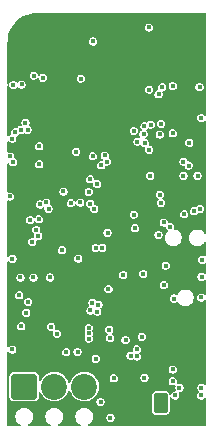
<source format=gbr>
%TF.GenerationSoftware,KiCad,Pcbnew,9.0.1*%
%TF.CreationDate,2025-11-25T18:55:05-05:00*%
%TF.ProjectId,OshEasyMini,4f736845-6173-4794-9d69-6e692e6b6963,rev?*%
%TF.SameCoordinates,Original*%
%TF.FileFunction,Copper,L5,Inr*%
%TF.FilePolarity,Positive*%
%FSLAX46Y46*%
G04 Gerber Fmt 4.6, Leading zero omitted, Abs format (unit mm)*
G04 Created by KiCad (PCBNEW 9.0.1) date 2025-11-25 18:55:05*
%MOMM*%
%LPD*%
G01*
G04 APERTURE LIST*
G04 Aperture macros list*
%AMRoundRect*
0 Rectangle with rounded corners*
0 $1 Rounding radius*
0 $2 $3 $4 $5 $6 $7 $8 $9 X,Y pos of 4 corners*
0 Add a 4 corners polygon primitive as box body*
4,1,4,$2,$3,$4,$5,$6,$7,$8,$9,$2,$3,0*
0 Add four circle primitives for the rounded corners*
1,1,$1+$1,$2,$3*
1,1,$1+$1,$4,$5*
1,1,$1+$1,$6,$7*
1,1,$1+$1,$8,$9*
0 Add four rect primitives between the rounded corners*
20,1,$1+$1,$2,$3,$4,$5,0*
20,1,$1+$1,$4,$5,$6,$7,0*
20,1,$1+$1,$6,$7,$8,$9,0*
20,1,$1+$1,$8,$9,$2,$3,0*%
G04 Aperture macros list end*
%TA.AperFunction,ComponentPad*%
%ADD10RoundRect,0.249999X-0.850001X-0.850001X0.850001X-0.850001X0.850001X0.850001X-0.850001X0.850001X0*%
%TD*%
%TA.AperFunction,ComponentPad*%
%ADD11C,2.200000*%
%TD*%
%TA.AperFunction,ComponentPad*%
%ADD12RoundRect,0.250000X0.350000X0.625000X-0.350000X0.625000X-0.350000X-0.625000X0.350000X-0.625000X0*%
%TD*%
%TA.AperFunction,ComponentPad*%
%ADD13O,1.200000X1.750000*%
%TD*%
%TA.AperFunction,ComponentPad*%
%ADD14C,4.700000*%
%TD*%
%TA.AperFunction,ViaPad*%
%ADD15C,0.400000*%
%TD*%
G04 APERTURE END LIST*
D10*
%TO.N,/FET_B*%
%TO.C,J4*%
X91620000Y-61850000D03*
D11*
%TO.N,/FET_A*%
X94160000Y-61850000D03*
%TO.N,V_LIPO*%
X96700000Y-61850000D03*
%TD*%
D12*
%TO.N,V_CHARGE*%
%TO.C,J6*%
X103180000Y-63250000D03*
D13*
%TO.N,GND*%
X101180000Y-63250000D03*
%TD*%
D14*
%TO.N,GND*%
%TO.C,H2*%
X92600000Y-32600000D03*
%TD*%
%TO.N,GND*%
%TO.C,H1*%
X104600000Y-57350000D03*
%TD*%
D15*
%TO.N,GND*%
X104600000Y-50200000D03*
X95304542Y-51100000D03*
X90610352Y-48518702D03*
X100326594Y-56745379D03*
X106100000Y-47600000D03*
X102438025Y-46363215D03*
X101225000Y-42700000D03*
X92400000Y-54050000D03*
X97960000Y-64690000D03*
X103100000Y-61000000D03*
X90575000Y-56425000D03*
X104330476Y-38454400D03*
X106700000Y-50250000D03*
X96370000Y-52480000D03*
X91304541Y-53150003D03*
X95661513Y-46940187D03*
X96002985Y-55366247D03*
X92910000Y-63700000D03*
X90400000Y-44900000D03*
X91850000Y-54000000D03*
X97794486Y-30771352D03*
X92150000Y-57425000D03*
X95187660Y-57017523D03*
X100966249Y-38462500D03*
X99191242Y-44549406D03*
X91088777Y-39514107D03*
X97740611Y-60140829D03*
X100000000Y-40200000D03*
X92804541Y-50100000D03*
X96132299Y-60277290D03*
X94060574Y-38053181D03*
X95300000Y-63900000D03*
X103600000Y-50600000D03*
X96180000Y-50350000D03*
X93010000Y-42120000D03*
X96043070Y-44590231D03*
X98100000Y-58200000D03*
X93675000Y-43575000D03*
X97643630Y-56131971D03*
X94910000Y-54120000D03*
X90600000Y-41400000D03*
X94450000Y-56300000D03*
X100714507Y-55961513D03*
X92800000Y-51100000D03*
X98600000Y-31600000D03*
X94304541Y-50100000D03*
X94804541Y-53100000D03*
X106500000Y-37900000D03*
X90640000Y-47490000D03*
X99050000Y-62720000D03*
X101041826Y-37772156D03*
X99900000Y-49200000D03*
%TO.N,+3V3*%
X96018749Y-41962500D03*
X92900000Y-41500000D03*
X97800000Y-55500000D03*
X106470391Y-36483131D03*
X97400000Y-54750000D03*
X97430000Y-42340000D03*
X97900000Y-54900000D03*
X92120000Y-47740000D03*
X101000000Y-48450000D03*
X103112500Y-45600000D03*
X96414376Y-35765076D03*
X97446249Y-32622500D03*
X102200000Y-41800000D03*
X106600000Y-39100000D03*
X106500000Y-46800000D03*
X100000000Y-52400000D03*
X91728777Y-39514107D03*
X97228341Y-55395349D03*
X96360000Y-46250000D03*
X104300000Y-54400000D03*
X92804541Y-49100000D03*
X91304541Y-52600000D03*
%TO.N,/NRST*%
X94814559Y-50305877D03*
X103431000Y-47950000D03*
X90847399Y-40323378D03*
%TO.N,/RADIO_MARC_ISR*%
X98600000Y-42800000D03*
X91349997Y-40100000D03*
%TO.N,/RADIO_INT*%
X91900000Y-40100000D03*
X98142371Y-43105086D03*
%TO.N,/CS_RADIO*%
X93200000Y-35700000D03*
X101725675Y-40464347D03*
%TO.N,/CS_BARO*%
X97087500Y-45362500D03*
X106300000Y-44000000D03*
%TO.N,VBUS*%
X101580000Y-57630000D03*
X105160000Y-47250000D03*
%TO.N,V_LIPO*%
X100628594Y-59228025D03*
X97084063Y-56893964D03*
X101146466Y-59296567D03*
X101159159Y-58682229D03*
X97086931Y-57339723D03*
X98886855Y-57732299D03*
X104200000Y-60400000D03*
X97090739Y-57785245D03*
X104200000Y-61400000D03*
X98827504Y-57034923D03*
%TO.N,/MGSW_IN*%
X104758812Y-61948127D03*
X103606013Y-51606666D03*
X106600000Y-62600000D03*
%TO.N,/HALL_OUT*%
X103450000Y-53250000D03*
X98745969Y-53591937D03*
%TO.N,Net-(JP1-A)*%
X98230000Y-50090000D03*
X91200000Y-54110000D03*
%TO.N,Net-(D4-A2)*%
X100200000Y-57900000D03*
X106700000Y-51100000D03*
X99200000Y-61150000D03*
%TO.N,Net-(D4-A1)*%
X106640000Y-52540000D03*
X101800000Y-61100000D03*
%TO.N,Net-(D4-K1)*%
X98090000Y-63140000D03*
X106600000Y-54300000D03*
%TO.N,/SWDIO*%
X103000000Y-49000000D03*
%TO.N,/SWCLK*%
X97680096Y-50100376D03*
X103950000Y-48300000D03*
%TO.N,Net-(Q1-G)*%
X104400000Y-62600000D03*
%TO.N,Net-(Q2-D)*%
X92400000Y-52600000D03*
X106620000Y-61950000D03*
%TO.N,/SENSE_A*%
X100900000Y-40200000D03*
X95187660Y-58927523D03*
%TO.N,/SENSE_B*%
X90614999Y-58700000D03*
X102200000Y-36700000D03*
%TO.N,/FIRE_A*%
X96139926Y-58913531D03*
X90680900Y-42857354D03*
%TO.N,/GATE_A*%
X93893463Y-56783325D03*
%TO.N,/FIRE_B*%
X90437765Y-42364011D03*
X91950000Y-54675000D03*
%TO.N,/GATE_B*%
X91800000Y-55600000D03*
%TO.N,/CMP_RAIL*%
X94381052Y-57369669D03*
X91365000Y-56740000D03*
%TO.N,/V_BATT*%
X97669934Y-59483948D03*
X102333581Y-39666605D03*
%TO.N,/USB_D+*%
X92959998Y-46430002D03*
%TO.N,/USB_D-*%
X93483378Y-46260956D03*
%TO.N,/AC_INT1*%
X97800000Y-44700000D03*
X103100000Y-40500000D03*
%TO.N,/SCK0*%
X101848255Y-41235281D03*
X104200000Y-36399999D03*
X105600000Y-41200000D03*
%TO.N,/MISO0*%
X101207465Y-41107465D03*
X103000000Y-37100000D03*
%TO.N,/CS_ACCEL*%
X104200000Y-40400000D03*
X101800000Y-39800000D03*
%TO.N,/MOSI0*%
X103300000Y-36500000D03*
X98441173Y-42273429D03*
%TO.N,/AC_INT2*%
X97200000Y-44300000D03*
X103200000Y-39600000D03*
%TO.N,/SCK3*%
X94940000Y-45320000D03*
X102300000Y-44000000D03*
%TO.N,/MISO3*%
X92890000Y-43020000D03*
X105100000Y-44000000D03*
%TO.N,/MOSI3*%
X103200000Y-46300000D03*
X90400000Y-45750003D03*
%TO.N,/TX1*%
X90620000Y-51020000D03*
X97550000Y-46800000D03*
%TO.N,/RX1*%
X92299837Y-49592432D03*
X97209565Y-46368020D03*
%TO.N,/MISO5*%
X98680000Y-48820000D03*
X92440000Y-35520000D03*
%TO.N,/MOSI5*%
X90688727Y-36306236D03*
X92862983Y-47685922D03*
%TO.N,/SCK5*%
X93682060Y-46796135D03*
X91394998Y-36265002D03*
%TO.N,/CS_FLASH*%
X101700000Y-52300000D03*
X95574034Y-46315745D03*
%TO.N,/BUZZ*%
X102170000Y-31440000D03*
X90609651Y-40850082D03*
%TO.N,Net-(J10-Pin_2)*%
X105540002Y-43130002D03*
%TO.N,Net-(J10-Pin_1)*%
X105100000Y-42800000D03*
%TO.N,Net-(U1-V_BCKP)*%
X98918131Y-64485309D03*
X92634973Y-48576789D03*
X100901828Y-47282363D03*
X105989336Y-47004266D03*
%TO.N,Net-(U1-VCC_RF)*%
X93800000Y-52600000D03*
X96200000Y-51000000D03*
%TD*%
%TA.AperFunction,Conductor*%
%TO.N,GND*%
G36*
X106977826Y-30222174D02*
G01*
X106999500Y-30274500D01*
X106999500Y-38825168D01*
X106977826Y-38877494D01*
X106925500Y-38899168D01*
X106873175Y-38877494D01*
X106815212Y-38819531D01*
X106815209Y-38819529D01*
X106815208Y-38819528D01*
X106735289Y-38773386D01*
X106735284Y-38773384D01*
X106646146Y-38749500D01*
X106646144Y-38749500D01*
X106553856Y-38749500D01*
X106553854Y-38749500D01*
X106464715Y-38773384D01*
X106464710Y-38773386D01*
X106384791Y-38819528D01*
X106319528Y-38884791D01*
X106273386Y-38964710D01*
X106273384Y-38964715D01*
X106249500Y-39053853D01*
X106249500Y-39146146D01*
X106273384Y-39235284D01*
X106273386Y-39235289D01*
X106319528Y-39315208D01*
X106319529Y-39315209D01*
X106319531Y-39315212D01*
X106384788Y-39380469D01*
X106384790Y-39380470D01*
X106384791Y-39380471D01*
X106394598Y-39386133D01*
X106464712Y-39426614D01*
X106464713Y-39426614D01*
X106464715Y-39426615D01*
X106509284Y-39438557D01*
X106553853Y-39450499D01*
X106553854Y-39450500D01*
X106553856Y-39450500D01*
X106646146Y-39450500D01*
X106646146Y-39450499D01*
X106735288Y-39426614D01*
X106815212Y-39380469D01*
X106873175Y-39322505D01*
X106925500Y-39300832D01*
X106977826Y-39322506D01*
X106999500Y-39374832D01*
X106999500Y-48818959D01*
X106977826Y-48871285D01*
X106925500Y-48892959D01*
X106873174Y-48871285D01*
X106863971Y-48860071D01*
X106862091Y-48857258D01*
X106821463Y-48796453D01*
X106724547Y-48699537D01*
X106610585Y-48623390D01*
X106610581Y-48623388D01*
X106610579Y-48623387D01*
X106610580Y-48623387D01*
X106483961Y-48570940D01*
X106483950Y-48570937D01*
X106382680Y-48550793D01*
X106349530Y-48544200D01*
X106212470Y-48544200D01*
X106185877Y-48549489D01*
X106078049Y-48570937D01*
X106078038Y-48570940D01*
X105951419Y-48623387D01*
X105837453Y-48699536D01*
X105837452Y-48699538D01*
X105740538Y-48796452D01*
X105740536Y-48796453D01*
X105664387Y-48910419D01*
X105611940Y-49037038D01*
X105611937Y-49037049D01*
X105585200Y-49171470D01*
X105585200Y-49308529D01*
X105611937Y-49442950D01*
X105611940Y-49442961D01*
X105664387Y-49569580D01*
X105664389Y-49569583D01*
X105664390Y-49569585D01*
X105740537Y-49683547D01*
X105837453Y-49780463D01*
X105951415Y-49856610D01*
X105951420Y-49856612D01*
X105951419Y-49856612D01*
X106078038Y-49909059D01*
X106078043Y-49909061D01*
X106212470Y-49935800D01*
X106212471Y-49935800D01*
X106349529Y-49935800D01*
X106349530Y-49935800D01*
X106483957Y-49909061D01*
X106610585Y-49856610D01*
X106724547Y-49780463D01*
X106821463Y-49683547D01*
X106863972Y-49619926D01*
X106911063Y-49588462D01*
X106966612Y-49599511D01*
X106998078Y-49646603D01*
X106999500Y-49661040D01*
X106999500Y-50740022D01*
X106977826Y-50792348D01*
X106925500Y-50814022D01*
X106888500Y-50804108D01*
X106835289Y-50773386D01*
X106835284Y-50773384D01*
X106746146Y-50749500D01*
X106746144Y-50749500D01*
X106653856Y-50749500D01*
X106653854Y-50749500D01*
X106564715Y-50773384D01*
X106564710Y-50773386D01*
X106484791Y-50819528D01*
X106419528Y-50884791D01*
X106373386Y-50964710D01*
X106373384Y-50964715D01*
X106349500Y-51053853D01*
X106349500Y-51146146D01*
X106373384Y-51235284D01*
X106373386Y-51235289D01*
X106419528Y-51315208D01*
X106419529Y-51315209D01*
X106419531Y-51315212D01*
X106484788Y-51380469D01*
X106484790Y-51380470D01*
X106484791Y-51380471D01*
X106564710Y-51426613D01*
X106564712Y-51426614D01*
X106564713Y-51426614D01*
X106564715Y-51426615D01*
X106609284Y-51438557D01*
X106653853Y-51450499D01*
X106653854Y-51450500D01*
X106653856Y-51450500D01*
X106746146Y-51450500D01*
X106746146Y-51450499D01*
X106835288Y-51426614D01*
X106888499Y-51395891D01*
X106944652Y-51388498D01*
X106989585Y-51422976D01*
X106999500Y-51459977D01*
X106999500Y-52225168D01*
X106977826Y-52277494D01*
X106925500Y-52299168D01*
X106873175Y-52277494D01*
X106855212Y-52259531D01*
X106855209Y-52259529D01*
X106855208Y-52259528D01*
X106775289Y-52213386D01*
X106775284Y-52213384D01*
X106686146Y-52189500D01*
X106686144Y-52189500D01*
X106593856Y-52189500D01*
X106593854Y-52189500D01*
X106504715Y-52213384D01*
X106504710Y-52213386D01*
X106424791Y-52259528D01*
X106359528Y-52324791D01*
X106313386Y-52404710D01*
X106313384Y-52404715D01*
X106289500Y-52493853D01*
X106289500Y-52586146D01*
X106313384Y-52675284D01*
X106313386Y-52675289D01*
X106359528Y-52755208D01*
X106359529Y-52755209D01*
X106359531Y-52755212D01*
X106424788Y-52820469D01*
X106504712Y-52866614D01*
X106504713Y-52866614D01*
X106504715Y-52866615D01*
X106549284Y-52878557D01*
X106593853Y-52890499D01*
X106593854Y-52890500D01*
X106593856Y-52890500D01*
X106686146Y-52890500D01*
X106686146Y-52890499D01*
X106775288Y-52866614D01*
X106855212Y-52820469D01*
X106873175Y-52802505D01*
X106925500Y-52780832D01*
X106977826Y-52802506D01*
X106999500Y-52854832D01*
X106999500Y-54025168D01*
X106977826Y-54077494D01*
X106925500Y-54099168D01*
X106873175Y-54077494D01*
X106815212Y-54019531D01*
X106815209Y-54019529D01*
X106815208Y-54019528D01*
X106735289Y-53973386D01*
X106735284Y-53973384D01*
X106646146Y-53949500D01*
X106646144Y-53949500D01*
X106553856Y-53949500D01*
X106553854Y-53949500D01*
X106464715Y-53973384D01*
X106464710Y-53973386D01*
X106384791Y-54019528D01*
X106319528Y-54084791D01*
X106273386Y-54164710D01*
X106273384Y-54164715D01*
X106249500Y-54253853D01*
X106249500Y-54346146D01*
X106273384Y-54435284D01*
X106273386Y-54435289D01*
X106319528Y-54515208D01*
X106319529Y-54515209D01*
X106319531Y-54515212D01*
X106384788Y-54580469D01*
X106384790Y-54580470D01*
X106384791Y-54580471D01*
X106452439Y-54619528D01*
X106464712Y-54626614D01*
X106464713Y-54626614D01*
X106464715Y-54626615D01*
X106473079Y-54628856D01*
X106553853Y-54650499D01*
X106553854Y-54650500D01*
X106553856Y-54650500D01*
X106646146Y-54650500D01*
X106646146Y-54650499D01*
X106735288Y-54626614D01*
X106815212Y-54580469D01*
X106873175Y-54522505D01*
X106925500Y-54500832D01*
X106977826Y-54522506D01*
X106999500Y-54574832D01*
X106999500Y-61655168D01*
X106977826Y-61707494D01*
X106925500Y-61729168D01*
X106873175Y-61707494D01*
X106835212Y-61669531D01*
X106835209Y-61669529D01*
X106835208Y-61669528D01*
X106755289Y-61623386D01*
X106755284Y-61623384D01*
X106666146Y-61599500D01*
X106666144Y-61599500D01*
X106573856Y-61599500D01*
X106573854Y-61599500D01*
X106484715Y-61623384D01*
X106484710Y-61623386D01*
X106404791Y-61669528D01*
X106339528Y-61734791D01*
X106293386Y-61814710D01*
X106293384Y-61814715D01*
X106269500Y-61903853D01*
X106269500Y-61996146D01*
X106293384Y-62085284D01*
X106293386Y-62085289D01*
X106339529Y-62165209D01*
X106339531Y-62165212D01*
X106386993Y-62212675D01*
X106408667Y-62265001D01*
X106386993Y-62317326D01*
X106319528Y-62384791D01*
X106273386Y-62464710D01*
X106273384Y-62464715D01*
X106249500Y-62553853D01*
X106249500Y-62646146D01*
X106273384Y-62735284D01*
X106273386Y-62735289D01*
X106319528Y-62815208D01*
X106319529Y-62815209D01*
X106319531Y-62815212D01*
X106384788Y-62880469D01*
X106384790Y-62880470D01*
X106384791Y-62880471D01*
X106464710Y-62926613D01*
X106464712Y-62926614D01*
X106464713Y-62926614D01*
X106464715Y-62926615D01*
X106508485Y-62938343D01*
X106553853Y-62950499D01*
X106553854Y-62950500D01*
X106553856Y-62950500D01*
X106646146Y-62950500D01*
X106646146Y-62950499D01*
X106735288Y-62926614D01*
X106815212Y-62880469D01*
X106873175Y-62822505D01*
X106925500Y-62800832D01*
X106977826Y-62822506D01*
X106999500Y-62874832D01*
X106999500Y-65125500D01*
X106977826Y-65177826D01*
X106925500Y-65199500D01*
X97078867Y-65199500D01*
X97026541Y-65177826D01*
X97004867Y-65125500D01*
X97026541Y-65073174D01*
X97050549Y-65057133D01*
X97052641Y-65056265D01*
X97055495Y-65055084D01*
X97178416Y-64972951D01*
X97282951Y-64868416D01*
X97365084Y-64745495D01*
X97421658Y-64608913D01*
X97450500Y-64463918D01*
X97450500Y-64439162D01*
X98567631Y-64439162D01*
X98567631Y-64531455D01*
X98591515Y-64620593D01*
X98591517Y-64620598D01*
X98637659Y-64700517D01*
X98637660Y-64700518D01*
X98637662Y-64700521D01*
X98702919Y-64765778D01*
X98782843Y-64811923D01*
X98782844Y-64811923D01*
X98782846Y-64811924D01*
X98827415Y-64823866D01*
X98871984Y-64835808D01*
X98871985Y-64835809D01*
X98871987Y-64835809D01*
X98964277Y-64835809D01*
X98964277Y-64835808D01*
X99053419Y-64811923D01*
X99133343Y-64765778D01*
X99198600Y-64700521D01*
X99244745Y-64620597D01*
X99268630Y-64531455D01*
X99268631Y-64531455D01*
X99268631Y-64439163D01*
X99268630Y-64439162D01*
X99244746Y-64350024D01*
X99244744Y-64350019D01*
X99198602Y-64270100D01*
X99198601Y-64270099D01*
X99198600Y-64270097D01*
X99133343Y-64204840D01*
X99133340Y-64204838D01*
X99133339Y-64204837D01*
X99053420Y-64158695D01*
X99053415Y-64158693D01*
X98964277Y-64134809D01*
X98964275Y-64134809D01*
X98871987Y-64134809D01*
X98871985Y-64134809D01*
X98782846Y-64158693D01*
X98782841Y-64158695D01*
X98702922Y-64204837D01*
X98637659Y-64270100D01*
X98591517Y-64350019D01*
X98591515Y-64350024D01*
X98567631Y-64439162D01*
X97450500Y-64439162D01*
X97450500Y-64316082D01*
X97421658Y-64171087D01*
X97365084Y-64034505D01*
X97282951Y-63911584D01*
X97178416Y-63807049D01*
X97055495Y-63724916D01*
X97055496Y-63724916D01*
X97055494Y-63724915D01*
X96918917Y-63668343D01*
X96918907Y-63668340D01*
X96821811Y-63649026D01*
X96773918Y-63639500D01*
X96626082Y-63639500D01*
X96584977Y-63647676D01*
X96481092Y-63668340D01*
X96481082Y-63668343D01*
X96344505Y-63724915D01*
X96221584Y-63807048D01*
X96221583Y-63807050D01*
X96117050Y-63911583D01*
X96117048Y-63911584D01*
X96034915Y-64034505D01*
X95978343Y-64171082D01*
X95978340Y-64171092D01*
X95949500Y-64316083D01*
X95949500Y-64463916D01*
X95978340Y-64608907D01*
X95978343Y-64608917D01*
X96034915Y-64745494D01*
X96117048Y-64868415D01*
X96221584Y-64972951D01*
X96344505Y-65055084D01*
X96349451Y-65057133D01*
X96389500Y-65097181D01*
X96389500Y-65153818D01*
X96349452Y-65193867D01*
X96321133Y-65199500D01*
X94538867Y-65199500D01*
X94486541Y-65177826D01*
X94464867Y-65125500D01*
X94486541Y-65073174D01*
X94510549Y-65057133D01*
X94512641Y-65056265D01*
X94515495Y-65055084D01*
X94638416Y-64972951D01*
X94742951Y-64868416D01*
X94825084Y-64745495D01*
X94881658Y-64608913D01*
X94910500Y-64463918D01*
X94910500Y-64316082D01*
X94881658Y-64171087D01*
X94825084Y-64034505D01*
X94742951Y-63911584D01*
X94638416Y-63807049D01*
X94515495Y-63724916D01*
X94515496Y-63724916D01*
X94515494Y-63724915D01*
X94378917Y-63668343D01*
X94378907Y-63668340D01*
X94281811Y-63649026D01*
X94233918Y-63639500D01*
X94086082Y-63639500D01*
X94044977Y-63647676D01*
X93941092Y-63668340D01*
X93941082Y-63668343D01*
X93804505Y-63724915D01*
X93681584Y-63807048D01*
X93681583Y-63807050D01*
X93577050Y-63911583D01*
X93577048Y-63911584D01*
X93494915Y-64034505D01*
X93438343Y-64171082D01*
X93438340Y-64171092D01*
X93409500Y-64316083D01*
X93409500Y-64463916D01*
X93438340Y-64608907D01*
X93438343Y-64608917D01*
X93494915Y-64745494D01*
X93577048Y-64868415D01*
X93681584Y-64972951D01*
X93804505Y-65055084D01*
X93809451Y-65057133D01*
X93849500Y-65097181D01*
X93849500Y-65153818D01*
X93809452Y-65193867D01*
X93781133Y-65199500D01*
X91998867Y-65199500D01*
X91946541Y-65177826D01*
X91924867Y-65125500D01*
X91946541Y-65073174D01*
X91970549Y-65057133D01*
X91972641Y-65056265D01*
X91975495Y-65055084D01*
X92098416Y-64972951D01*
X92202951Y-64868416D01*
X92285084Y-64745495D01*
X92341658Y-64608913D01*
X92370500Y-64463918D01*
X92370500Y-64316082D01*
X92341658Y-64171087D01*
X92285084Y-64034505D01*
X92202951Y-63911584D01*
X92098416Y-63807049D01*
X91975495Y-63724916D01*
X91975496Y-63724916D01*
X91975494Y-63724915D01*
X91838917Y-63668343D01*
X91838907Y-63668340D01*
X91741811Y-63649026D01*
X91693918Y-63639500D01*
X91546082Y-63639500D01*
X91504977Y-63647676D01*
X91401092Y-63668340D01*
X91401082Y-63668343D01*
X91264505Y-63724915D01*
X91141584Y-63807048D01*
X91141583Y-63807050D01*
X91037050Y-63911583D01*
X91037048Y-63911584D01*
X90954915Y-64034505D01*
X90898343Y-64171082D01*
X90898340Y-64171092D01*
X90869500Y-64316083D01*
X90869500Y-64463916D01*
X90898340Y-64608907D01*
X90898343Y-64608917D01*
X90954915Y-64745494D01*
X91037048Y-64868415D01*
X91141584Y-64972951D01*
X91264505Y-65055084D01*
X91269451Y-65057133D01*
X91309500Y-65097181D01*
X91309500Y-65153818D01*
X91269452Y-65193867D01*
X91241133Y-65199500D01*
X90274500Y-65199500D01*
X90222174Y-65177826D01*
X90200500Y-65125500D01*
X90200500Y-60968479D01*
X90369500Y-60968479D01*
X90369500Y-62731520D01*
X90384353Y-62825302D01*
X90384353Y-62825303D01*
X90384354Y-62825305D01*
X90441950Y-62938343D01*
X90531657Y-63028050D01*
X90644695Y-63085646D01*
X90707218Y-63095548D01*
X90738479Y-63100500D01*
X90738480Y-63100500D01*
X92501521Y-63100500D01*
X92524966Y-63096786D01*
X92595305Y-63085646D01*
X92708343Y-63028050D01*
X92798050Y-62938343D01*
X92855646Y-62825305D01*
X92870500Y-62731520D01*
X92870500Y-62381908D01*
X92892174Y-62329582D01*
X92944500Y-62307908D01*
X92996826Y-62329582D01*
X93010432Y-62348309D01*
X93047404Y-62420872D01*
X93090475Y-62505405D01*
X93202882Y-62660118D01*
X93206172Y-62664646D01*
X93345354Y-62803828D01*
X93504595Y-62919524D01*
X93679975Y-63008884D01*
X93679977Y-63008884D01*
X93679980Y-63008886D01*
X93867163Y-63069706D01*
X93867169Y-63069707D01*
X93867174Y-63069709D01*
X93996780Y-63090236D01*
X94061582Y-63100500D01*
X94061583Y-63100500D01*
X94258418Y-63100500D01*
X94307019Y-63092802D01*
X94452826Y-63069709D01*
X94452833Y-63069706D01*
X94452836Y-63069706D01*
X94640019Y-63008886D01*
X94640019Y-63008885D01*
X94640025Y-63008884D01*
X94815405Y-62919524D01*
X94974646Y-62803828D01*
X95113828Y-62664646D01*
X95229524Y-62505405D01*
X95318884Y-62330025D01*
X95329086Y-62298626D01*
X95359622Y-62204648D01*
X95396405Y-62161580D01*
X95452867Y-62157137D01*
X95495935Y-62193920D01*
X95500378Y-62204648D01*
X95541113Y-62330019D01*
X95630475Y-62505404D01*
X95694466Y-62593480D01*
X95746172Y-62664646D01*
X95885354Y-62803828D01*
X96044595Y-62919524D01*
X96219975Y-63008884D01*
X96219977Y-63008884D01*
X96219980Y-63008886D01*
X96407163Y-63069706D01*
X96407169Y-63069707D01*
X96407174Y-63069709D01*
X96536780Y-63090236D01*
X96601582Y-63100500D01*
X96601583Y-63100500D01*
X96798418Y-63100500D01*
X96840384Y-63093853D01*
X97739500Y-63093853D01*
X97739500Y-63186146D01*
X97763384Y-63275284D01*
X97763386Y-63275289D01*
X97809528Y-63355208D01*
X97809529Y-63355209D01*
X97809531Y-63355212D01*
X97874788Y-63420469D01*
X97954712Y-63466614D01*
X97954713Y-63466614D01*
X97954715Y-63466615D01*
X97999284Y-63478557D01*
X98043853Y-63490499D01*
X98043854Y-63490500D01*
X98043856Y-63490500D01*
X98136146Y-63490500D01*
X98136146Y-63490499D01*
X98225288Y-63466614D01*
X98305212Y-63420469D01*
X98370469Y-63355212D01*
X98416614Y-63275288D01*
X98440499Y-63186146D01*
X98440500Y-63186146D01*
X98440500Y-63093854D01*
X98440499Y-63093853D01*
X98416615Y-63004715D01*
X98416613Y-63004710D01*
X98370471Y-62924791D01*
X98370470Y-62924790D01*
X98370469Y-62924788D01*
X98305212Y-62859531D01*
X98305209Y-62859529D01*
X98305208Y-62859528D01*
X98225289Y-62813386D01*
X98225284Y-62813384D01*
X98136146Y-62789500D01*
X98136144Y-62789500D01*
X98043856Y-62789500D01*
X98043854Y-62789500D01*
X97954715Y-62813384D01*
X97954710Y-62813386D01*
X97874791Y-62859528D01*
X97809528Y-62924791D01*
X97763386Y-63004710D01*
X97763384Y-63004715D01*
X97739500Y-63093853D01*
X96840384Y-63093853D01*
X96847019Y-63092802D01*
X96992826Y-63069709D01*
X96992833Y-63069706D01*
X96992836Y-63069706D01*
X97121038Y-63028050D01*
X97150036Y-63018628D01*
X97150037Y-63018628D01*
X97158627Y-63015836D01*
X97180025Y-63008884D01*
X97355405Y-62919524D01*
X97514646Y-62803828D01*
X97653828Y-62664646D01*
X97705533Y-62593480D01*
X102429500Y-62593480D01*
X102429500Y-63906519D01*
X102444353Y-64000304D01*
X102444354Y-64000306D01*
X102461780Y-64034505D01*
X102501950Y-64113342D01*
X102591658Y-64203050D01*
X102704696Y-64260646D01*
X102798481Y-64275500D01*
X103561518Y-64275499D01*
X103561519Y-64275499D01*
X103655304Y-64260646D01*
X103655306Y-64260645D01*
X103657419Y-64259568D01*
X103768342Y-64203050D01*
X103858050Y-64113342D01*
X103915646Y-64000304D01*
X103930500Y-63906519D01*
X103930499Y-62762350D01*
X103952173Y-62710025D01*
X104004499Y-62688351D01*
X104056825Y-62710025D01*
X104070915Y-62731114D01*
X104070961Y-62731088D01*
X104071359Y-62731778D01*
X104072868Y-62734036D01*
X104073384Y-62735282D01*
X104073386Y-62735288D01*
X104073387Y-62735289D01*
X104073388Y-62735291D01*
X104119528Y-62815208D01*
X104119529Y-62815209D01*
X104119531Y-62815212D01*
X104184788Y-62880469D01*
X104184790Y-62880470D01*
X104184791Y-62880471D01*
X104264710Y-62926613D01*
X104264712Y-62926614D01*
X104264713Y-62926614D01*
X104264715Y-62926615D01*
X104308485Y-62938343D01*
X104353853Y-62950499D01*
X104353854Y-62950500D01*
X104353856Y-62950500D01*
X104446146Y-62950500D01*
X104446146Y-62950499D01*
X104535288Y-62926614D01*
X104615212Y-62880469D01*
X104680469Y-62815212D01*
X104726614Y-62735288D01*
X104750499Y-62646146D01*
X104750500Y-62646146D01*
X104750500Y-62553854D01*
X104750499Y-62553853D01*
X104726615Y-62464715D01*
X104726614Y-62464714D01*
X104726614Y-62464712D01*
X104694809Y-62409626D01*
X104687417Y-62353475D01*
X104721895Y-62308541D01*
X104758896Y-62298627D01*
X104804958Y-62298627D01*
X104804958Y-62298626D01*
X104894100Y-62274741D01*
X104974024Y-62228596D01*
X105039281Y-62163339D01*
X105085426Y-62083415D01*
X105109311Y-61994273D01*
X105109312Y-61994273D01*
X105109312Y-61901981D01*
X105109311Y-61901980D01*
X105085427Y-61812842D01*
X105085425Y-61812837D01*
X105039283Y-61732918D01*
X105039282Y-61732917D01*
X105039281Y-61732915D01*
X104974024Y-61667658D01*
X104974021Y-61667656D01*
X104974020Y-61667655D01*
X104894101Y-61621513D01*
X104894096Y-61621511D01*
X104804958Y-61597627D01*
X104804956Y-61597627D01*
X104712668Y-61597627D01*
X104712666Y-61597627D01*
X104618839Y-61622768D01*
X104618099Y-61620009D01*
X104570512Y-61620001D01*
X104530471Y-61579945D01*
X104527365Y-61532486D01*
X104542335Y-61476615D01*
X104550499Y-61446146D01*
X104550500Y-61446146D01*
X104550500Y-61353854D01*
X104550499Y-61353853D01*
X104549918Y-61351686D01*
X104526614Y-61264712D01*
X104526613Y-61264710D01*
X104480471Y-61184791D01*
X104480470Y-61184790D01*
X104480469Y-61184788D01*
X104415212Y-61119531D01*
X104415209Y-61119529D01*
X104415208Y-61119528D01*
X104335289Y-61073386D01*
X104335284Y-61073384D01*
X104246146Y-61049500D01*
X104246144Y-61049500D01*
X104153856Y-61049500D01*
X104153854Y-61049500D01*
X104064715Y-61073384D01*
X104064710Y-61073386D01*
X103984791Y-61119528D01*
X103919528Y-61184791D01*
X103873386Y-61264710D01*
X103873384Y-61264715D01*
X103849500Y-61353853D01*
X103849500Y-61446146D01*
X103873384Y-61535284D01*
X103873386Y-61535289D01*
X103919528Y-61615208D01*
X103919529Y-61615209D01*
X103919531Y-61615212D01*
X103984788Y-61680469D01*
X103984790Y-61680470D01*
X103984791Y-61680471D01*
X104062538Y-61725359D01*
X104064712Y-61726614D01*
X104064713Y-61726614D01*
X104064715Y-61726615D01*
X104088239Y-61732918D01*
X104153853Y-61750499D01*
X104153854Y-61750500D01*
X104153856Y-61750500D01*
X104246146Y-61750500D01*
X104246146Y-61750499D01*
X104311761Y-61732918D01*
X104339973Y-61725359D01*
X104340719Y-61728143D01*
X104388201Y-61728085D01*
X104428300Y-61768083D01*
X104431447Y-61815639D01*
X104408312Y-61901983D01*
X104408312Y-61994273D01*
X104432196Y-62083411D01*
X104432197Y-62083412D01*
X104432198Y-62083415D01*
X104464002Y-62138500D01*
X104471395Y-62194652D01*
X104436917Y-62239586D01*
X104399916Y-62249500D01*
X104353854Y-62249500D01*
X104264715Y-62273384D01*
X104264710Y-62273386D01*
X104184791Y-62319528D01*
X104119528Y-62384791D01*
X104073386Y-62464710D01*
X104073385Y-62464714D01*
X104060869Y-62511421D01*
X104026390Y-62556354D01*
X103970237Y-62563745D01*
X103925304Y-62529266D01*
X103916302Y-62503841D01*
X103915646Y-62499696D01*
X103915645Y-62499694D01*
X103915645Y-62499693D01*
X103858049Y-62386657D01*
X103768343Y-62296951D01*
X103768342Y-62296950D01*
X103655304Y-62239354D01*
X103655302Y-62239353D01*
X103655301Y-62239353D01*
X103561519Y-62224500D01*
X102798480Y-62224500D01*
X102704695Y-62239353D01*
X102704693Y-62239354D01*
X102591657Y-62296950D01*
X102501951Y-62386656D01*
X102444353Y-62499698D01*
X102429500Y-62593480D01*
X97705533Y-62593480D01*
X97707483Y-62590796D01*
X97739247Y-62547078D01*
X97769524Y-62505405D01*
X97790259Y-62464710D01*
X97858884Y-62330025D01*
X97869086Y-62298626D01*
X97919706Y-62142836D01*
X97919706Y-62142833D01*
X97919709Y-62142826D01*
X97950500Y-61948417D01*
X97950500Y-61751583D01*
X97950328Y-61750500D01*
X97937207Y-61667655D01*
X97919709Y-61557174D01*
X97919707Y-61557169D01*
X97919706Y-61557163D01*
X97858886Y-61369980D01*
X97858884Y-61369977D01*
X97858884Y-61369975D01*
X97769524Y-61194595D01*
X97703596Y-61103853D01*
X98849500Y-61103853D01*
X98849500Y-61196146D01*
X98873384Y-61285284D01*
X98873386Y-61285289D01*
X98919528Y-61365208D01*
X98919529Y-61365209D01*
X98919531Y-61365212D01*
X98984788Y-61430469D01*
X98984790Y-61430470D01*
X98984791Y-61430471D01*
X99019480Y-61450499D01*
X99064712Y-61476614D01*
X99064713Y-61476614D01*
X99064715Y-61476615D01*
X99109284Y-61488557D01*
X99153853Y-61500499D01*
X99153854Y-61500500D01*
X99153856Y-61500500D01*
X99246146Y-61500500D01*
X99246146Y-61500499D01*
X99335288Y-61476614D01*
X99415212Y-61430469D01*
X99480469Y-61365212D01*
X99526614Y-61285288D01*
X99550499Y-61196146D01*
X99550500Y-61196146D01*
X99550500Y-61103856D01*
X99540935Y-61068158D01*
X99540935Y-61068156D01*
X99537102Y-61053853D01*
X101449500Y-61053853D01*
X101449500Y-61146146D01*
X101473384Y-61235284D01*
X101473386Y-61235289D01*
X101519528Y-61315208D01*
X101519529Y-61315209D01*
X101519531Y-61315212D01*
X101584788Y-61380469D01*
X101584790Y-61380470D01*
X101584791Y-61380471D01*
X101598644Y-61388469D01*
X101664712Y-61426614D01*
X101664713Y-61426614D01*
X101664715Y-61426615D01*
X101709284Y-61438557D01*
X101753853Y-61450499D01*
X101753854Y-61450500D01*
X101753856Y-61450500D01*
X101846146Y-61450500D01*
X101846146Y-61450499D01*
X101935288Y-61426614D01*
X102015212Y-61380469D01*
X102080469Y-61315212D01*
X102126614Y-61235288D01*
X102150499Y-61146146D01*
X102150500Y-61146146D01*
X102150500Y-61053854D01*
X102150499Y-61053853D01*
X102126615Y-60964715D01*
X102126613Y-60964710D01*
X102080471Y-60884791D01*
X102080470Y-60884790D01*
X102080469Y-60884788D01*
X102015212Y-60819531D01*
X102015209Y-60819529D01*
X102015208Y-60819528D01*
X101935289Y-60773386D01*
X101935284Y-60773384D01*
X101846146Y-60749500D01*
X101846144Y-60749500D01*
X101753856Y-60749500D01*
X101753854Y-60749500D01*
X101664715Y-60773384D01*
X101664710Y-60773386D01*
X101584791Y-60819528D01*
X101519528Y-60884791D01*
X101473386Y-60964710D01*
X101473384Y-60964715D01*
X101449500Y-61053853D01*
X99537102Y-61053853D01*
X99526615Y-61014715D01*
X99526613Y-61014710D01*
X99480471Y-60934791D01*
X99480470Y-60934790D01*
X99480469Y-60934788D01*
X99415212Y-60869531D01*
X99415209Y-60869529D01*
X99415208Y-60869528D01*
X99335289Y-60823386D01*
X99335284Y-60823384D01*
X99246146Y-60799500D01*
X99246144Y-60799500D01*
X99153856Y-60799500D01*
X99153854Y-60799500D01*
X99064715Y-60823384D01*
X99064710Y-60823386D01*
X98984791Y-60869528D01*
X98919528Y-60934791D01*
X98873386Y-61014710D01*
X98873384Y-61014715D01*
X98849500Y-61103853D01*
X97703596Y-61103853D01*
X97653828Y-61035354D01*
X97514646Y-60896172D01*
X97514643Y-60896169D01*
X97514641Y-60896168D01*
X97355404Y-60780475D01*
X97180019Y-60691113D01*
X96992836Y-60630293D01*
X96992823Y-60630290D01*
X96798418Y-60599500D01*
X96798417Y-60599500D01*
X96601583Y-60599500D01*
X96601582Y-60599500D01*
X96407176Y-60630290D01*
X96407163Y-60630293D01*
X96219980Y-60691113D01*
X96044595Y-60780475D01*
X95885358Y-60896168D01*
X95746168Y-61035358D01*
X95630475Y-61194595D01*
X95541113Y-61369980D01*
X95500378Y-61495351D01*
X95463595Y-61538419D01*
X95407133Y-61542862D01*
X95364065Y-61506079D01*
X95359622Y-61495351D01*
X95318886Y-61369980D01*
X95318884Y-61369977D01*
X95318884Y-61369975D01*
X95229524Y-61194595D01*
X95113828Y-61035354D01*
X94974646Y-60896172D01*
X94974643Y-60896169D01*
X94974641Y-60896168D01*
X94815404Y-60780475D01*
X94640019Y-60691113D01*
X94452836Y-60630293D01*
X94452823Y-60630290D01*
X94258418Y-60599500D01*
X94258417Y-60599500D01*
X94061583Y-60599500D01*
X94061582Y-60599500D01*
X93867176Y-60630290D01*
X93867163Y-60630293D01*
X93679980Y-60691113D01*
X93504595Y-60780475D01*
X93345358Y-60896168D01*
X93206168Y-61035358D01*
X93090475Y-61194595D01*
X93054748Y-61264715D01*
X93015901Y-61340959D01*
X93010435Y-61351686D01*
X92967368Y-61388469D01*
X92910905Y-61384026D01*
X92874122Y-61340959D01*
X92870500Y-61318091D01*
X92870500Y-60968479D01*
X92859048Y-60896177D01*
X92855646Y-60874695D01*
X92798050Y-60761657D01*
X92708343Y-60671950D01*
X92595305Y-60614354D01*
X92595303Y-60614353D01*
X92595302Y-60614353D01*
X92501521Y-60599500D01*
X92501520Y-60599500D01*
X90738480Y-60599500D01*
X90738479Y-60599500D01*
X90644697Y-60614353D01*
X90531655Y-60671951D01*
X90441951Y-60761655D01*
X90384353Y-60874697D01*
X90369500Y-60968479D01*
X90200500Y-60968479D01*
X90200500Y-60353853D01*
X103849500Y-60353853D01*
X103849500Y-60446146D01*
X103873384Y-60535284D01*
X103873386Y-60535289D01*
X103919528Y-60615208D01*
X103919529Y-60615209D01*
X103919531Y-60615212D01*
X103984788Y-60680469D01*
X103984790Y-60680470D01*
X103984791Y-60680471D01*
X104064710Y-60726613D01*
X104064712Y-60726614D01*
X104064713Y-60726614D01*
X104064715Y-60726615D01*
X104109284Y-60738557D01*
X104153853Y-60750499D01*
X104153854Y-60750500D01*
X104153856Y-60750500D01*
X104246146Y-60750500D01*
X104246146Y-60750499D01*
X104335288Y-60726614D01*
X104415212Y-60680469D01*
X104480469Y-60615212D01*
X104526614Y-60535288D01*
X104550499Y-60446146D01*
X104550500Y-60446146D01*
X104550500Y-60353854D01*
X104550499Y-60353853D01*
X104526615Y-60264715D01*
X104526613Y-60264710D01*
X104480471Y-60184791D01*
X104480470Y-60184790D01*
X104480469Y-60184788D01*
X104415212Y-60119531D01*
X104415209Y-60119529D01*
X104415208Y-60119528D01*
X104335289Y-60073386D01*
X104335284Y-60073384D01*
X104246146Y-60049500D01*
X104246144Y-60049500D01*
X104153856Y-60049500D01*
X104153854Y-60049500D01*
X104064715Y-60073384D01*
X104064710Y-60073386D01*
X103984791Y-60119528D01*
X103919528Y-60184791D01*
X103873386Y-60264710D01*
X103873384Y-60264715D01*
X103849500Y-60353853D01*
X90200500Y-60353853D01*
X90200500Y-59437801D01*
X97319434Y-59437801D01*
X97319434Y-59530094D01*
X97343318Y-59619232D01*
X97343320Y-59619237D01*
X97389462Y-59699156D01*
X97389463Y-59699157D01*
X97389465Y-59699160D01*
X97454722Y-59764417D01*
X97534646Y-59810562D01*
X97534647Y-59810562D01*
X97534649Y-59810563D01*
X97579218Y-59822505D01*
X97623787Y-59834447D01*
X97623788Y-59834448D01*
X97623790Y-59834448D01*
X97716080Y-59834448D01*
X97716080Y-59834447D01*
X97805222Y-59810562D01*
X97885146Y-59764417D01*
X97950403Y-59699160D01*
X97996548Y-59619236D01*
X98020433Y-59530094D01*
X98020434Y-59530094D01*
X98020434Y-59437802D01*
X98020433Y-59437801D01*
X97996549Y-59348663D01*
X97996547Y-59348658D01*
X97950405Y-59268739D01*
X97950404Y-59268738D01*
X97950403Y-59268736D01*
X97885146Y-59203479D01*
X97885143Y-59203477D01*
X97885142Y-59203476D01*
X97847734Y-59181878D01*
X100278094Y-59181878D01*
X100278094Y-59274171D01*
X100301978Y-59363309D01*
X100301980Y-59363314D01*
X100348122Y-59443233D01*
X100348123Y-59443234D01*
X100348125Y-59443237D01*
X100413382Y-59508494D01*
X100413384Y-59508495D01*
X100413385Y-59508496D01*
X100470937Y-59541724D01*
X100493306Y-59554639D01*
X100493307Y-59554639D01*
X100493309Y-59554640D01*
X100537878Y-59566582D01*
X100582447Y-59578524D01*
X100582448Y-59578525D01*
X100582450Y-59578525D01*
X100674740Y-59578525D01*
X100674740Y-59578524D01*
X100763882Y-59554639D01*
X100806618Y-59529964D01*
X100862767Y-59522571D01*
X100895940Y-59541722D01*
X100931254Y-59577036D01*
X101011178Y-59623181D01*
X101011179Y-59623181D01*
X101011181Y-59623182D01*
X101055750Y-59635124D01*
X101100319Y-59647066D01*
X101100320Y-59647067D01*
X101100322Y-59647067D01*
X101192612Y-59647067D01*
X101192612Y-59647066D01*
X101281754Y-59623181D01*
X101361678Y-59577036D01*
X101426935Y-59511779D01*
X101473080Y-59431855D01*
X101496965Y-59342713D01*
X101496966Y-59342713D01*
X101496966Y-59250421D01*
X101496965Y-59250420D01*
X101473081Y-59161282D01*
X101473079Y-59161277D01*
X101426937Y-59081358D01*
X101426936Y-59081357D01*
X101426935Y-59081355D01*
X101393648Y-59048068D01*
X101371975Y-58995744D01*
X101393647Y-58943421D01*
X101439628Y-58897441D01*
X101485773Y-58817517D01*
X101509658Y-58728375D01*
X101509659Y-58728375D01*
X101509659Y-58636083D01*
X101509658Y-58636082D01*
X101485774Y-58546944D01*
X101485772Y-58546939D01*
X101439630Y-58467020D01*
X101439629Y-58467019D01*
X101439628Y-58467017D01*
X101374371Y-58401760D01*
X101374368Y-58401758D01*
X101374367Y-58401757D01*
X101294448Y-58355615D01*
X101294443Y-58355613D01*
X101205305Y-58331729D01*
X101205303Y-58331729D01*
X101113015Y-58331729D01*
X101113013Y-58331729D01*
X101023874Y-58355613D01*
X101023869Y-58355615D01*
X100943950Y-58401757D01*
X100878687Y-58467020D01*
X100832545Y-58546939D01*
X100832543Y-58546944D01*
X100808659Y-58636082D01*
X100808659Y-58636085D01*
X100808659Y-58728373D01*
X100825771Y-58792235D01*
X100828901Y-58803916D01*
X100821508Y-58860069D01*
X100776575Y-58894548D01*
X100738270Y-58894548D01*
X100674738Y-58877525D01*
X100582450Y-58877525D01*
X100582448Y-58877525D01*
X100493309Y-58901409D01*
X100493304Y-58901411D01*
X100413385Y-58947553D01*
X100348122Y-59012816D01*
X100301980Y-59092735D01*
X100301978Y-59092740D01*
X100278094Y-59181878D01*
X97847734Y-59181878D01*
X97805223Y-59157334D01*
X97805218Y-59157332D01*
X97716080Y-59133448D01*
X97716078Y-59133448D01*
X97623790Y-59133448D01*
X97623788Y-59133448D01*
X97534649Y-59157332D01*
X97534644Y-59157334D01*
X97454725Y-59203476D01*
X97389462Y-59268739D01*
X97343320Y-59348658D01*
X97343318Y-59348663D01*
X97319434Y-59437801D01*
X90200500Y-59437801D01*
X90200500Y-58958538D01*
X90222174Y-58906212D01*
X90274500Y-58884538D01*
X90326826Y-58906212D01*
X90333203Y-58913483D01*
X90334526Y-58915207D01*
X90334528Y-58915209D01*
X90334530Y-58915212D01*
X90399787Y-58980469D01*
X90399789Y-58980470D01*
X90399790Y-58980471D01*
X90461497Y-59016098D01*
X90479711Y-59026614D01*
X90479712Y-59026614D01*
X90479714Y-59026615D01*
X90488481Y-59028964D01*
X90568852Y-59050499D01*
X90568853Y-59050500D01*
X90568855Y-59050500D01*
X90661145Y-59050500D01*
X90661145Y-59050499D01*
X90750287Y-59026614D01*
X90830211Y-58980469D01*
X90895468Y-58915212D01*
X90915004Y-58881376D01*
X94837160Y-58881376D01*
X94837160Y-58973669D01*
X94861044Y-59062807D01*
X94861046Y-59062812D01*
X94907188Y-59142731D01*
X94907189Y-59142732D01*
X94907191Y-59142735D01*
X94972448Y-59207992D01*
X94972450Y-59207993D01*
X94972451Y-59207994D01*
X95028139Y-59240146D01*
X95052372Y-59254137D01*
X95052373Y-59254137D01*
X95052375Y-59254138D01*
X95089293Y-59264030D01*
X95141513Y-59278022D01*
X95141514Y-59278023D01*
X95141516Y-59278023D01*
X95233806Y-59278023D01*
X95233806Y-59278022D01*
X95322948Y-59254137D01*
X95402872Y-59207992D01*
X95468129Y-59142735D01*
X95514274Y-59062811D01*
X95538159Y-58973669D01*
X95538160Y-58973669D01*
X95538160Y-58881377D01*
X95538159Y-58881376D01*
X95534410Y-58867384D01*
X95789426Y-58867384D01*
X95789426Y-58959677D01*
X95813310Y-59048815D01*
X95813312Y-59048820D01*
X95859454Y-59128739D01*
X95859455Y-59128740D01*
X95859457Y-59128743D01*
X95924714Y-59194000D01*
X95924716Y-59194001D01*
X95924717Y-59194002D01*
X96004636Y-59240144D01*
X96004638Y-59240145D01*
X96004639Y-59240145D01*
X96004641Y-59240146D01*
X96042985Y-59250420D01*
X96093779Y-59264030D01*
X96093780Y-59264031D01*
X96093782Y-59264031D01*
X96186072Y-59264031D01*
X96186072Y-59264030D01*
X96275214Y-59240145D01*
X96355138Y-59194000D01*
X96420395Y-59128743D01*
X96466540Y-59048819D01*
X96490425Y-58959677D01*
X96490426Y-58959677D01*
X96490426Y-58867385D01*
X96490425Y-58867384D01*
X96466541Y-58778246D01*
X96466539Y-58778241D01*
X96420397Y-58698322D01*
X96420396Y-58698321D01*
X96420395Y-58698319D01*
X96355138Y-58633062D01*
X96355135Y-58633060D01*
X96355134Y-58633059D01*
X96275215Y-58586917D01*
X96275210Y-58586915D01*
X96186072Y-58563031D01*
X96186070Y-58563031D01*
X96093782Y-58563031D01*
X96093780Y-58563031D01*
X96004641Y-58586915D01*
X96004636Y-58586917D01*
X95924717Y-58633059D01*
X95859454Y-58698322D01*
X95813312Y-58778241D01*
X95813310Y-58778246D01*
X95789426Y-58867384D01*
X95534410Y-58867384D01*
X95514275Y-58792238D01*
X95514273Y-58792233D01*
X95468131Y-58712314D01*
X95468130Y-58712313D01*
X95468129Y-58712311D01*
X95402872Y-58647054D01*
X95402869Y-58647052D01*
X95402868Y-58647051D01*
X95322949Y-58600909D01*
X95322944Y-58600907D01*
X95233806Y-58577023D01*
X95233804Y-58577023D01*
X95141516Y-58577023D01*
X95141514Y-58577023D01*
X95052375Y-58600907D01*
X95052370Y-58600909D01*
X94972451Y-58647051D01*
X94907188Y-58712314D01*
X94861046Y-58792233D01*
X94861044Y-58792238D01*
X94837160Y-58881376D01*
X90915004Y-58881376D01*
X90941613Y-58835288D01*
X90965498Y-58746146D01*
X90965499Y-58746146D01*
X90965499Y-58653854D01*
X90965498Y-58653853D01*
X90963675Y-58647051D01*
X90941613Y-58564712D01*
X90941612Y-58564710D01*
X90895470Y-58484791D01*
X90895469Y-58484790D01*
X90895468Y-58484788D01*
X90830211Y-58419531D01*
X90830208Y-58419529D01*
X90830207Y-58419528D01*
X90750288Y-58373386D01*
X90750283Y-58373384D01*
X90661145Y-58349500D01*
X90661143Y-58349500D01*
X90568855Y-58349500D01*
X90568853Y-58349500D01*
X90479714Y-58373384D01*
X90479709Y-58373386D01*
X90399790Y-58419528D01*
X90334523Y-58484795D01*
X90333199Y-58486521D01*
X90332250Y-58487068D01*
X90331101Y-58488218D01*
X90330792Y-58487909D01*
X90284144Y-58514830D01*
X90229440Y-58500160D01*
X90201131Y-58451105D01*
X90200500Y-58441461D01*
X90200500Y-56693853D01*
X91014500Y-56693853D01*
X91014500Y-56786146D01*
X91038384Y-56875284D01*
X91038386Y-56875289D01*
X91084528Y-56955208D01*
X91084529Y-56955209D01*
X91084531Y-56955212D01*
X91149788Y-57020469D01*
X91149790Y-57020470D01*
X91149791Y-57020471D01*
X91224831Y-57063796D01*
X91229712Y-57066614D01*
X91229713Y-57066614D01*
X91229715Y-57066615D01*
X91274284Y-57078557D01*
X91318853Y-57090499D01*
X91318854Y-57090500D01*
X91318856Y-57090500D01*
X91411146Y-57090500D01*
X91411146Y-57090499D01*
X91500288Y-57066614D01*
X91580212Y-57020469D01*
X91645469Y-56955212D01*
X91691614Y-56875288D01*
X91715499Y-56786146D01*
X91715500Y-56786146D01*
X91715500Y-56737178D01*
X93542963Y-56737178D01*
X93542963Y-56829471D01*
X93566847Y-56918609D01*
X93566849Y-56918614D01*
X93612991Y-56998533D01*
X93612992Y-56998534D01*
X93612994Y-56998537D01*
X93678251Y-57063794D01*
X93678253Y-57063795D01*
X93678254Y-57063796D01*
X93724506Y-57090500D01*
X93758175Y-57109939D01*
X93758176Y-57109939D01*
X93758178Y-57109940D01*
X93778589Y-57115409D01*
X93847316Y-57133824D01*
X93847317Y-57133825D01*
X93847319Y-57133825D01*
X93939609Y-57133825D01*
X93939609Y-57133824D01*
X93963016Y-57127552D01*
X93971569Y-57125261D01*
X94027721Y-57132653D01*
X94062200Y-57177586D01*
X94055366Y-57229513D01*
X94056295Y-57229898D01*
X94054859Y-57233362D01*
X94054811Y-57233734D01*
X94054439Y-57234377D01*
X94054436Y-57234384D01*
X94030552Y-57323522D01*
X94030552Y-57415815D01*
X94054436Y-57504953D01*
X94054438Y-57504958D01*
X94100580Y-57584877D01*
X94100581Y-57584878D01*
X94100583Y-57584881D01*
X94165840Y-57650138D01*
X94165842Y-57650139D01*
X94165843Y-57650140D01*
X94228222Y-57686155D01*
X94245764Y-57696283D01*
X94245765Y-57696283D01*
X94245767Y-57696284D01*
X94290336Y-57708226D01*
X94334905Y-57720168D01*
X94334906Y-57720169D01*
X94334908Y-57720169D01*
X94427198Y-57720169D01*
X94427198Y-57720168D01*
X94516340Y-57696283D01*
X94596264Y-57650138D01*
X94661521Y-57584881D01*
X94707666Y-57504957D01*
X94731551Y-57415815D01*
X94731552Y-57415815D01*
X94731552Y-57323523D01*
X94731551Y-57323522D01*
X94729373Y-57315395D01*
X94707666Y-57234381D01*
X94707664Y-57234377D01*
X94661523Y-57154460D01*
X94661522Y-57154459D01*
X94661521Y-57154457D01*
X94596264Y-57089200D01*
X94596261Y-57089198D01*
X94596260Y-57089197D01*
X94516341Y-57043055D01*
X94516336Y-57043053D01*
X94427198Y-57019169D01*
X94427196Y-57019169D01*
X94334908Y-57019169D01*
X94334907Y-57019169D01*
X94302943Y-57027733D01*
X94246791Y-57020339D01*
X94212313Y-56975405D01*
X94212750Y-56935539D01*
X94215245Y-56926981D01*
X94220077Y-56918613D01*
X94239047Y-56847817D01*
X96733563Y-56847817D01*
X96733563Y-56940110D01*
X96757447Y-57029248D01*
X96757449Y-57029253D01*
X96788092Y-57082327D01*
X96795485Y-57138479D01*
X96788092Y-57156327D01*
X96760317Y-57204433D01*
X96760315Y-57204438D01*
X96736431Y-57293576D01*
X96736431Y-57385869D01*
X96760315Y-57475007D01*
X96760317Y-57475012D01*
X96791361Y-57528781D01*
X96798754Y-57584934D01*
X96791361Y-57602780D01*
X96764127Y-57649951D01*
X96764123Y-57649960D01*
X96740239Y-57739098D01*
X96740239Y-57831391D01*
X96764123Y-57920529D01*
X96764125Y-57920534D01*
X96810267Y-58000453D01*
X96810268Y-58000454D01*
X96810270Y-58000457D01*
X96875527Y-58065714D01*
X96875529Y-58065715D01*
X96875530Y-58065716D01*
X96955449Y-58111858D01*
X96955451Y-58111859D01*
X96955452Y-58111859D01*
X96955454Y-58111860D01*
X97000023Y-58123802D01*
X97044592Y-58135744D01*
X97044593Y-58135745D01*
X97044595Y-58135745D01*
X97136885Y-58135745D01*
X97136885Y-58135744D01*
X97226027Y-58111859D01*
X97305951Y-58065714D01*
X97371208Y-58000457D01*
X97417353Y-57920533D01*
X97441238Y-57831391D01*
X97441239Y-57831391D01*
X97441239Y-57739099D01*
X97441238Y-57739098D01*
X97417354Y-57649960D01*
X97417352Y-57649955D01*
X97386308Y-57596186D01*
X97378915Y-57540034D01*
X97386306Y-57522188D01*
X97413545Y-57475011D01*
X97437430Y-57385869D01*
X97437431Y-57385869D01*
X97437431Y-57293577D01*
X97437430Y-57293576D01*
X97433658Y-57279500D01*
X97421569Y-57234381D01*
X97413546Y-57204438D01*
X97413545Y-57204437D01*
X97413545Y-57204435D01*
X97382900Y-57151358D01*
X97382285Y-57146684D01*
X97378918Y-57143386D01*
X97379839Y-57128108D01*
X97375508Y-57095207D01*
X97378329Y-57086752D01*
X97380279Y-57081901D01*
X97410677Y-57029252D01*
X97421522Y-56988776D01*
X98477004Y-56988776D01*
X98477004Y-57081069D01*
X98500888Y-57170207D01*
X98500890Y-57170212D01*
X98547032Y-57250131D01*
X98547033Y-57250132D01*
X98547035Y-57250135D01*
X98612292Y-57315392D01*
X98612294Y-57315393D01*
X98612296Y-57315395D01*
X98652899Y-57338838D01*
X98687377Y-57383771D01*
X98679983Y-57439924D01*
X98668224Y-57455249D01*
X98606383Y-57517090D01*
X98560241Y-57597009D01*
X98560239Y-57597014D01*
X98536355Y-57686152D01*
X98536355Y-57778445D01*
X98560239Y-57867583D01*
X98560241Y-57867588D01*
X98606383Y-57947507D01*
X98606384Y-57947508D01*
X98606386Y-57947511D01*
X98671643Y-58012768D01*
X98671645Y-58012769D01*
X98671646Y-58012770D01*
X98751565Y-58058912D01*
X98751567Y-58058913D01*
X98751568Y-58058913D01*
X98751570Y-58058914D01*
X98776956Y-58065716D01*
X98840708Y-58082798D01*
X98840709Y-58082799D01*
X98840711Y-58082799D01*
X98933001Y-58082799D01*
X98933001Y-58082798D01*
X99022143Y-58058913D01*
X99102067Y-58012768D01*
X99167324Y-57947511D01*
X99213469Y-57867587D01*
X99217149Y-57853853D01*
X99849500Y-57853853D01*
X99849500Y-57946146D01*
X99873384Y-58035284D01*
X99873386Y-58035289D01*
X99919528Y-58115208D01*
X99919529Y-58115209D01*
X99919531Y-58115212D01*
X99984788Y-58180469D01*
X100064712Y-58226614D01*
X100064713Y-58226614D01*
X100064715Y-58226615D01*
X100109284Y-58238557D01*
X100153853Y-58250499D01*
X100153854Y-58250500D01*
X100153856Y-58250500D01*
X100246146Y-58250500D01*
X100246146Y-58250499D01*
X100335288Y-58226614D01*
X100415212Y-58180469D01*
X100480469Y-58115212D01*
X100526614Y-58035288D01*
X100550499Y-57946146D01*
X100550500Y-57946146D01*
X100550500Y-57853854D01*
X100550499Y-57853853D01*
X100544480Y-57831391D01*
X100526769Y-57765289D01*
X100526615Y-57764715D01*
X100526613Y-57764710D01*
X100480471Y-57684791D01*
X100480470Y-57684790D01*
X100480469Y-57684788D01*
X100415212Y-57619531D01*
X100415209Y-57619529D01*
X100415208Y-57619528D01*
X100353418Y-57583853D01*
X101229500Y-57583853D01*
X101229500Y-57676146D01*
X101253384Y-57765284D01*
X101253386Y-57765289D01*
X101299528Y-57845208D01*
X101299529Y-57845209D01*
X101299531Y-57845212D01*
X101364788Y-57910469D01*
X101364790Y-57910470D01*
X101364791Y-57910471D01*
X101428945Y-57947511D01*
X101444712Y-57956614D01*
X101444713Y-57956614D01*
X101444715Y-57956615D01*
X101489284Y-57968557D01*
X101533853Y-57980499D01*
X101533854Y-57980500D01*
X101533856Y-57980500D01*
X101626146Y-57980500D01*
X101626146Y-57980499D01*
X101715288Y-57956614D01*
X101795212Y-57910469D01*
X101860469Y-57845212D01*
X101906614Y-57765288D01*
X101930499Y-57676146D01*
X101930500Y-57676146D01*
X101930500Y-57583854D01*
X101930499Y-57583853D01*
X101927694Y-57573386D01*
X101912609Y-57517087D01*
X101906615Y-57494715D01*
X101906613Y-57494710D01*
X101860471Y-57414791D01*
X101860470Y-57414790D01*
X101860469Y-57414788D01*
X101795212Y-57349531D01*
X101795209Y-57349529D01*
X101795208Y-57349528D01*
X101715289Y-57303386D01*
X101715284Y-57303384D01*
X101626146Y-57279500D01*
X101626144Y-57279500D01*
X101533856Y-57279500D01*
X101533854Y-57279500D01*
X101444715Y-57303384D01*
X101444710Y-57303386D01*
X101364791Y-57349528D01*
X101299528Y-57414791D01*
X101253386Y-57494710D01*
X101253384Y-57494715D01*
X101229500Y-57583853D01*
X100353418Y-57583853D01*
X100335289Y-57573386D01*
X100335284Y-57573384D01*
X100246146Y-57549500D01*
X100246144Y-57549500D01*
X100153856Y-57549500D01*
X100153854Y-57549500D01*
X100064715Y-57573384D01*
X100064710Y-57573386D01*
X99984791Y-57619528D01*
X99919528Y-57684791D01*
X99873386Y-57764710D01*
X99873384Y-57764715D01*
X99849500Y-57853853D01*
X99217149Y-57853853D01*
X99237354Y-57778445D01*
X99237355Y-57778445D01*
X99237355Y-57686153D01*
X99237354Y-57686152D01*
X99236989Y-57684791D01*
X99213469Y-57597011D01*
X99174076Y-57528781D01*
X99167326Y-57517090D01*
X99167325Y-57517089D01*
X99167324Y-57517087D01*
X99102067Y-57451830D01*
X99102064Y-57451828D01*
X99102062Y-57451826D01*
X99061459Y-57428383D01*
X99026981Y-57383449D01*
X99034375Y-57327297D01*
X99046127Y-57311980D01*
X99107973Y-57250135D01*
X99154118Y-57170211D01*
X99178003Y-57081069D01*
X99178004Y-57081069D01*
X99178004Y-56988777D01*
X99178003Y-56988776D01*
X99154119Y-56899638D01*
X99154117Y-56899633D01*
X99107975Y-56819714D01*
X99107974Y-56819713D01*
X99107973Y-56819711D01*
X99042716Y-56754454D01*
X99042713Y-56754452D01*
X99042712Y-56754451D01*
X98962793Y-56708309D01*
X98962788Y-56708307D01*
X98873650Y-56684423D01*
X98873648Y-56684423D01*
X98781360Y-56684423D01*
X98781358Y-56684423D01*
X98692219Y-56708307D01*
X98692214Y-56708309D01*
X98612295Y-56754451D01*
X98547032Y-56819714D01*
X98500890Y-56899633D01*
X98500888Y-56899638D01*
X98477004Y-56988776D01*
X97421522Y-56988776D01*
X97434563Y-56940108D01*
X97434563Y-56847820D01*
X97434563Y-56847818D01*
X97434562Y-56847817D01*
X97410678Y-56758679D01*
X97410676Y-56758674D01*
X97364534Y-56678755D01*
X97364533Y-56678754D01*
X97364532Y-56678752D01*
X97299275Y-56613495D01*
X97299272Y-56613493D01*
X97299271Y-56613492D01*
X97219352Y-56567350D01*
X97219347Y-56567348D01*
X97130209Y-56543464D01*
X97130207Y-56543464D01*
X97037919Y-56543464D01*
X97037917Y-56543464D01*
X96948778Y-56567348D01*
X96948773Y-56567350D01*
X96868854Y-56613492D01*
X96803591Y-56678755D01*
X96757449Y-56758674D01*
X96757447Y-56758679D01*
X96733563Y-56847817D01*
X94239047Y-56847817D01*
X94243963Y-56829469D01*
X94243963Y-56737181D01*
X94243963Y-56737179D01*
X94243962Y-56737178D01*
X94220078Y-56648040D01*
X94220076Y-56648035D01*
X94173934Y-56568116D01*
X94173933Y-56568115D01*
X94173932Y-56568113D01*
X94108675Y-56502856D01*
X94108672Y-56502854D01*
X94108671Y-56502853D01*
X94028752Y-56456711D01*
X94028747Y-56456709D01*
X93939609Y-56432825D01*
X93939607Y-56432825D01*
X93847319Y-56432825D01*
X93847317Y-56432825D01*
X93758178Y-56456709D01*
X93758173Y-56456711D01*
X93678254Y-56502853D01*
X93612991Y-56568116D01*
X93566849Y-56648035D01*
X93566847Y-56648040D01*
X93542963Y-56737178D01*
X91715500Y-56737178D01*
X91715500Y-56693854D01*
X91715499Y-56693853D01*
X91691615Y-56604715D01*
X91691613Y-56604710D01*
X91645471Y-56524791D01*
X91645470Y-56524790D01*
X91645469Y-56524788D01*
X91580212Y-56459531D01*
X91580209Y-56459529D01*
X91580208Y-56459528D01*
X91500289Y-56413386D01*
X91500284Y-56413384D01*
X91411146Y-56389500D01*
X91411144Y-56389500D01*
X91318856Y-56389500D01*
X91318854Y-56389500D01*
X91229715Y-56413384D01*
X91229710Y-56413386D01*
X91149791Y-56459528D01*
X91084528Y-56524791D01*
X91038386Y-56604710D01*
X91038384Y-56604715D01*
X91014500Y-56693853D01*
X90200500Y-56693853D01*
X90200500Y-55553853D01*
X91449500Y-55553853D01*
X91449500Y-55646146D01*
X91473384Y-55735284D01*
X91473386Y-55735289D01*
X91519528Y-55815208D01*
X91519529Y-55815209D01*
X91519531Y-55815212D01*
X91584788Y-55880469D01*
X91664712Y-55926614D01*
X91664713Y-55926614D01*
X91664715Y-55926615D01*
X91709284Y-55938557D01*
X91753853Y-55950499D01*
X91753854Y-55950500D01*
X91753856Y-55950500D01*
X91846146Y-55950500D01*
X91846146Y-55950499D01*
X91935288Y-55926614D01*
X92015212Y-55880469D01*
X92080469Y-55815212D01*
X92126614Y-55735288D01*
X92150499Y-55646146D01*
X92150500Y-55646146D01*
X92150500Y-55553854D01*
X92150499Y-55553853D01*
X92148433Y-55546144D01*
X92126614Y-55464712D01*
X92080469Y-55384788D01*
X92044883Y-55349202D01*
X96877841Y-55349202D01*
X96877841Y-55441495D01*
X96901725Y-55530633D01*
X96901727Y-55530638D01*
X96947869Y-55610557D01*
X96947870Y-55610558D01*
X96947872Y-55610561D01*
X97013129Y-55675818D01*
X97013131Y-55675819D01*
X97013132Y-55675820D01*
X97081360Y-55715212D01*
X97093053Y-55721963D01*
X97093054Y-55721963D01*
X97093056Y-55721964D01*
X97137625Y-55733906D01*
X97182194Y-55745848D01*
X97182195Y-55745849D01*
X97182197Y-55745849D01*
X97274487Y-55745849D01*
X97274487Y-55745848D01*
X97363629Y-55721963D01*
X97419393Y-55689766D01*
X97475543Y-55682373D01*
X97514953Y-55712609D01*
X97516578Y-55711363D01*
X97519529Y-55715209D01*
X97519531Y-55715212D01*
X97584788Y-55780469D01*
X97584790Y-55780470D01*
X97584791Y-55780471D01*
X97664710Y-55826613D01*
X97664712Y-55826614D01*
X97664713Y-55826614D01*
X97664715Y-55826615D01*
X97709284Y-55838557D01*
X97753853Y-55850499D01*
X97753854Y-55850500D01*
X97753856Y-55850500D01*
X97846146Y-55850500D01*
X97846146Y-55850499D01*
X97935288Y-55826614D01*
X98015212Y-55780469D01*
X98080469Y-55715212D01*
X98126614Y-55635288D01*
X98150499Y-55546146D01*
X98150500Y-55546146D01*
X98150500Y-55453854D01*
X98150499Y-55453853D01*
X98126615Y-55364715D01*
X98126612Y-55364708D01*
X98080984Y-55285680D01*
X98073590Y-55229527D01*
X98108068Y-55184594D01*
X98108071Y-55184592D01*
X98109312Y-55183875D01*
X98115212Y-55180469D01*
X98180469Y-55115212D01*
X98226614Y-55035288D01*
X98250499Y-54946146D01*
X98250500Y-54946146D01*
X98250500Y-54853854D01*
X98250499Y-54853853D01*
X98226615Y-54764715D01*
X98226613Y-54764710D01*
X98180471Y-54684791D01*
X98180470Y-54684790D01*
X98180469Y-54684788D01*
X98115212Y-54619531D01*
X98115209Y-54619529D01*
X98115208Y-54619528D01*
X98035289Y-54573386D01*
X98035284Y-54573384D01*
X97946146Y-54549500D01*
X97946144Y-54549500D01*
X97853856Y-54549500D01*
X97765901Y-54573067D01*
X97709749Y-54565674D01*
X97682662Y-54538586D01*
X97680471Y-54534791D01*
X97680470Y-54534790D01*
X97680469Y-54534788D01*
X97615212Y-54469531D01*
X97615209Y-54469529D01*
X97615208Y-54469528D01*
X97535289Y-54423386D01*
X97535284Y-54423384D01*
X97524459Y-54420484D01*
X97446146Y-54399500D01*
X97446144Y-54399500D01*
X97353856Y-54399500D01*
X97353854Y-54399500D01*
X97264715Y-54423384D01*
X97264710Y-54423386D01*
X97184791Y-54469528D01*
X97119528Y-54534791D01*
X97073386Y-54614710D01*
X97073384Y-54614715D01*
X97049500Y-54703853D01*
X97049500Y-54796146D01*
X97073384Y-54885284D01*
X97073386Y-54885289D01*
X97120737Y-54967303D01*
X97128129Y-55023456D01*
X97093652Y-55068389D01*
X97013131Y-55114878D01*
X96947869Y-55180140D01*
X96901727Y-55260059D01*
X96901725Y-55260064D01*
X96877841Y-55349202D01*
X92044883Y-55349202D01*
X92015212Y-55319531D01*
X92015209Y-55319529D01*
X92015208Y-55319528D01*
X91935289Y-55273386D01*
X91935284Y-55273384D01*
X91846146Y-55249500D01*
X91846144Y-55249500D01*
X91753856Y-55249500D01*
X91753854Y-55249500D01*
X91664715Y-55273384D01*
X91664710Y-55273386D01*
X91584791Y-55319528D01*
X91519528Y-55384791D01*
X91473386Y-55464710D01*
X91473384Y-55464715D01*
X91449500Y-55553853D01*
X90200500Y-55553853D01*
X90200500Y-54628853D01*
X91599500Y-54628853D01*
X91599500Y-54721146D01*
X91623384Y-54810284D01*
X91623386Y-54810289D01*
X91669528Y-54890208D01*
X91669529Y-54890209D01*
X91669531Y-54890212D01*
X91734788Y-54955469D01*
X91734790Y-54955470D01*
X91734791Y-54955471D01*
X91814710Y-55001613D01*
X91814712Y-55001614D01*
X91814713Y-55001614D01*
X91814715Y-55001615D01*
X91859284Y-55013557D01*
X91903853Y-55025499D01*
X91903854Y-55025500D01*
X91903856Y-55025500D01*
X91996146Y-55025500D01*
X91996146Y-55025499D01*
X92085288Y-55001614D01*
X92165212Y-54955469D01*
X92230469Y-54890212D01*
X92276614Y-54810288D01*
X92300499Y-54721146D01*
X92300500Y-54721146D01*
X92300500Y-54628854D01*
X92300499Y-54628853D01*
X92299899Y-54626615D01*
X92285551Y-54573067D01*
X92276615Y-54539715D01*
X92276613Y-54539710D01*
X92230471Y-54459791D01*
X92230470Y-54459790D01*
X92230469Y-54459788D01*
X92165212Y-54394531D01*
X92165209Y-54394529D01*
X92165208Y-54394528D01*
X92094758Y-54353853D01*
X103949500Y-54353853D01*
X103949500Y-54446146D01*
X103973384Y-54535284D01*
X103973386Y-54535289D01*
X104019528Y-54615208D01*
X104019529Y-54615209D01*
X104019531Y-54615212D01*
X104084788Y-54680469D01*
X104084790Y-54680470D01*
X104084791Y-54680471D01*
X104155238Y-54721144D01*
X104164712Y-54726614D01*
X104164713Y-54726614D01*
X104164715Y-54726615D01*
X104209284Y-54738557D01*
X104253853Y-54750499D01*
X104253854Y-54750500D01*
X104253856Y-54750500D01*
X104346146Y-54750500D01*
X104346146Y-54750499D01*
X104435288Y-54726614D01*
X104515212Y-54680469D01*
X104543658Y-54652022D01*
X104595983Y-54630349D01*
X104648309Y-54652023D01*
X104657512Y-54663237D01*
X104715818Y-54750499D01*
X104724537Y-54763547D01*
X104821453Y-54860463D01*
X104935415Y-54936610D01*
X104935420Y-54936612D01*
X104935419Y-54936612D01*
X105062038Y-54989059D01*
X105062043Y-54989061D01*
X105196470Y-55015800D01*
X105196471Y-55015800D01*
X105333529Y-55015800D01*
X105333530Y-55015800D01*
X105467957Y-54989061D01*
X105594585Y-54936610D01*
X105708547Y-54860463D01*
X105805463Y-54763547D01*
X105881610Y-54649585D01*
X105934061Y-54522957D01*
X105960800Y-54388530D01*
X105960800Y-54251470D01*
X105934061Y-54117043D01*
X105912030Y-54063856D01*
X105881612Y-53990419D01*
X105881611Y-53990417D01*
X105881610Y-53990415D01*
X105805463Y-53876453D01*
X105708547Y-53779537D01*
X105594585Y-53703390D01*
X105594581Y-53703388D01*
X105594579Y-53703387D01*
X105594580Y-53703387D01*
X105467961Y-53650940D01*
X105467950Y-53650937D01*
X105366680Y-53630793D01*
X105333530Y-53624200D01*
X105196470Y-53624200D01*
X105169877Y-53629489D01*
X105062049Y-53650937D01*
X105062038Y-53650940D01*
X104935419Y-53703387D01*
X104821453Y-53779536D01*
X104821452Y-53779538D01*
X104724538Y-53876452D01*
X104724536Y-53876453D01*
X104648388Y-53990418D01*
X104611819Y-54078705D01*
X104571770Y-54118753D01*
X104515133Y-54118753D01*
X104506452Y-54114472D01*
X104435289Y-54073386D01*
X104435284Y-54073384D01*
X104346146Y-54049500D01*
X104346144Y-54049500D01*
X104253856Y-54049500D01*
X104253854Y-54049500D01*
X104164715Y-54073384D01*
X104164710Y-54073386D01*
X104084791Y-54119528D01*
X104019528Y-54184791D01*
X103973386Y-54264710D01*
X103973384Y-54264715D01*
X103949500Y-54353853D01*
X92094758Y-54353853D01*
X92085289Y-54348386D01*
X92085284Y-54348384D01*
X91996146Y-54324500D01*
X91996144Y-54324500D01*
X91903856Y-54324500D01*
X91903854Y-54324500D01*
X91814715Y-54348384D01*
X91814710Y-54348386D01*
X91734791Y-54394528D01*
X91669528Y-54459791D01*
X91623386Y-54539710D01*
X91623384Y-54539715D01*
X91599500Y-54628853D01*
X90200500Y-54628853D01*
X90200500Y-54063853D01*
X90849500Y-54063853D01*
X90849500Y-54156146D01*
X90873384Y-54245284D01*
X90873386Y-54245289D01*
X90919528Y-54325208D01*
X90919529Y-54325209D01*
X90919531Y-54325212D01*
X90984788Y-54390469D01*
X90984790Y-54390470D01*
X90984791Y-54390471D01*
X91041797Y-54423384D01*
X91064712Y-54436614D01*
X91064713Y-54436614D01*
X91064715Y-54436615D01*
X91100286Y-54446146D01*
X91153853Y-54460499D01*
X91153854Y-54460500D01*
X91153856Y-54460500D01*
X91246146Y-54460500D01*
X91246146Y-54460499D01*
X91335288Y-54436614D01*
X91415212Y-54390469D01*
X91480469Y-54325212D01*
X91526614Y-54245288D01*
X91550499Y-54156146D01*
X91550500Y-54156146D01*
X91550500Y-54063854D01*
X91550499Y-54063853D01*
X91526615Y-53974715D01*
X91526613Y-53974710D01*
X91480471Y-53894791D01*
X91480470Y-53894790D01*
X91480469Y-53894788D01*
X91415212Y-53829531D01*
X91415209Y-53829529D01*
X91415208Y-53829528D01*
X91335289Y-53783386D01*
X91335284Y-53783384D01*
X91246146Y-53759500D01*
X91246144Y-53759500D01*
X91153856Y-53759500D01*
X91153854Y-53759500D01*
X91064715Y-53783384D01*
X91064710Y-53783386D01*
X90984791Y-53829528D01*
X90919528Y-53894791D01*
X90873386Y-53974710D01*
X90873384Y-53974715D01*
X90849500Y-54063853D01*
X90200500Y-54063853D01*
X90200500Y-53545790D01*
X98395469Y-53545790D01*
X98395469Y-53638083D01*
X98419353Y-53727221D01*
X98419355Y-53727226D01*
X98465497Y-53807145D01*
X98465498Y-53807146D01*
X98465500Y-53807149D01*
X98530757Y-53872406D01*
X98530759Y-53872407D01*
X98530760Y-53872408D01*
X98537766Y-53876453D01*
X98610681Y-53918551D01*
X98610682Y-53918551D01*
X98610684Y-53918552D01*
X98655253Y-53930494D01*
X98699822Y-53942436D01*
X98699823Y-53942437D01*
X98699825Y-53942437D01*
X98792115Y-53942437D01*
X98792115Y-53942436D01*
X98881257Y-53918551D01*
X98961181Y-53872406D01*
X99026438Y-53807149D01*
X99072583Y-53727225D01*
X99096468Y-53638083D01*
X99096469Y-53638083D01*
X99096469Y-53545791D01*
X99096468Y-53545790D01*
X99072584Y-53456652D01*
X99072582Y-53456647D01*
X99026440Y-53376728D01*
X99026439Y-53376727D01*
X99026438Y-53376725D01*
X98961181Y-53311468D01*
X98961178Y-53311466D01*
X98961177Y-53311465D01*
X98881258Y-53265323D01*
X98881253Y-53265321D01*
X98792115Y-53241437D01*
X98792113Y-53241437D01*
X98699825Y-53241437D01*
X98699823Y-53241437D01*
X98610684Y-53265321D01*
X98610679Y-53265323D01*
X98530760Y-53311465D01*
X98465497Y-53376728D01*
X98419355Y-53456647D01*
X98419353Y-53456652D01*
X98395469Y-53545790D01*
X90200500Y-53545790D01*
X90200500Y-53203853D01*
X103099500Y-53203853D01*
X103099500Y-53296146D01*
X103123384Y-53385284D01*
X103123386Y-53385289D01*
X103169528Y-53465208D01*
X103169529Y-53465209D01*
X103169531Y-53465212D01*
X103234788Y-53530469D01*
X103314712Y-53576614D01*
X103314713Y-53576614D01*
X103314715Y-53576615D01*
X103359284Y-53588557D01*
X103403853Y-53600499D01*
X103403854Y-53600500D01*
X103403856Y-53600500D01*
X103496146Y-53600500D01*
X103496146Y-53600499D01*
X103585288Y-53576614D01*
X103665212Y-53530469D01*
X103730469Y-53465212D01*
X103776614Y-53385288D01*
X103800499Y-53296146D01*
X103800500Y-53296146D01*
X103800500Y-53203854D01*
X103800499Y-53203853D01*
X103776615Y-53114715D01*
X103776613Y-53114710D01*
X103730471Y-53034791D01*
X103730470Y-53034790D01*
X103730469Y-53034788D01*
X103665212Y-52969531D01*
X103665209Y-52969529D01*
X103665208Y-52969528D01*
X103585289Y-52923386D01*
X103585284Y-52923384D01*
X103496146Y-52899500D01*
X103496144Y-52899500D01*
X103403856Y-52899500D01*
X103403854Y-52899500D01*
X103314715Y-52923384D01*
X103314710Y-52923386D01*
X103234791Y-52969528D01*
X103169528Y-53034791D01*
X103123386Y-53114710D01*
X103123384Y-53114715D01*
X103099500Y-53203853D01*
X90200500Y-53203853D01*
X90200500Y-52553853D01*
X90954041Y-52553853D01*
X90954041Y-52646146D01*
X90977925Y-52735284D01*
X90977927Y-52735289D01*
X91024069Y-52815208D01*
X91024070Y-52815209D01*
X91024072Y-52815212D01*
X91089329Y-52880469D01*
X91089331Y-52880470D01*
X91089332Y-52880471D01*
X91163662Y-52923386D01*
X91169253Y-52926614D01*
X91169254Y-52926614D01*
X91169256Y-52926615D01*
X91213825Y-52938557D01*
X91258394Y-52950499D01*
X91258395Y-52950500D01*
X91258397Y-52950500D01*
X91350687Y-52950500D01*
X91350687Y-52950499D01*
X91439829Y-52926614D01*
X91519753Y-52880469D01*
X91585010Y-52815212D01*
X91631155Y-52735288D01*
X91655040Y-52646146D01*
X91655041Y-52646146D01*
X91655041Y-52553854D01*
X91655040Y-52553853D01*
X92049500Y-52553853D01*
X92049500Y-52646146D01*
X92073384Y-52735284D01*
X92073386Y-52735289D01*
X92119528Y-52815208D01*
X92119529Y-52815209D01*
X92119531Y-52815212D01*
X92184788Y-52880469D01*
X92184790Y-52880470D01*
X92184791Y-52880471D01*
X92259121Y-52923386D01*
X92264712Y-52926614D01*
X92264713Y-52926614D01*
X92264715Y-52926615D01*
X92309284Y-52938557D01*
X92353853Y-52950499D01*
X92353854Y-52950500D01*
X92353856Y-52950500D01*
X92446146Y-52950500D01*
X92446146Y-52950499D01*
X92535288Y-52926614D01*
X92615212Y-52880469D01*
X92680469Y-52815212D01*
X92726614Y-52735288D01*
X92750499Y-52646146D01*
X92750500Y-52646146D01*
X92750500Y-52553854D01*
X92750499Y-52553853D01*
X93449500Y-52553853D01*
X93449500Y-52646146D01*
X93473384Y-52735284D01*
X93473386Y-52735289D01*
X93519528Y-52815208D01*
X93519529Y-52815209D01*
X93519531Y-52815212D01*
X93584788Y-52880469D01*
X93584790Y-52880470D01*
X93584791Y-52880471D01*
X93659121Y-52923386D01*
X93664712Y-52926614D01*
X93664713Y-52926614D01*
X93664715Y-52926615D01*
X93709284Y-52938557D01*
X93753853Y-52950499D01*
X93753854Y-52950500D01*
X93753856Y-52950500D01*
X93846146Y-52950500D01*
X93846146Y-52950499D01*
X93935288Y-52926614D01*
X94015212Y-52880469D01*
X94080469Y-52815212D01*
X94126614Y-52735288D01*
X94150499Y-52646146D01*
X94150500Y-52646146D01*
X94150500Y-52553854D01*
X94150499Y-52553853D01*
X94126615Y-52464715D01*
X94126613Y-52464710D01*
X94081173Y-52386006D01*
X94081172Y-52386005D01*
X94080472Y-52384793D01*
X94080472Y-52384792D01*
X94080470Y-52384790D01*
X94080469Y-52384788D01*
X94049534Y-52353853D01*
X99649500Y-52353853D01*
X99649500Y-52446146D01*
X99673384Y-52535284D01*
X99673386Y-52535289D01*
X99719528Y-52615208D01*
X99719529Y-52615209D01*
X99719531Y-52615212D01*
X99784788Y-52680469D01*
X99864712Y-52726614D01*
X99864713Y-52726614D01*
X99864715Y-52726615D01*
X99909284Y-52738557D01*
X99953853Y-52750499D01*
X99953854Y-52750500D01*
X99953856Y-52750500D01*
X100046146Y-52750500D01*
X100046146Y-52750499D01*
X100135288Y-52726614D01*
X100215212Y-52680469D01*
X100280469Y-52615212D01*
X100326614Y-52535288D01*
X100350499Y-52446146D01*
X100350500Y-52446146D01*
X100350500Y-52353854D01*
X100350499Y-52353853D01*
X100348433Y-52346144D01*
X100341302Y-52319528D01*
X100327538Y-52268159D01*
X100326615Y-52264715D01*
X100326613Y-52264710D01*
X100320345Y-52253853D01*
X101349500Y-52253853D01*
X101349500Y-52346146D01*
X101373384Y-52435284D01*
X101373386Y-52435289D01*
X101419528Y-52515208D01*
X101419529Y-52515209D01*
X101419531Y-52515212D01*
X101484788Y-52580469D01*
X101484790Y-52580470D01*
X101484791Y-52580471D01*
X101564710Y-52626613D01*
X101564712Y-52626614D01*
X101564713Y-52626614D01*
X101564715Y-52626615D01*
X101609284Y-52638557D01*
X101653853Y-52650499D01*
X101653854Y-52650500D01*
X101653856Y-52650500D01*
X101746146Y-52650500D01*
X101746146Y-52650499D01*
X101835288Y-52626614D01*
X101915212Y-52580469D01*
X101980469Y-52515212D01*
X102026614Y-52435288D01*
X102050499Y-52346146D01*
X102050500Y-52346146D01*
X102050500Y-52253854D01*
X102050499Y-52253853D01*
X102026615Y-52164715D01*
X102026613Y-52164710D01*
X101980471Y-52084791D01*
X101980470Y-52084790D01*
X101980469Y-52084788D01*
X101915212Y-52019531D01*
X101915209Y-52019529D01*
X101915208Y-52019528D01*
X101835289Y-51973386D01*
X101835284Y-51973384D01*
X101746146Y-51949500D01*
X101746144Y-51949500D01*
X101653856Y-51949500D01*
X101653854Y-51949500D01*
X101564715Y-51973384D01*
X101564710Y-51973386D01*
X101484791Y-52019528D01*
X101419528Y-52084791D01*
X101373386Y-52164710D01*
X101373384Y-52164715D01*
X101349500Y-52253853D01*
X100320345Y-52253853D01*
X100280471Y-52184791D01*
X100280470Y-52184790D01*
X100280469Y-52184788D01*
X100215212Y-52119531D01*
X100215209Y-52119529D01*
X100215208Y-52119528D01*
X100135289Y-52073386D01*
X100135284Y-52073384D01*
X100046146Y-52049500D01*
X100046144Y-52049500D01*
X99953856Y-52049500D01*
X99953854Y-52049500D01*
X99864715Y-52073384D01*
X99864710Y-52073386D01*
X99784791Y-52119528D01*
X99719528Y-52184791D01*
X99673386Y-52264710D01*
X99673384Y-52264715D01*
X99649500Y-52353853D01*
X94049534Y-52353853D01*
X94015212Y-52319531D01*
X94015209Y-52319529D01*
X94015208Y-52319528D01*
X93935289Y-52273386D01*
X93935284Y-52273384D01*
X93846146Y-52249500D01*
X93846144Y-52249500D01*
X93753856Y-52249500D01*
X93753854Y-52249500D01*
X93664715Y-52273384D01*
X93664710Y-52273386D01*
X93584791Y-52319528D01*
X93519528Y-52384791D01*
X93473386Y-52464710D01*
X93473384Y-52464715D01*
X93449500Y-52553853D01*
X92750499Y-52553853D01*
X92726615Y-52464715D01*
X92726613Y-52464710D01*
X92680471Y-52384791D01*
X92680470Y-52384790D01*
X92680469Y-52384788D01*
X92615212Y-52319531D01*
X92615209Y-52319529D01*
X92615208Y-52319528D01*
X92535289Y-52273386D01*
X92535284Y-52273384D01*
X92446146Y-52249500D01*
X92446144Y-52249500D01*
X92353856Y-52249500D01*
X92353854Y-52249500D01*
X92264715Y-52273384D01*
X92264710Y-52273386D01*
X92184791Y-52319528D01*
X92119528Y-52384791D01*
X92073386Y-52464710D01*
X92073384Y-52464715D01*
X92049500Y-52553853D01*
X91655040Y-52553853D01*
X91631156Y-52464715D01*
X91631154Y-52464710D01*
X91585012Y-52384791D01*
X91585011Y-52384790D01*
X91585010Y-52384788D01*
X91519753Y-52319531D01*
X91519750Y-52319529D01*
X91519749Y-52319528D01*
X91439830Y-52273386D01*
X91439825Y-52273384D01*
X91350687Y-52249500D01*
X91350685Y-52249500D01*
X91258397Y-52249500D01*
X91258395Y-52249500D01*
X91169256Y-52273384D01*
X91169251Y-52273386D01*
X91089332Y-52319528D01*
X91024069Y-52384791D01*
X90977927Y-52464710D01*
X90977925Y-52464715D01*
X90954041Y-52553853D01*
X90200500Y-52553853D01*
X90200500Y-51560519D01*
X103255513Y-51560519D01*
X103255513Y-51652812D01*
X103279397Y-51741950D01*
X103279399Y-51741955D01*
X103325541Y-51821874D01*
X103325542Y-51821875D01*
X103325544Y-51821878D01*
X103390801Y-51887135D01*
X103470725Y-51933280D01*
X103470726Y-51933280D01*
X103470728Y-51933281D01*
X103515297Y-51945223D01*
X103559866Y-51957165D01*
X103559867Y-51957166D01*
X103559869Y-51957166D01*
X103652159Y-51957166D01*
X103652159Y-51957165D01*
X103741301Y-51933280D01*
X103821225Y-51887135D01*
X103886482Y-51821878D01*
X103932627Y-51741954D01*
X103956512Y-51652812D01*
X103956513Y-51652812D01*
X103956513Y-51560520D01*
X103956512Y-51560519D01*
X103932628Y-51471381D01*
X103932626Y-51471376D01*
X103886484Y-51391457D01*
X103886483Y-51391456D01*
X103886482Y-51391454D01*
X103821225Y-51326197D01*
X103821222Y-51326195D01*
X103821221Y-51326194D01*
X103741302Y-51280052D01*
X103741297Y-51280050D01*
X103652159Y-51256166D01*
X103652157Y-51256166D01*
X103559869Y-51256166D01*
X103559867Y-51256166D01*
X103470728Y-51280050D01*
X103470723Y-51280052D01*
X103390804Y-51326194D01*
X103325541Y-51391457D01*
X103279399Y-51471376D01*
X103279397Y-51471381D01*
X103255513Y-51560519D01*
X90200500Y-51560519D01*
X90200500Y-51270576D01*
X90222174Y-51218250D01*
X90274500Y-51196576D01*
X90326826Y-51218250D01*
X90338586Y-51233576D01*
X90339528Y-51235208D01*
X90339529Y-51235209D01*
X90339531Y-51235212D01*
X90404788Y-51300469D01*
X90404790Y-51300470D01*
X90404791Y-51300471D01*
X90450073Y-51326615D01*
X90484712Y-51346614D01*
X90484713Y-51346614D01*
X90484715Y-51346615D01*
X90529284Y-51358557D01*
X90573853Y-51370499D01*
X90573854Y-51370500D01*
X90573856Y-51370500D01*
X90666146Y-51370500D01*
X90666146Y-51370499D01*
X90755288Y-51346614D01*
X90835212Y-51300469D01*
X90900469Y-51235212D01*
X90946614Y-51155288D01*
X90970499Y-51066146D01*
X90970500Y-51066146D01*
X90970500Y-50973854D01*
X90968974Y-50968160D01*
X90968974Y-50968159D01*
X90965141Y-50953853D01*
X95849500Y-50953853D01*
X95849500Y-51046146D01*
X95873384Y-51135284D01*
X95873386Y-51135289D01*
X95919528Y-51215208D01*
X95919529Y-51215209D01*
X95919531Y-51215212D01*
X95984788Y-51280469D01*
X95984790Y-51280470D01*
X95984791Y-51280471D01*
X96064710Y-51326613D01*
X96064712Y-51326614D01*
X96064713Y-51326614D01*
X96064715Y-51326615D01*
X96109284Y-51338557D01*
X96153853Y-51350499D01*
X96153854Y-51350500D01*
X96153856Y-51350500D01*
X96246146Y-51350500D01*
X96246146Y-51350499D01*
X96335288Y-51326614D01*
X96415212Y-51280469D01*
X96480469Y-51215212D01*
X96526614Y-51135288D01*
X96550499Y-51046146D01*
X96550500Y-51046146D01*
X96550500Y-50953854D01*
X96550499Y-50953853D01*
X96526615Y-50864715D01*
X96526613Y-50864710D01*
X96480471Y-50784791D01*
X96480470Y-50784790D01*
X96480469Y-50784788D01*
X96415212Y-50719531D01*
X96415209Y-50719529D01*
X96415208Y-50719528D01*
X96335289Y-50673386D01*
X96335284Y-50673384D01*
X96246146Y-50649500D01*
X96246144Y-50649500D01*
X96153856Y-50649500D01*
X96153854Y-50649500D01*
X96064715Y-50673384D01*
X96064710Y-50673386D01*
X95984791Y-50719528D01*
X95919528Y-50784791D01*
X95873386Y-50864710D01*
X95873384Y-50864715D01*
X95849500Y-50953853D01*
X90965141Y-50953853D01*
X90946615Y-50884715D01*
X90946613Y-50884710D01*
X90900471Y-50804791D01*
X90900470Y-50804790D01*
X90900469Y-50804788D01*
X90835212Y-50739531D01*
X90835209Y-50739529D01*
X90835208Y-50739528D01*
X90755289Y-50693386D01*
X90755284Y-50693384D01*
X90666146Y-50669500D01*
X90666144Y-50669500D01*
X90573856Y-50669500D01*
X90573854Y-50669500D01*
X90484715Y-50693384D01*
X90484710Y-50693386D01*
X90404791Y-50739528D01*
X90339527Y-50804792D01*
X90339527Y-50804793D01*
X90338583Y-50806428D01*
X90337827Y-50807007D01*
X90336573Y-50808642D01*
X90336135Y-50808305D01*
X90293647Y-50840903D01*
X90237495Y-50833506D01*
X90203020Y-50788570D01*
X90200500Y-50769423D01*
X90200500Y-50259730D01*
X94464059Y-50259730D01*
X94464059Y-50352023D01*
X94487943Y-50441161D01*
X94487945Y-50441166D01*
X94534087Y-50521085D01*
X94534088Y-50521086D01*
X94534090Y-50521089D01*
X94599347Y-50586346D01*
X94679271Y-50632491D01*
X94679272Y-50632491D01*
X94679274Y-50632492D01*
X94723843Y-50644434D01*
X94768412Y-50656376D01*
X94768413Y-50656377D01*
X94768415Y-50656377D01*
X94860705Y-50656377D01*
X94860705Y-50656376D01*
X94949847Y-50632491D01*
X95029771Y-50586346D01*
X95095028Y-50521089D01*
X95141173Y-50441165D01*
X95165058Y-50352023D01*
X95165059Y-50352023D01*
X95165059Y-50259731D01*
X95165058Y-50259730D01*
X95155829Y-50225288D01*
X95141173Y-50170589D01*
X95127278Y-50146522D01*
X95095030Y-50090668D01*
X95095029Y-50090667D01*
X95095028Y-50090665D01*
X95058592Y-50054229D01*
X97329596Y-50054229D01*
X97329596Y-50146522D01*
X97353480Y-50235660D01*
X97353482Y-50235665D01*
X97399624Y-50315584D01*
X97399625Y-50315585D01*
X97399627Y-50315588D01*
X97464884Y-50380845D01*
X97464886Y-50380846D01*
X97464887Y-50380847D01*
X97526838Y-50416615D01*
X97544808Y-50426990D01*
X97544809Y-50426990D01*
X97544811Y-50426991D01*
X97589380Y-50438933D01*
X97633949Y-50450875D01*
X97633950Y-50450876D01*
X97633952Y-50450876D01*
X97726242Y-50450876D01*
X97726242Y-50450875D01*
X97815384Y-50426990D01*
X97895308Y-50380845D01*
X97907911Y-50368241D01*
X97960236Y-50346568D01*
X98010916Y-50367560D01*
X98010947Y-50367521D01*
X98011094Y-50367634D01*
X98012560Y-50368241D01*
X98014788Y-50370469D01*
X98014790Y-50370470D01*
X98014791Y-50370471D01*
X98094710Y-50416613D01*
X98094712Y-50416614D01*
X98094713Y-50416614D01*
X98094715Y-50416615D01*
X98139284Y-50428557D01*
X98183853Y-50440499D01*
X98183854Y-50440500D01*
X98183856Y-50440500D01*
X98276146Y-50440500D01*
X98276146Y-50440499D01*
X98365288Y-50416614D01*
X98445212Y-50370469D01*
X98510469Y-50305212D01*
X98556614Y-50225288D01*
X98580499Y-50136146D01*
X98580500Y-50136146D01*
X98580500Y-50043854D01*
X98580499Y-50043853D01*
X98556615Y-49954715D01*
X98556613Y-49954710D01*
X98510471Y-49874791D01*
X98510470Y-49874790D01*
X98510469Y-49874788D01*
X98445212Y-49809531D01*
X98445209Y-49809529D01*
X98445208Y-49809528D01*
X98365289Y-49763386D01*
X98365284Y-49763384D01*
X98276146Y-49739500D01*
X98276144Y-49739500D01*
X98183856Y-49739500D01*
X98183854Y-49739500D01*
X98094715Y-49763384D01*
X98094710Y-49763386D01*
X98014790Y-49809529D01*
X98002182Y-49822136D01*
X97949854Y-49843807D01*
X97899179Y-49822815D01*
X97899149Y-49822855D01*
X97899000Y-49822740D01*
X97897534Y-49822133D01*
X97895308Y-49819907D01*
X97895305Y-49819905D01*
X97895304Y-49819904D01*
X97815385Y-49773762D01*
X97815380Y-49773760D01*
X97726242Y-49749876D01*
X97726240Y-49749876D01*
X97633952Y-49749876D01*
X97633950Y-49749876D01*
X97544811Y-49773760D01*
X97544806Y-49773762D01*
X97464887Y-49819904D01*
X97399624Y-49885167D01*
X97353482Y-49965086D01*
X97353480Y-49965091D01*
X97329596Y-50054229D01*
X95058592Y-50054229D01*
X95029771Y-50025408D01*
X95029768Y-50025406D01*
X95029767Y-50025405D01*
X94949848Y-49979263D01*
X94949843Y-49979261D01*
X94860705Y-49955377D01*
X94860703Y-49955377D01*
X94768415Y-49955377D01*
X94768413Y-49955377D01*
X94679274Y-49979261D01*
X94679269Y-49979263D01*
X94599350Y-50025405D01*
X94534087Y-50090668D01*
X94487945Y-50170587D01*
X94487943Y-50170592D01*
X94464059Y-50259730D01*
X90200500Y-50259730D01*
X90200500Y-49546285D01*
X91949337Y-49546285D01*
X91949337Y-49638578D01*
X91973221Y-49727716D01*
X91973223Y-49727721D01*
X92019365Y-49807640D01*
X92019366Y-49807641D01*
X92019368Y-49807644D01*
X92084625Y-49872901D01*
X92084627Y-49872902D01*
X92084628Y-49872903D01*
X92164547Y-49919045D01*
X92164549Y-49919046D01*
X92164550Y-49919046D01*
X92164552Y-49919047D01*
X92209121Y-49930989D01*
X92253690Y-49942931D01*
X92253691Y-49942932D01*
X92253693Y-49942932D01*
X92345983Y-49942932D01*
X92345983Y-49942931D01*
X92435125Y-49919046D01*
X92515049Y-49872901D01*
X92580306Y-49807644D01*
X92626451Y-49727720D01*
X92650336Y-49638578D01*
X92650337Y-49638578D01*
X92650337Y-49546288D01*
X92647500Y-49535700D01*
X92654893Y-49479548D01*
X92699827Y-49445069D01*
X92738131Y-49445069D01*
X92748696Y-49447900D01*
X92758396Y-49450500D01*
X92758397Y-49450500D01*
X92850687Y-49450500D01*
X92850687Y-49450499D01*
X92939829Y-49426614D01*
X93019753Y-49380469D01*
X93085010Y-49315212D01*
X93131155Y-49235288D01*
X93155040Y-49146146D01*
X93155041Y-49146146D01*
X93155041Y-49053854D01*
X93155040Y-49053853D01*
X93152974Y-49046144D01*
X93131155Y-48964712D01*
X93124886Y-48953854D01*
X93085012Y-48884791D01*
X93085011Y-48884790D01*
X93085010Y-48884788D01*
X93019753Y-48819531D01*
X92991160Y-48803022D01*
X92989278Y-48801778D01*
X92974595Y-48780029D01*
X92969856Y-48773853D01*
X98329500Y-48773853D01*
X98329500Y-48866146D01*
X98353384Y-48955284D01*
X98353386Y-48955289D01*
X98399528Y-49035208D01*
X98399529Y-49035209D01*
X98399531Y-49035212D01*
X98464788Y-49100469D01*
X98544712Y-49146614D01*
X98544713Y-49146614D01*
X98544715Y-49146615D01*
X98582480Y-49156734D01*
X98633853Y-49170499D01*
X98633854Y-49170500D01*
X98633856Y-49170500D01*
X98726146Y-49170500D01*
X98726146Y-49170499D01*
X98815288Y-49146614D01*
X98895212Y-49100469D01*
X98960469Y-49035212D01*
X99006614Y-48955288D01*
X99006999Y-48953853D01*
X102649500Y-48953853D01*
X102649500Y-49046146D01*
X102673384Y-49135284D01*
X102673386Y-49135289D01*
X102719528Y-49215208D01*
X102719529Y-49215209D01*
X102719531Y-49215212D01*
X102784788Y-49280469D01*
X102784790Y-49280470D01*
X102784791Y-49280471D01*
X102864710Y-49326613D01*
X102864712Y-49326614D01*
X102864713Y-49326614D01*
X102864715Y-49326615D01*
X102909284Y-49338557D01*
X102953853Y-49350499D01*
X102953854Y-49350500D01*
X102953856Y-49350500D01*
X103046146Y-49350500D01*
X103046146Y-49350499D01*
X103135288Y-49326614D01*
X103215212Y-49280469D01*
X103280469Y-49215212D01*
X103326614Y-49135288D01*
X103350499Y-49046146D01*
X103350500Y-49046146D01*
X103350500Y-48953854D01*
X103350499Y-48953853D01*
X103326615Y-48864715D01*
X103326613Y-48864710D01*
X103280471Y-48784791D01*
X103280470Y-48784790D01*
X103280469Y-48784788D01*
X103215212Y-48719531D01*
X103215209Y-48719529D01*
X103215208Y-48719528D01*
X103135289Y-48673386D01*
X103135284Y-48673384D01*
X103046146Y-48649500D01*
X103046144Y-48649500D01*
X102953856Y-48649500D01*
X102953854Y-48649500D01*
X102864715Y-48673384D01*
X102864710Y-48673386D01*
X102784791Y-48719528D01*
X102719528Y-48784791D01*
X102673386Y-48864710D01*
X102673384Y-48864715D01*
X102649500Y-48953853D01*
X99006999Y-48953853D01*
X99030500Y-48866144D01*
X99030500Y-48773856D01*
X99030500Y-48773854D01*
X99030499Y-48773853D01*
X99006615Y-48684715D01*
X99006613Y-48684710D01*
X98960471Y-48604791D01*
X98960470Y-48604790D01*
X98960469Y-48604788D01*
X98895212Y-48539531D01*
X98895209Y-48539529D01*
X98895208Y-48539528D01*
X98815289Y-48493386D01*
X98815284Y-48493384D01*
X98729825Y-48470485D01*
X98729820Y-48470485D01*
X98726144Y-48469500D01*
X98633856Y-48469500D01*
X98633854Y-48469500D01*
X98544715Y-48493384D01*
X98544710Y-48493386D01*
X98464791Y-48539528D01*
X98399528Y-48604791D01*
X98353386Y-48684710D01*
X98353384Y-48684715D01*
X98329500Y-48773853D01*
X92969856Y-48773853D01*
X92958616Y-48759205D01*
X92958786Y-48756613D01*
X92957587Y-48754837D01*
X92959576Y-48744578D01*
X92961384Y-48717044D01*
X92960332Y-48716762D01*
X92979123Y-48646631D01*
X92985472Y-48622935D01*
X92985473Y-48622935D01*
X92985473Y-48530643D01*
X92985472Y-48530642D01*
X92976228Y-48496144D01*
X92961587Y-48441501D01*
X92958001Y-48435290D01*
X92939851Y-48403853D01*
X100649500Y-48403853D01*
X100649500Y-48496146D01*
X100673384Y-48585284D01*
X100673386Y-48585289D01*
X100719528Y-48665208D01*
X100719529Y-48665209D01*
X100719531Y-48665212D01*
X100784788Y-48730469D01*
X100784790Y-48730470D01*
X100784791Y-48730471D01*
X100859935Y-48773856D01*
X100864712Y-48776614D01*
X100864713Y-48776614D01*
X100864715Y-48776615D01*
X100895218Y-48784788D01*
X100953853Y-48800499D01*
X100953854Y-48800500D01*
X100953856Y-48800500D01*
X101046146Y-48800500D01*
X101046146Y-48800499D01*
X101135288Y-48776614D01*
X101215212Y-48730469D01*
X101280469Y-48665212D01*
X101326614Y-48585288D01*
X101350499Y-48496146D01*
X101350500Y-48496146D01*
X101350500Y-48403854D01*
X101350499Y-48403853D01*
X101326615Y-48314715D01*
X101326613Y-48314710D01*
X101280471Y-48234791D01*
X101280470Y-48234790D01*
X101280469Y-48234788D01*
X101215212Y-48169531D01*
X101215209Y-48169529D01*
X101215208Y-48169528D01*
X101135289Y-48123386D01*
X101135284Y-48123384D01*
X101046146Y-48099500D01*
X101046144Y-48099500D01*
X100953856Y-48099500D01*
X100953854Y-48099500D01*
X100864715Y-48123384D01*
X100864710Y-48123386D01*
X100784791Y-48169528D01*
X100719528Y-48234791D01*
X100673386Y-48314710D01*
X100673384Y-48314715D01*
X100649500Y-48403853D01*
X92939851Y-48403853D01*
X92915444Y-48361580D01*
X92915443Y-48361579D01*
X92915442Y-48361577D01*
X92850185Y-48296320D01*
X92850182Y-48296318D01*
X92850181Y-48296317D01*
X92770262Y-48250175D01*
X92770257Y-48250173D01*
X92681119Y-48226289D01*
X92681117Y-48226289D01*
X92588829Y-48226289D01*
X92588827Y-48226289D01*
X92499688Y-48250173D01*
X92499683Y-48250175D01*
X92419764Y-48296317D01*
X92354501Y-48361580D01*
X92308359Y-48441499D01*
X92308357Y-48441504D01*
X92284473Y-48530642D01*
X92284473Y-48622935D01*
X92308357Y-48712073D01*
X92308359Y-48712078D01*
X92354501Y-48791997D01*
X92354502Y-48791998D01*
X92354504Y-48792001D01*
X92419761Y-48857258D01*
X92419763Y-48857259D01*
X92419764Y-48857260D01*
X92446418Y-48872649D01*
X92480897Y-48917583D01*
X92478135Y-48959746D01*
X92479182Y-48960027D01*
X92454041Y-49053853D01*
X92454041Y-49146143D01*
X92456878Y-49156734D01*
X92449482Y-49212886D01*
X92404547Y-49247363D01*
X92366246Y-49247362D01*
X92345981Y-49241932D01*
X92253693Y-49241932D01*
X92253691Y-49241932D01*
X92164552Y-49265816D01*
X92164547Y-49265818D01*
X92084628Y-49311960D01*
X92019365Y-49377223D01*
X91973223Y-49457142D01*
X91973221Y-49457147D01*
X91949337Y-49546285D01*
X90200500Y-49546285D01*
X90200500Y-47693853D01*
X91769500Y-47693853D01*
X91769500Y-47786146D01*
X91793384Y-47875284D01*
X91793386Y-47875289D01*
X91839528Y-47955208D01*
X91839529Y-47955209D01*
X91839531Y-47955212D01*
X91904788Y-48020469D01*
X91904790Y-48020470D01*
X91904791Y-48020471D01*
X91984710Y-48066613D01*
X91984712Y-48066614D01*
X91984713Y-48066614D01*
X91984715Y-48066615D01*
X92029284Y-48078557D01*
X92073853Y-48090499D01*
X92073854Y-48090500D01*
X92073856Y-48090500D01*
X92166146Y-48090500D01*
X92166146Y-48090499D01*
X92255288Y-48066614D01*
X92335212Y-48020469D01*
X92400469Y-47955212D01*
X92443017Y-47881516D01*
X92487949Y-47847040D01*
X92544102Y-47854432D01*
X92571187Y-47881516D01*
X92574049Y-47886473D01*
X92582511Y-47901130D01*
X92582514Y-47901134D01*
X92647771Y-47966391D01*
X92647773Y-47966392D01*
X92647774Y-47966393D01*
X92699307Y-47996146D01*
X92727695Y-48012536D01*
X92727696Y-48012536D01*
X92727698Y-48012537D01*
X92757301Y-48020469D01*
X92816836Y-48036421D01*
X92816837Y-48036422D01*
X92816839Y-48036422D01*
X92909129Y-48036422D01*
X92909129Y-48036421D01*
X92998271Y-48012536D01*
X93078195Y-47966391D01*
X93140733Y-47903853D01*
X103080500Y-47903853D01*
X103080500Y-47996146D01*
X103104384Y-48085284D01*
X103104386Y-48085289D01*
X103150528Y-48165208D01*
X103150529Y-48165209D01*
X103150531Y-48165212D01*
X103215788Y-48230469D01*
X103215790Y-48230470D01*
X103215791Y-48230471D01*
X103295710Y-48276613D01*
X103295712Y-48276614D01*
X103295713Y-48276614D01*
X103295715Y-48276615D01*
X103340284Y-48288557D01*
X103384853Y-48300499D01*
X103384854Y-48300500D01*
X103384856Y-48300500D01*
X103477144Y-48300500D01*
X103508413Y-48292121D01*
X103564564Y-48299512D01*
X103599044Y-48344444D01*
X103599044Y-48344446D01*
X103623384Y-48435284D01*
X103623386Y-48435289D01*
X103669528Y-48515208D01*
X103669529Y-48515209D01*
X103669531Y-48515212D01*
X103734788Y-48580469D01*
X103734790Y-48580470D01*
X103734791Y-48580471D01*
X103771555Y-48601697D01*
X103806034Y-48646631D01*
X103798641Y-48702783D01*
X103786881Y-48718109D01*
X103708538Y-48796452D01*
X103708536Y-48796453D01*
X103632387Y-48910419D01*
X103579940Y-49037038D01*
X103579937Y-49037049D01*
X103553200Y-49171470D01*
X103553200Y-49308529D01*
X103579937Y-49442950D01*
X103579940Y-49442961D01*
X103632387Y-49569580D01*
X103632389Y-49569583D01*
X103632390Y-49569585D01*
X103708537Y-49683547D01*
X103805453Y-49780463D01*
X103919415Y-49856610D01*
X103919420Y-49856612D01*
X103919419Y-49856612D01*
X104046038Y-49909059D01*
X104046043Y-49909061D01*
X104180470Y-49935800D01*
X104180471Y-49935800D01*
X104317529Y-49935800D01*
X104317530Y-49935800D01*
X104451957Y-49909061D01*
X104578585Y-49856610D01*
X104692547Y-49780463D01*
X104789463Y-49683547D01*
X104865610Y-49569585D01*
X104918061Y-49442957D01*
X104944800Y-49308530D01*
X104944800Y-49171470D01*
X104918061Y-49037043D01*
X104886044Y-48959746D01*
X104865612Y-48910419D01*
X104865611Y-48910417D01*
X104865610Y-48910415D01*
X104789463Y-48796453D01*
X104692547Y-48699537D01*
X104578585Y-48623390D01*
X104578581Y-48623388D01*
X104578579Y-48623387D01*
X104578580Y-48623387D01*
X104451961Y-48570940D01*
X104451950Y-48570937D01*
X104344682Y-48549600D01*
X104325708Y-48545826D01*
X104278616Y-48514361D01*
X104267567Y-48458813D01*
X104276061Y-48436246D01*
X104276125Y-48436134D01*
X104276614Y-48435288D01*
X104300499Y-48346146D01*
X104300500Y-48346146D01*
X104300500Y-48253854D01*
X104300499Y-48253853D01*
X104295391Y-48234791D01*
X104277905Y-48169531D01*
X104276615Y-48164715D01*
X104276613Y-48164710D01*
X104230471Y-48084791D01*
X104230470Y-48084790D01*
X104230469Y-48084788D01*
X104165212Y-48019531D01*
X104165209Y-48019529D01*
X104165208Y-48019528D01*
X104085289Y-47973386D01*
X104085284Y-47973384D01*
X103996146Y-47949500D01*
X103996144Y-47949500D01*
X103903856Y-47949500D01*
X103872585Y-47957879D01*
X103816433Y-47950486D01*
X103781954Y-47905553D01*
X103781500Y-47903858D01*
X103781500Y-47903856D01*
X103757614Y-47814712D01*
X103711469Y-47734788D01*
X103646212Y-47669531D01*
X103646209Y-47669529D01*
X103646208Y-47669528D01*
X103566289Y-47623386D01*
X103566284Y-47623384D01*
X103477146Y-47599500D01*
X103477144Y-47599500D01*
X103384856Y-47599500D01*
X103384854Y-47599500D01*
X103295715Y-47623384D01*
X103295710Y-47623386D01*
X103215791Y-47669528D01*
X103150528Y-47734791D01*
X103104386Y-47814710D01*
X103104384Y-47814715D01*
X103080500Y-47903853D01*
X93140733Y-47903853D01*
X93143452Y-47901134D01*
X93189597Y-47821210D01*
X93213482Y-47732068D01*
X93213483Y-47732068D01*
X93213483Y-47639776D01*
X93213482Y-47639775D01*
X93202958Y-47600500D01*
X93192866Y-47562834D01*
X93189598Y-47550637D01*
X93189596Y-47550632D01*
X93143454Y-47470713D01*
X93143453Y-47470712D01*
X93143452Y-47470710D01*
X93078195Y-47405453D01*
X93078192Y-47405451D01*
X93078191Y-47405450D01*
X92998272Y-47359308D01*
X92998267Y-47359306D01*
X92909129Y-47335422D01*
X92909127Y-47335422D01*
X92816839Y-47335422D01*
X92816837Y-47335422D01*
X92727698Y-47359306D01*
X92727693Y-47359308D01*
X92647774Y-47405450D01*
X92582512Y-47470712D01*
X92539966Y-47544404D01*
X92495032Y-47578882D01*
X92438879Y-47571489D01*
X92411794Y-47544403D01*
X92400471Y-47524791D01*
X92400470Y-47524790D01*
X92400469Y-47524788D01*
X92335212Y-47459531D01*
X92335209Y-47459529D01*
X92335208Y-47459528D01*
X92255289Y-47413386D01*
X92255284Y-47413384D01*
X92166146Y-47389500D01*
X92166144Y-47389500D01*
X92073856Y-47389500D01*
X92073854Y-47389500D01*
X91984715Y-47413384D01*
X91984710Y-47413386D01*
X91904791Y-47459528D01*
X91839528Y-47524791D01*
X91793386Y-47604710D01*
X91793384Y-47604715D01*
X91769500Y-47693853D01*
X90200500Y-47693853D01*
X90200500Y-47236216D01*
X100551328Y-47236216D01*
X100551328Y-47328509D01*
X100575212Y-47417647D01*
X100575214Y-47417652D01*
X100621356Y-47497571D01*
X100621357Y-47497572D01*
X100621359Y-47497575D01*
X100686616Y-47562832D01*
X100686618Y-47562833D01*
X100686619Y-47562834D01*
X100759149Y-47604710D01*
X100766540Y-47608977D01*
X100766541Y-47608977D01*
X100766543Y-47608978D01*
X100811112Y-47620920D01*
X100855681Y-47632862D01*
X100855682Y-47632863D01*
X100855684Y-47632863D01*
X100947974Y-47632863D01*
X100947974Y-47632862D01*
X101037116Y-47608977D01*
X101117040Y-47562832D01*
X101182297Y-47497575D01*
X101228442Y-47417651D01*
X101252327Y-47328509D01*
X101252328Y-47328509D01*
X101252328Y-47236217D01*
X101247489Y-47218160D01*
X101247489Y-47218159D01*
X101247488Y-47218158D01*
X101243655Y-47203853D01*
X104809500Y-47203853D01*
X104809500Y-47296146D01*
X104833384Y-47385284D01*
X104833386Y-47385289D01*
X104879528Y-47465208D01*
X104879529Y-47465209D01*
X104879531Y-47465212D01*
X104944788Y-47530469D01*
X104944790Y-47530470D01*
X104944791Y-47530471D01*
X105015835Y-47571489D01*
X105024712Y-47576614D01*
X105024713Y-47576614D01*
X105024715Y-47576615D01*
X105033176Y-47578882D01*
X105113853Y-47600499D01*
X105113854Y-47600500D01*
X105113856Y-47600500D01*
X105206146Y-47600500D01*
X105206146Y-47600499D01*
X105295288Y-47576614D01*
X105375212Y-47530469D01*
X105440469Y-47465212D01*
X105486614Y-47385288D01*
X105510499Y-47296146D01*
X105510500Y-47296146D01*
X105510500Y-47203854D01*
X105510499Y-47203853D01*
X105486615Y-47114715D01*
X105486613Y-47114710D01*
X105440471Y-47034791D01*
X105440470Y-47034790D01*
X105440469Y-47034788D01*
X105375212Y-46969531D01*
X105375209Y-46969529D01*
X105375208Y-46969528D01*
X105355447Y-46958119D01*
X105638836Y-46958119D01*
X105638836Y-47050412D01*
X105662720Y-47139550D01*
X105662722Y-47139555D01*
X105708864Y-47219474D01*
X105708865Y-47219475D01*
X105708867Y-47219478D01*
X105774124Y-47284735D01*
X105774126Y-47284736D01*
X105774127Y-47284737D01*
X105793888Y-47296146D01*
X105854048Y-47330880D01*
X105854049Y-47330880D01*
X105854051Y-47330881D01*
X105870999Y-47335422D01*
X105943189Y-47354765D01*
X105943190Y-47354766D01*
X105943192Y-47354766D01*
X106035482Y-47354766D01*
X106035482Y-47354765D01*
X106124624Y-47330880D01*
X106204548Y-47284735D01*
X106269805Y-47219478D01*
X106300562Y-47166206D01*
X106345494Y-47131729D01*
X106383800Y-47131729D01*
X106430774Y-47144315D01*
X106453853Y-47150499D01*
X106453854Y-47150500D01*
X106453856Y-47150500D01*
X106546146Y-47150500D01*
X106546146Y-47150499D01*
X106635288Y-47126614D01*
X106715212Y-47080469D01*
X106780469Y-47015212D01*
X106826614Y-46935288D01*
X106850499Y-46846146D01*
X106850500Y-46846146D01*
X106850500Y-46753854D01*
X106850499Y-46753853D01*
X106849463Y-46749988D01*
X106838557Y-46709284D01*
X106826615Y-46664715D01*
X106826613Y-46664710D01*
X106780471Y-46584791D01*
X106780470Y-46584790D01*
X106780469Y-46584788D01*
X106715212Y-46519531D01*
X106715209Y-46519529D01*
X106715208Y-46519528D01*
X106635289Y-46473386D01*
X106635284Y-46473384D01*
X106546146Y-46449500D01*
X106546144Y-46449500D01*
X106453856Y-46449500D01*
X106453854Y-46449500D01*
X106364715Y-46473384D01*
X106364710Y-46473386D01*
X106284791Y-46519528D01*
X106219527Y-46584792D01*
X106188773Y-46638059D01*
X106143840Y-46672537D01*
X106105536Y-46672537D01*
X106035480Y-46653766D01*
X105943192Y-46653766D01*
X105943190Y-46653766D01*
X105854051Y-46677650D01*
X105854046Y-46677652D01*
X105774127Y-46723794D01*
X105708864Y-46789057D01*
X105662722Y-46868976D01*
X105662720Y-46868981D01*
X105638836Y-46958119D01*
X105355447Y-46958119D01*
X105295289Y-46923386D01*
X105295284Y-46923384D01*
X105206146Y-46899500D01*
X105206144Y-46899500D01*
X105113856Y-46899500D01*
X105113854Y-46899500D01*
X105024715Y-46923384D01*
X105024710Y-46923386D01*
X104944791Y-46969528D01*
X104879528Y-47034791D01*
X104833386Y-47114710D01*
X104833384Y-47114715D01*
X104809500Y-47203853D01*
X101243655Y-47203853D01*
X101228442Y-47147075D01*
X101228188Y-47146635D01*
X101182299Y-47067154D01*
X101182298Y-47067153D01*
X101182297Y-47067151D01*
X101117040Y-47001894D01*
X101117037Y-47001892D01*
X101117036Y-47001891D01*
X101037117Y-46955749D01*
X101037112Y-46955747D01*
X100947974Y-46931863D01*
X100947972Y-46931863D01*
X100855684Y-46931863D01*
X100855682Y-46931863D01*
X100766543Y-46955747D01*
X100766538Y-46955749D01*
X100686619Y-47001891D01*
X100621356Y-47067154D01*
X100575214Y-47147073D01*
X100575212Y-47147078D01*
X100551328Y-47236216D01*
X90200500Y-47236216D01*
X90200500Y-46383855D01*
X92609498Y-46383855D01*
X92609498Y-46476148D01*
X92633382Y-46565286D01*
X92633384Y-46565291D01*
X92679526Y-46645210D01*
X92679527Y-46645211D01*
X92679529Y-46645214D01*
X92744786Y-46710471D01*
X92744788Y-46710472D01*
X92744789Y-46710473D01*
X92824708Y-46756615D01*
X92824710Y-46756616D01*
X92824711Y-46756616D01*
X92824713Y-46756617D01*
X92869282Y-46768559D01*
X92913851Y-46780501D01*
X92913852Y-46780502D01*
X92913854Y-46780502D01*
X93006144Y-46780502D01*
X93006144Y-46780501D01*
X93095286Y-46756616D01*
X93175210Y-46710471D01*
X93207972Y-46677708D01*
X93260295Y-46656035D01*
X93312621Y-46677708D01*
X93334296Y-46730034D01*
X93331776Y-46749181D01*
X93331560Y-46749985D01*
X93331560Y-46842281D01*
X93355444Y-46931419D01*
X93355446Y-46931424D01*
X93401588Y-47011343D01*
X93401589Y-47011344D01*
X93401591Y-47011347D01*
X93466848Y-47076604D01*
X93466850Y-47076605D01*
X93466851Y-47076606D01*
X93532857Y-47114715D01*
X93546772Y-47122749D01*
X93546773Y-47122749D01*
X93546775Y-47122750D01*
X93561196Y-47126614D01*
X93635913Y-47146634D01*
X93635914Y-47146635D01*
X93635916Y-47146635D01*
X93728206Y-47146635D01*
X93728206Y-47146634D01*
X93817348Y-47122749D01*
X93897272Y-47076604D01*
X93962529Y-47011347D01*
X94008674Y-46931423D01*
X94032559Y-46842281D01*
X94032560Y-46842281D01*
X94032560Y-46749989D01*
X94032559Y-46749988D01*
X94027212Y-46730034D01*
X94017727Y-46694633D01*
X94008675Y-46660850D01*
X94008673Y-46660845D01*
X93962531Y-46580926D01*
X93962530Y-46580925D01*
X93962529Y-46580923D01*
X93897272Y-46515666D01*
X93875869Y-46503309D01*
X93843117Y-46484399D01*
X93808639Y-46439465D01*
X93811213Y-46401592D01*
X93808737Y-46400929D01*
X93823416Y-46346144D01*
X93833877Y-46307102D01*
X93833878Y-46307102D01*
X93833878Y-46269598D01*
X95223534Y-46269598D01*
X95223534Y-46361891D01*
X95247418Y-46451029D01*
X95247420Y-46451034D01*
X95293562Y-46530953D01*
X95293563Y-46530954D01*
X95293565Y-46530957D01*
X95358822Y-46596214D01*
X95358824Y-46596215D01*
X95358825Y-46596216D01*
X95411475Y-46626614D01*
X95438746Y-46642359D01*
X95438747Y-46642359D01*
X95438749Y-46642360D01*
X95481318Y-46653766D01*
X95527887Y-46666244D01*
X95527888Y-46666245D01*
X95527890Y-46666245D01*
X95620180Y-46666245D01*
X95620180Y-46666244D01*
X95709322Y-46642359D01*
X95789246Y-46596214D01*
X95854503Y-46530957D01*
X95900648Y-46451033D01*
X95908518Y-46421660D01*
X95942995Y-46376729D01*
X95999148Y-46369335D01*
X96044081Y-46403813D01*
X96044082Y-46403814D01*
X96079528Y-46465208D01*
X96079529Y-46465209D01*
X96079531Y-46465212D01*
X96144788Y-46530469D01*
X96144790Y-46530470D01*
X96144791Y-46530471D01*
X96205100Y-46565291D01*
X96224712Y-46576614D01*
X96224713Y-46576614D01*
X96224715Y-46576615D01*
X96255218Y-46584788D01*
X96313853Y-46600499D01*
X96313854Y-46600500D01*
X96313856Y-46600500D01*
X96406146Y-46600500D01*
X96406146Y-46600499D01*
X96495288Y-46576614D01*
X96575212Y-46530469D01*
X96640469Y-46465212D01*
X96686614Y-46385288D01*
X96703606Y-46321873D01*
X96859065Y-46321873D01*
X96859065Y-46414166D01*
X96882949Y-46503304D01*
X96882951Y-46503309D01*
X96929093Y-46583228D01*
X96929094Y-46583229D01*
X96929096Y-46583232D01*
X96994353Y-46648489D01*
X96994355Y-46648490D01*
X96994356Y-46648491D01*
X97044860Y-46677650D01*
X97074277Y-46694634D01*
X97144653Y-46713491D01*
X97189586Y-46747969D01*
X97199500Y-46784969D01*
X97199500Y-46846146D01*
X97223384Y-46935284D01*
X97223386Y-46935289D01*
X97269528Y-47015208D01*
X97269529Y-47015209D01*
X97269531Y-47015212D01*
X97334788Y-47080469D01*
X97334790Y-47080470D01*
X97334791Y-47080471D01*
X97408019Y-47122750D01*
X97414712Y-47126614D01*
X97414713Y-47126614D01*
X97414715Y-47126615D01*
X97433801Y-47131729D01*
X97503853Y-47150499D01*
X97503854Y-47150500D01*
X97503856Y-47150500D01*
X97596146Y-47150500D01*
X97596146Y-47150499D01*
X97685288Y-47126614D01*
X97765212Y-47080469D01*
X97830469Y-47015212D01*
X97876614Y-46935288D01*
X97900499Y-46846146D01*
X97900500Y-46846146D01*
X97900500Y-46753854D01*
X97900499Y-46753853D01*
X97899463Y-46749988D01*
X97888557Y-46709284D01*
X97876615Y-46664715D01*
X97876613Y-46664710D01*
X97830471Y-46584791D01*
X97830470Y-46584790D01*
X97830469Y-46584788D01*
X97765212Y-46519531D01*
X97765209Y-46519529D01*
X97765208Y-46519528D01*
X97685289Y-46473386D01*
X97685284Y-46473384D01*
X97614912Y-46454528D01*
X97569979Y-46420050D01*
X97560065Y-46383050D01*
X97560065Y-46321874D01*
X97560064Y-46321873D01*
X97536180Y-46232735D01*
X97536178Y-46232730D01*
X97490036Y-46152811D01*
X97490035Y-46152810D01*
X97490034Y-46152808D01*
X97424777Y-46087551D01*
X97424774Y-46087549D01*
X97424773Y-46087548D01*
X97344854Y-46041406D01*
X97344849Y-46041404D01*
X97255711Y-46017520D01*
X97255709Y-46017520D01*
X97163421Y-46017520D01*
X97163419Y-46017520D01*
X97074280Y-46041404D01*
X97074275Y-46041406D01*
X96994356Y-46087548D01*
X96929093Y-46152811D01*
X96882951Y-46232730D01*
X96882949Y-46232735D01*
X96859065Y-46321873D01*
X96703606Y-46321873D01*
X96710499Y-46296146D01*
X96710500Y-46296146D01*
X96710500Y-46203854D01*
X96710499Y-46203853D01*
X96686615Y-46114715D01*
X96686613Y-46114710D01*
X96640471Y-46034791D01*
X96640470Y-46034790D01*
X96640469Y-46034788D01*
X96575212Y-45969531D01*
X96575209Y-45969529D01*
X96575208Y-45969528D01*
X96495289Y-45923386D01*
X96495284Y-45923384D01*
X96406146Y-45899500D01*
X96406144Y-45899500D01*
X96313856Y-45899500D01*
X96313854Y-45899500D01*
X96224715Y-45923384D01*
X96224710Y-45923386D01*
X96144791Y-45969528D01*
X96079528Y-46034791D01*
X96033386Y-46114710D01*
X96033385Y-46114714D01*
X96025515Y-46144084D01*
X95991036Y-46189017D01*
X95934883Y-46196408D01*
X95889951Y-46161930D01*
X95884684Y-46152808D01*
X95862691Y-46114714D01*
X95854505Y-46100536D01*
X95854504Y-46100535D01*
X95854503Y-46100533D01*
X95789246Y-46035276D01*
X95789243Y-46035274D01*
X95789242Y-46035273D01*
X95709323Y-45989131D01*
X95709318Y-45989129D01*
X95620180Y-45965245D01*
X95620178Y-45965245D01*
X95527890Y-45965245D01*
X95527888Y-45965245D01*
X95438749Y-45989129D01*
X95438744Y-45989131D01*
X95358825Y-46035273D01*
X95293562Y-46100536D01*
X95247420Y-46180455D01*
X95247418Y-46180460D01*
X95223534Y-46269598D01*
X93833878Y-46269598D01*
X93833878Y-46214810D01*
X93833877Y-46214809D01*
X93830941Y-46203853D01*
X93814927Y-46144084D01*
X93809993Y-46125671D01*
X93809991Y-46125666D01*
X93763849Y-46045747D01*
X93763848Y-46045746D01*
X93763847Y-46045744D01*
X93698590Y-45980487D01*
X93698587Y-45980485D01*
X93698586Y-45980484D01*
X93618667Y-45934342D01*
X93618662Y-45934340D01*
X93529524Y-45910456D01*
X93529522Y-45910456D01*
X93437234Y-45910456D01*
X93437232Y-45910456D01*
X93348093Y-45934340D01*
X93348088Y-45934342D01*
X93268169Y-45980484D01*
X93202905Y-46045748D01*
X93202905Y-46045749D01*
X93187727Y-46072037D01*
X93142793Y-46106515D01*
X93100216Y-46103725D01*
X93099971Y-46104643D01*
X93095357Y-46103406D01*
X93095329Y-46103405D01*
X93095289Y-46103388D01*
X93006144Y-46079502D01*
X93006142Y-46079502D01*
X92913854Y-46079502D01*
X92913852Y-46079502D01*
X92824713Y-46103386D01*
X92824708Y-46103388D01*
X92744789Y-46149530D01*
X92679526Y-46214793D01*
X92633384Y-46294712D01*
X92633382Y-46294717D01*
X92609498Y-46383855D01*
X90200500Y-46383855D01*
X90200500Y-46155850D01*
X90222174Y-46103524D01*
X90274500Y-46081850D01*
X90293653Y-46084372D01*
X90305518Y-46087551D01*
X90353853Y-46100502D01*
X90353854Y-46100503D01*
X90353856Y-46100503D01*
X90446146Y-46100503D01*
X90446146Y-46100502D01*
X90535288Y-46076617D01*
X90615212Y-46030472D01*
X90680469Y-45965215D01*
X90726614Y-45885291D01*
X90750499Y-45796149D01*
X90750500Y-45796149D01*
X90750500Y-45703857D01*
X90750499Y-45703856D01*
X90741561Y-45670500D01*
X90726614Y-45614715D01*
X90705248Y-45577708D01*
X90680471Y-45534794D01*
X90680470Y-45534793D01*
X90680469Y-45534791D01*
X90615212Y-45469534D01*
X90615209Y-45469532D01*
X90615208Y-45469531D01*
X90535289Y-45423389D01*
X90535284Y-45423387D01*
X90446146Y-45399503D01*
X90446144Y-45399503D01*
X90353856Y-45399503D01*
X90293652Y-45415634D01*
X90283737Y-45414328D01*
X90274500Y-45418155D01*
X90256653Y-45410762D01*
X90237499Y-45408241D01*
X90231411Y-45400307D01*
X90222174Y-45396481D01*
X90214781Y-45378634D01*
X90203021Y-45363307D01*
X90200500Y-45344155D01*
X90200500Y-45273853D01*
X94589500Y-45273853D01*
X94589500Y-45366146D01*
X94613384Y-45455284D01*
X94613386Y-45455289D01*
X94659528Y-45535208D01*
X94659529Y-45535209D01*
X94659531Y-45535212D01*
X94724788Y-45600469D01*
X94724790Y-45600470D01*
X94724791Y-45600471D01*
X94798399Y-45642969D01*
X94804712Y-45646614D01*
X94804713Y-45646614D01*
X94804715Y-45646615D01*
X94849284Y-45658557D01*
X94893853Y-45670499D01*
X94893854Y-45670500D01*
X94893856Y-45670500D01*
X94986146Y-45670500D01*
X94986146Y-45670499D01*
X95075288Y-45646614D01*
X95155212Y-45600469D01*
X95220469Y-45535212D01*
X95266614Y-45455288D01*
X95290499Y-45366146D01*
X95290500Y-45366146D01*
X95290500Y-45316353D01*
X96737000Y-45316353D01*
X96737000Y-45408646D01*
X96760884Y-45497784D01*
X96760886Y-45497789D01*
X96807028Y-45577708D01*
X96807029Y-45577709D01*
X96807031Y-45577712D01*
X96872288Y-45642969D01*
X96872290Y-45642970D01*
X96872291Y-45642971D01*
X96919970Y-45670499D01*
X96952212Y-45689114D01*
X96952213Y-45689114D01*
X96952215Y-45689115D01*
X96996784Y-45701057D01*
X97041353Y-45712999D01*
X97041354Y-45713000D01*
X97041356Y-45713000D01*
X97133646Y-45713000D01*
X97133646Y-45712999D01*
X97222788Y-45689114D01*
X97302712Y-45642969D01*
X97367969Y-45577712D01*
X97381744Y-45553853D01*
X102762000Y-45553853D01*
X102762000Y-45646146D01*
X102785884Y-45735284D01*
X102785886Y-45735289D01*
X102832028Y-45815208D01*
X102832029Y-45815209D01*
X102832031Y-45815212D01*
X102897288Y-45880469D01*
X102897290Y-45880470D01*
X102897291Y-45880471D01*
X102915158Y-45890786D01*
X102957404Y-45915178D01*
X102991882Y-45960110D01*
X102984490Y-46016263D01*
X102972730Y-46031588D01*
X102919531Y-46084787D01*
X102919529Y-46084790D01*
X102873386Y-46164710D01*
X102873384Y-46164715D01*
X102849500Y-46253853D01*
X102849500Y-46346146D01*
X102873384Y-46435284D01*
X102873386Y-46435289D01*
X102919528Y-46515208D01*
X102919529Y-46515209D01*
X102919531Y-46515212D01*
X102984788Y-46580469D01*
X102984790Y-46580470D01*
X102984791Y-46580471D01*
X103019480Y-46600499D01*
X103064712Y-46626614D01*
X103064713Y-46626614D01*
X103064715Y-46626615D01*
X103107425Y-46638059D01*
X103153853Y-46650499D01*
X103153854Y-46650500D01*
X103153856Y-46650500D01*
X103246146Y-46650500D01*
X103246146Y-46650499D01*
X103335288Y-46626614D01*
X103415212Y-46580469D01*
X103480469Y-46515212D01*
X103526614Y-46435288D01*
X103550499Y-46346146D01*
X103550500Y-46346146D01*
X103550500Y-46253854D01*
X103550499Y-46253853D01*
X103526615Y-46164715D01*
X103526613Y-46164710D01*
X103480471Y-46084791D01*
X103480470Y-46084790D01*
X103480469Y-46084788D01*
X103415212Y-46019531D01*
X103415209Y-46019529D01*
X103415208Y-46019528D01*
X103369154Y-45992939D01*
X103355094Y-45984821D01*
X103320616Y-45939889D01*
X103328009Y-45883736D01*
X103339766Y-45868414D01*
X103392969Y-45815212D01*
X103439114Y-45735288D01*
X103462999Y-45646146D01*
X103463000Y-45646146D01*
X103463000Y-45553854D01*
X103462999Y-45553853D01*
X103457891Y-45534791D01*
X103451057Y-45509284D01*
X103439115Y-45464715D01*
X103439113Y-45464710D01*
X103392971Y-45384791D01*
X103392970Y-45384790D01*
X103392969Y-45384788D01*
X103327712Y-45319531D01*
X103327709Y-45319529D01*
X103327708Y-45319528D01*
X103247789Y-45273386D01*
X103247784Y-45273384D01*
X103158646Y-45249500D01*
X103158644Y-45249500D01*
X103066356Y-45249500D01*
X103066354Y-45249500D01*
X102977215Y-45273384D01*
X102977210Y-45273386D01*
X102897291Y-45319528D01*
X102832028Y-45384791D01*
X102785886Y-45464710D01*
X102785884Y-45464715D01*
X102762000Y-45553853D01*
X97381744Y-45553853D01*
X97414114Y-45497788D01*
X97437999Y-45408646D01*
X97438000Y-45408646D01*
X97438000Y-45316354D01*
X97437999Y-45316353D01*
X97414115Y-45227215D01*
X97414113Y-45227210D01*
X97367971Y-45147291D01*
X97367970Y-45147290D01*
X97367969Y-45147288D01*
X97302712Y-45082031D01*
X97302709Y-45082029D01*
X97302708Y-45082028D01*
X97222789Y-45035886D01*
X97222784Y-45035884D01*
X97133646Y-45012000D01*
X97133644Y-45012000D01*
X97041356Y-45012000D01*
X97041354Y-45012000D01*
X96952215Y-45035884D01*
X96952210Y-45035886D01*
X96872291Y-45082028D01*
X96807028Y-45147291D01*
X96760886Y-45227210D01*
X96760884Y-45227215D01*
X96737000Y-45316353D01*
X95290500Y-45316353D01*
X95290500Y-45273854D01*
X95290499Y-45273853D01*
X95290373Y-45273384D01*
X95266614Y-45184712D01*
X95220469Y-45104788D01*
X95155212Y-45039531D01*
X95155209Y-45039529D01*
X95155208Y-45039528D01*
X95075289Y-44993386D01*
X95075284Y-44993384D01*
X94986146Y-44969500D01*
X94986144Y-44969500D01*
X94893856Y-44969500D01*
X94893854Y-44969500D01*
X94804715Y-44993384D01*
X94804710Y-44993386D01*
X94724791Y-45039528D01*
X94659528Y-45104791D01*
X94613386Y-45184710D01*
X94613384Y-45184715D01*
X94589500Y-45273853D01*
X90200500Y-45273853D01*
X90200500Y-44253853D01*
X96849500Y-44253853D01*
X96849500Y-44346146D01*
X96873384Y-44435284D01*
X96873386Y-44435289D01*
X96919528Y-44515208D01*
X96919529Y-44515209D01*
X96919531Y-44515212D01*
X96984788Y-44580469D01*
X96984790Y-44580470D01*
X96984791Y-44580471D01*
X97064710Y-44626613D01*
X97064712Y-44626614D01*
X97064713Y-44626614D01*
X97064715Y-44626615D01*
X97109284Y-44638557D01*
X97153853Y-44650499D01*
X97153854Y-44650500D01*
X97153856Y-44650500D01*
X97246146Y-44650500D01*
X97246146Y-44650499D01*
X97335288Y-44626614D01*
X97338496Y-44624762D01*
X97394648Y-44617365D01*
X97439583Y-44651841D01*
X97449500Y-44688845D01*
X97449500Y-44746146D01*
X97473384Y-44835284D01*
X97473386Y-44835289D01*
X97519528Y-44915208D01*
X97519529Y-44915209D01*
X97519531Y-44915212D01*
X97584788Y-44980469D01*
X97664712Y-45026614D01*
X97664713Y-45026614D01*
X97664715Y-45026615D01*
X97699308Y-45035884D01*
X97753853Y-45050499D01*
X97753854Y-45050500D01*
X97753856Y-45050500D01*
X97846146Y-45050500D01*
X97846146Y-45050499D01*
X97935288Y-45026614D01*
X98015212Y-44980469D01*
X98080469Y-44915212D01*
X98126614Y-44835288D01*
X98150499Y-44746146D01*
X98150500Y-44746146D01*
X98150500Y-44653854D01*
X98150499Y-44653853D01*
X98143200Y-44626614D01*
X98126614Y-44564712D01*
X98098035Y-44515212D01*
X98080471Y-44484791D01*
X98080470Y-44484790D01*
X98080469Y-44484788D01*
X98015212Y-44419531D01*
X98015209Y-44419529D01*
X98015208Y-44419528D01*
X97935289Y-44373386D01*
X97935284Y-44373384D01*
X97846146Y-44349500D01*
X97846144Y-44349500D01*
X97753856Y-44349500D01*
X97753854Y-44349500D01*
X97664715Y-44373384D01*
X97664708Y-44373387D01*
X97661498Y-44375241D01*
X97605345Y-44382632D01*
X97560413Y-44348152D01*
X97550500Y-44311154D01*
X97550500Y-44253854D01*
X97550499Y-44253853D01*
X97526615Y-44164715D01*
X97526613Y-44164710D01*
X97480471Y-44084791D01*
X97480470Y-44084790D01*
X97480469Y-44084788D01*
X97415212Y-44019531D01*
X97415209Y-44019529D01*
X97415208Y-44019528D01*
X97404060Y-44013092D01*
X97335289Y-43973386D01*
X97335284Y-43973384D01*
X97262392Y-43953853D01*
X101949500Y-43953853D01*
X101949500Y-44046146D01*
X101973384Y-44135284D01*
X101973386Y-44135289D01*
X102019528Y-44215208D01*
X102019529Y-44215209D01*
X102019531Y-44215212D01*
X102084788Y-44280469D01*
X102164712Y-44326614D01*
X102164713Y-44326614D01*
X102164715Y-44326615D01*
X102209284Y-44338557D01*
X102253853Y-44350499D01*
X102253854Y-44350500D01*
X102253856Y-44350500D01*
X102346146Y-44350500D01*
X102346146Y-44350499D01*
X102435288Y-44326614D01*
X102515212Y-44280469D01*
X102580469Y-44215212D01*
X102626614Y-44135288D01*
X102650499Y-44046146D01*
X102650500Y-44046146D01*
X102650500Y-43953854D01*
X102650499Y-43953853D01*
X104749500Y-43953853D01*
X104749500Y-44046146D01*
X104773384Y-44135284D01*
X104773386Y-44135289D01*
X104819528Y-44215208D01*
X104819529Y-44215209D01*
X104819531Y-44215212D01*
X104884788Y-44280469D01*
X104964712Y-44326614D01*
X104964713Y-44326614D01*
X104964715Y-44326615D01*
X105009284Y-44338557D01*
X105053853Y-44350499D01*
X105053854Y-44350500D01*
X105053856Y-44350500D01*
X105146146Y-44350500D01*
X105146146Y-44350499D01*
X105235288Y-44326614D01*
X105315212Y-44280469D01*
X105380469Y-44215212D01*
X105426614Y-44135288D01*
X105450499Y-44046146D01*
X105450500Y-44046146D01*
X105450500Y-43953854D01*
X105450499Y-43953853D01*
X105949500Y-43953853D01*
X105949500Y-44046146D01*
X105973384Y-44135284D01*
X105973386Y-44135289D01*
X106019528Y-44215208D01*
X106019529Y-44215209D01*
X106019531Y-44215212D01*
X106084788Y-44280469D01*
X106164712Y-44326614D01*
X106164713Y-44326614D01*
X106164715Y-44326615D01*
X106209284Y-44338557D01*
X106253853Y-44350499D01*
X106253854Y-44350500D01*
X106253856Y-44350500D01*
X106346146Y-44350500D01*
X106346146Y-44350499D01*
X106435288Y-44326614D01*
X106515212Y-44280469D01*
X106580469Y-44215212D01*
X106626614Y-44135288D01*
X106650499Y-44046146D01*
X106650500Y-44046146D01*
X106650500Y-43953854D01*
X106650499Y-43953853D01*
X106626615Y-43864715D01*
X106626613Y-43864710D01*
X106580471Y-43784791D01*
X106580470Y-43784790D01*
X106580469Y-43784788D01*
X106515212Y-43719531D01*
X106515209Y-43719529D01*
X106515208Y-43719528D01*
X106435289Y-43673386D01*
X106435284Y-43673384D01*
X106346146Y-43649500D01*
X106346144Y-43649500D01*
X106253856Y-43649500D01*
X106253854Y-43649500D01*
X106164715Y-43673384D01*
X106164710Y-43673386D01*
X106084791Y-43719528D01*
X106019528Y-43784791D01*
X105973386Y-43864710D01*
X105973384Y-43864715D01*
X105949500Y-43953853D01*
X105450499Y-43953853D01*
X105426615Y-43864715D01*
X105426613Y-43864710D01*
X105380471Y-43784791D01*
X105380470Y-43784790D01*
X105380469Y-43784788D01*
X105315212Y-43719531D01*
X105315209Y-43719529D01*
X105315208Y-43719528D01*
X105235289Y-43673386D01*
X105235284Y-43673384D01*
X105146146Y-43649500D01*
X105146144Y-43649500D01*
X105053856Y-43649500D01*
X105053854Y-43649500D01*
X104964715Y-43673384D01*
X104964710Y-43673386D01*
X104884791Y-43719528D01*
X104819528Y-43784791D01*
X104773386Y-43864710D01*
X104773384Y-43864715D01*
X104749500Y-43953853D01*
X102650499Y-43953853D01*
X102626615Y-43864715D01*
X102626613Y-43864710D01*
X102580471Y-43784791D01*
X102580470Y-43784790D01*
X102580469Y-43784788D01*
X102515212Y-43719531D01*
X102515209Y-43719529D01*
X102515208Y-43719528D01*
X102435289Y-43673386D01*
X102435284Y-43673384D01*
X102346146Y-43649500D01*
X102346144Y-43649500D01*
X102253856Y-43649500D01*
X102253854Y-43649500D01*
X102164715Y-43673384D01*
X102164710Y-43673386D01*
X102084791Y-43719528D01*
X102019528Y-43784791D01*
X101973386Y-43864710D01*
X101973384Y-43864715D01*
X101949500Y-43953853D01*
X97262392Y-43953853D01*
X97246146Y-43949500D01*
X97246144Y-43949500D01*
X97153856Y-43949500D01*
X97153854Y-43949500D01*
X97064715Y-43973384D01*
X97064710Y-43973386D01*
X96984791Y-44019528D01*
X96919528Y-44084791D01*
X96873386Y-44164710D01*
X96873384Y-44164715D01*
X96849500Y-44253853D01*
X90200500Y-44253853D01*
X90200500Y-42980790D01*
X90222174Y-42928464D01*
X90274500Y-42906790D01*
X90326826Y-42928464D01*
X90345978Y-42961636D01*
X90351110Y-42980790D01*
X90354286Y-42992643D01*
X90400428Y-43072562D01*
X90400429Y-43072563D01*
X90400431Y-43072566D01*
X90465688Y-43137823D01*
X90465690Y-43137824D01*
X90465691Y-43137825D01*
X90545610Y-43183967D01*
X90545612Y-43183968D01*
X90545613Y-43183968D01*
X90545615Y-43183969D01*
X90590184Y-43195911D01*
X90634753Y-43207853D01*
X90634754Y-43207854D01*
X90634756Y-43207854D01*
X90727046Y-43207854D01*
X90727046Y-43207853D01*
X90816188Y-43183968D01*
X90896112Y-43137823D01*
X90961369Y-43072566D01*
X91007514Y-42992642D01*
X91012548Y-42973854D01*
X91012548Y-42973853D01*
X92539500Y-42973853D01*
X92539500Y-43066146D01*
X92563384Y-43155284D01*
X92563386Y-43155289D01*
X92609528Y-43235208D01*
X92609529Y-43235209D01*
X92609531Y-43235212D01*
X92674788Y-43300469D01*
X92754712Y-43346614D01*
X92754713Y-43346614D01*
X92754715Y-43346615D01*
X92799284Y-43358557D01*
X92843853Y-43370499D01*
X92843854Y-43370500D01*
X92843856Y-43370500D01*
X92936146Y-43370500D01*
X92936146Y-43370499D01*
X93025288Y-43346614D01*
X93105212Y-43300469D01*
X93170469Y-43235212D01*
X93216614Y-43155288D01*
X93240499Y-43066146D01*
X93240500Y-43066146D01*
X93240500Y-43058939D01*
X97791871Y-43058939D01*
X97791871Y-43151232D01*
X97815755Y-43240370D01*
X97815757Y-43240375D01*
X97861899Y-43320294D01*
X97861900Y-43320295D01*
X97861902Y-43320298D01*
X97927159Y-43385555D01*
X98007083Y-43431700D01*
X98007084Y-43431700D01*
X98007086Y-43431701D01*
X98051655Y-43443643D01*
X98096224Y-43455585D01*
X98096225Y-43455586D01*
X98096227Y-43455586D01*
X98188517Y-43455586D01*
X98188517Y-43455585D01*
X98277659Y-43431700D01*
X98357583Y-43385555D01*
X98422840Y-43320298D01*
X98468985Y-43240374D01*
X98477699Y-43207853D01*
X98478371Y-43205347D01*
X98512849Y-43160414D01*
X98549849Y-43150500D01*
X98646146Y-43150500D01*
X98646146Y-43150499D01*
X98735288Y-43126614D01*
X98815212Y-43080469D01*
X98880469Y-43015212D01*
X98926614Y-42935288D01*
X98950499Y-42846146D01*
X98950500Y-42846146D01*
X98950500Y-42753854D01*
X98950499Y-42753853D01*
X104749500Y-42753853D01*
X104749500Y-42846146D01*
X104773384Y-42935284D01*
X104773386Y-42935289D01*
X104819528Y-43015208D01*
X104819529Y-43015209D01*
X104819531Y-43015212D01*
X104884788Y-43080469D01*
X104884790Y-43080470D01*
X104884791Y-43080471D01*
X104964710Y-43126613D01*
X104964712Y-43126614D01*
X104964713Y-43126614D01*
X104964715Y-43126615D01*
X104992870Y-43134159D01*
X105053853Y-43150499D01*
X105053854Y-43150500D01*
X105125848Y-43150500D01*
X105178174Y-43172174D01*
X105197325Y-43205344D01*
X105213387Y-43265286D01*
X105213389Y-43265292D01*
X105259530Y-43345210D01*
X105259531Y-43345211D01*
X105259533Y-43345214D01*
X105324790Y-43410471D01*
X105324792Y-43410472D01*
X105324793Y-43410473D01*
X105402928Y-43455585D01*
X105404714Y-43456616D01*
X105404715Y-43456616D01*
X105404717Y-43456617D01*
X105449286Y-43468559D01*
X105493855Y-43480501D01*
X105493856Y-43480502D01*
X105493858Y-43480502D01*
X105586148Y-43480502D01*
X105586148Y-43480501D01*
X105675290Y-43456616D01*
X105755214Y-43410471D01*
X105820471Y-43345214D01*
X105866616Y-43265290D01*
X105890501Y-43176148D01*
X105890502Y-43176148D01*
X105890502Y-43083856D01*
X105890501Y-43083855D01*
X105885755Y-43066144D01*
X105878559Y-43039286D01*
X105866617Y-42994717D01*
X105866615Y-42994712D01*
X105820473Y-42914793D01*
X105820472Y-42914792D01*
X105820471Y-42914790D01*
X105755214Y-42849533D01*
X105755211Y-42849531D01*
X105755210Y-42849530D01*
X105675291Y-42803388D01*
X105675286Y-42803386D01*
X105586148Y-42779502D01*
X105586146Y-42779502D01*
X105514154Y-42779502D01*
X105461828Y-42757828D01*
X105442676Y-42724657D01*
X105426614Y-42664712D01*
X105395066Y-42610070D01*
X105380471Y-42584791D01*
X105380470Y-42584790D01*
X105380469Y-42584788D01*
X105315212Y-42519531D01*
X105315209Y-42519529D01*
X105315208Y-42519528D01*
X105235289Y-42473386D01*
X105235284Y-42473384D01*
X105146146Y-42449500D01*
X105146144Y-42449500D01*
X105053856Y-42449500D01*
X105053854Y-42449500D01*
X104964715Y-42473384D01*
X104964710Y-42473386D01*
X104884791Y-42519528D01*
X104819528Y-42584791D01*
X104773386Y-42664710D01*
X104773384Y-42664715D01*
X104749500Y-42753853D01*
X98950499Y-42753853D01*
X98926615Y-42664715D01*
X98926613Y-42664710D01*
X98880471Y-42584791D01*
X98880470Y-42584790D01*
X98880469Y-42584788D01*
X98815212Y-42519531D01*
X98815209Y-42519529D01*
X98815208Y-42519528D01*
X98795744Y-42508290D01*
X98761267Y-42463356D01*
X98767770Y-42413965D01*
X98765929Y-42413203D01*
X98767786Y-42408718D01*
X98767787Y-42408717D01*
X98791672Y-42319575D01*
X98791673Y-42319575D01*
X98791673Y-42227283D01*
X98791672Y-42227282D01*
X98767788Y-42138144D01*
X98767786Y-42138139D01*
X98721644Y-42058220D01*
X98721643Y-42058219D01*
X98721642Y-42058217D01*
X98656385Y-41992960D01*
X98656382Y-41992958D01*
X98656381Y-41992957D01*
X98576462Y-41946815D01*
X98576457Y-41946813D01*
X98487319Y-41922929D01*
X98487317Y-41922929D01*
X98395029Y-41922929D01*
X98395027Y-41922929D01*
X98305888Y-41946813D01*
X98305883Y-41946815D01*
X98225964Y-41992957D01*
X98160701Y-42058220D01*
X98114559Y-42138139D01*
X98114557Y-42138144D01*
X98090673Y-42227282D01*
X98090673Y-42319575D01*
X98114557Y-42408713D01*
X98114559Y-42408718D01*
X98160701Y-42488637D01*
X98160702Y-42488638D01*
X98160704Y-42488641D01*
X98225961Y-42553898D01*
X98225963Y-42553899D01*
X98225964Y-42553900D01*
X98245427Y-42565137D01*
X98279905Y-42610070D01*
X98279115Y-42651112D01*
X98276659Y-42659042D01*
X98273386Y-42664712D01*
X98263636Y-42701097D01*
X98263210Y-42702475D01*
X98245966Y-42723240D01*
X98229522Y-42744672D01*
X98227783Y-42745137D01*
X98227028Y-42746048D01*
X98222990Y-42746422D01*
X98192522Y-42754586D01*
X98096225Y-42754586D01*
X98007086Y-42778470D01*
X98007081Y-42778472D01*
X97927162Y-42824614D01*
X97861899Y-42889877D01*
X97815757Y-42969796D01*
X97815755Y-42969801D01*
X97791871Y-43058939D01*
X93240500Y-43058939D01*
X93240500Y-42973854D01*
X93240499Y-42973853D01*
X93239412Y-42969798D01*
X93221648Y-42903498D01*
X93216615Y-42884715D01*
X93216613Y-42884710D01*
X93170471Y-42804791D01*
X93170470Y-42804790D01*
X93170469Y-42804788D01*
X93105212Y-42739531D01*
X93105209Y-42739529D01*
X93105208Y-42739528D01*
X93025289Y-42693386D01*
X93025284Y-42693384D01*
X92936146Y-42669500D01*
X92936144Y-42669500D01*
X92843856Y-42669500D01*
X92843854Y-42669500D01*
X92754715Y-42693384D01*
X92754710Y-42693386D01*
X92674791Y-42739528D01*
X92609528Y-42804791D01*
X92563386Y-42884710D01*
X92563384Y-42884715D01*
X92539500Y-42973853D01*
X91012548Y-42973853D01*
X91018978Y-42949859D01*
X91018979Y-42949854D01*
X91024710Y-42928464D01*
X91031400Y-42903498D01*
X91031400Y-42811210D01*
X91031400Y-42811208D01*
X91031399Y-42811207D01*
X91029303Y-42803386D01*
X91007514Y-42722066D01*
X90989289Y-42690500D01*
X90961371Y-42642145D01*
X90961370Y-42642144D01*
X90961369Y-42642142D01*
X90896112Y-42576885D01*
X90896109Y-42576883D01*
X90896108Y-42576882D01*
X90813199Y-42529014D01*
X90778720Y-42484080D01*
X90778721Y-42445775D01*
X90788264Y-42410157D01*
X90788265Y-42410157D01*
X90788265Y-42317865D01*
X90788264Y-42317864D01*
X90786960Y-42312999D01*
X90764379Y-42228723D01*
X90718234Y-42148799D01*
X90652977Y-42083542D01*
X90652974Y-42083540D01*
X90652973Y-42083539D01*
X90573054Y-42037397D01*
X90573049Y-42037395D01*
X90483911Y-42013511D01*
X90483909Y-42013511D01*
X90391621Y-42013511D01*
X90391619Y-42013511D01*
X90297792Y-42038652D01*
X90297418Y-42037257D01*
X90246175Y-42037253D01*
X90206130Y-41997201D01*
X90200500Y-41968888D01*
X90200500Y-41916353D01*
X95668249Y-41916353D01*
X95668249Y-42008646D01*
X95692133Y-42097784D01*
X95692135Y-42097789D01*
X95738277Y-42177708D01*
X95738278Y-42177709D01*
X95738280Y-42177712D01*
X95803537Y-42242969D01*
X95883461Y-42289114D01*
X95883462Y-42289114D01*
X95883464Y-42289115D01*
X95901147Y-42293853D01*
X95972602Y-42312999D01*
X95972603Y-42313000D01*
X95972605Y-42313000D01*
X96064895Y-42313000D01*
X96064895Y-42312999D01*
X96136350Y-42293853D01*
X97079500Y-42293853D01*
X97079500Y-42386146D01*
X97103384Y-42475284D01*
X97103386Y-42475289D01*
X97149528Y-42555208D01*
X97149529Y-42555209D01*
X97149531Y-42555212D01*
X97214788Y-42620469D01*
X97214790Y-42620470D01*
X97214791Y-42620471D01*
X97291423Y-42664715D01*
X97294712Y-42666614D01*
X97294713Y-42666614D01*
X97294715Y-42666615D01*
X97339284Y-42678557D01*
X97383853Y-42690499D01*
X97383854Y-42690500D01*
X97383856Y-42690500D01*
X97476146Y-42690500D01*
X97476146Y-42690499D01*
X97565288Y-42666614D01*
X97645212Y-42620469D01*
X97710469Y-42555212D01*
X97756614Y-42475288D01*
X97780499Y-42386146D01*
X97780500Y-42386146D01*
X97780500Y-42293854D01*
X97780499Y-42293853D01*
X97779229Y-42289115D01*
X97756614Y-42204712D01*
X97718179Y-42138141D01*
X97710471Y-42124791D01*
X97710470Y-42124790D01*
X97710469Y-42124788D01*
X97645212Y-42059531D01*
X97645209Y-42059529D01*
X97645208Y-42059528D01*
X97565289Y-42013386D01*
X97565284Y-42013384D01*
X97476146Y-41989500D01*
X97476144Y-41989500D01*
X97383856Y-41989500D01*
X97383854Y-41989500D01*
X97294715Y-42013384D01*
X97294710Y-42013386D01*
X97214791Y-42059528D01*
X97149528Y-42124791D01*
X97103386Y-42204710D01*
X97103384Y-42204715D01*
X97079500Y-42293853D01*
X96136350Y-42293853D01*
X96154037Y-42289114D01*
X96233961Y-42242969D01*
X96299218Y-42177712D01*
X96345363Y-42097788D01*
X96369248Y-42008646D01*
X96369249Y-42008646D01*
X96369249Y-41916354D01*
X96369248Y-41916353D01*
X96345364Y-41827215D01*
X96345362Y-41827210D01*
X96299220Y-41747291D01*
X96299219Y-41747290D01*
X96299218Y-41747288D01*
X96233961Y-41682031D01*
X96233958Y-41682029D01*
X96233957Y-41682028D01*
X96154038Y-41635886D01*
X96154033Y-41635884D01*
X96064895Y-41612000D01*
X96064893Y-41612000D01*
X95972605Y-41612000D01*
X95972603Y-41612000D01*
X95883464Y-41635884D01*
X95883459Y-41635886D01*
X95803540Y-41682028D01*
X95738277Y-41747291D01*
X95692135Y-41827210D01*
X95692133Y-41827215D01*
X95668249Y-41916353D01*
X90200500Y-41916353D01*
X90200500Y-41453853D01*
X92549500Y-41453853D01*
X92549500Y-41546146D01*
X92573384Y-41635284D01*
X92573386Y-41635289D01*
X92619528Y-41715208D01*
X92619529Y-41715209D01*
X92619531Y-41715212D01*
X92684788Y-41780469D01*
X92764712Y-41826614D01*
X92764713Y-41826614D01*
X92764715Y-41826615D01*
X92809284Y-41838557D01*
X92853853Y-41850499D01*
X92853854Y-41850500D01*
X92853856Y-41850500D01*
X92946146Y-41850500D01*
X92946146Y-41850499D01*
X92964984Y-41845451D01*
X92985228Y-41840028D01*
X93035284Y-41826615D01*
X93035283Y-41826615D01*
X93035288Y-41826614D01*
X93115212Y-41780469D01*
X93180469Y-41715212D01*
X93226614Y-41635288D01*
X93250499Y-41546146D01*
X93250500Y-41546146D01*
X93250500Y-41453854D01*
X93250499Y-41453853D01*
X93249597Y-41450488D01*
X93232836Y-41387934D01*
X93226615Y-41364715D01*
X93226613Y-41364710D01*
X93180471Y-41284791D01*
X93180470Y-41284790D01*
X93180469Y-41284788D01*
X93115212Y-41219531D01*
X93115209Y-41219529D01*
X93115208Y-41219528D01*
X93035289Y-41173386D01*
X93035284Y-41173384D01*
X92946146Y-41149500D01*
X92946144Y-41149500D01*
X92853856Y-41149500D01*
X92853854Y-41149500D01*
X92764715Y-41173384D01*
X92764710Y-41173386D01*
X92684791Y-41219528D01*
X92619528Y-41284791D01*
X92573386Y-41364710D01*
X92573384Y-41364715D01*
X92549500Y-41453853D01*
X90200500Y-41453853D01*
X90200500Y-41115263D01*
X90222174Y-41062937D01*
X90274500Y-41041263D01*
X90326826Y-41062937D01*
X90329180Y-41065291D01*
X90329182Y-41065294D01*
X90394439Y-41130551D01*
X90394441Y-41130552D01*
X90394442Y-41130553D01*
X90468630Y-41173386D01*
X90474363Y-41176696D01*
X90474364Y-41176696D01*
X90474366Y-41176697D01*
X90518935Y-41188639D01*
X90563504Y-41200581D01*
X90563505Y-41200582D01*
X90563507Y-41200582D01*
X90655797Y-41200582D01*
X90655797Y-41200581D01*
X90744939Y-41176696D01*
X90824863Y-41130551D01*
X90890120Y-41065294D01*
X90892416Y-41061318D01*
X100856965Y-41061318D01*
X100856965Y-41153611D01*
X100880849Y-41242749D01*
X100880851Y-41242754D01*
X100926993Y-41322673D01*
X100926994Y-41322674D01*
X100926996Y-41322677D01*
X100992253Y-41387934D01*
X100992255Y-41387935D01*
X100992256Y-41387936D01*
X101072175Y-41434078D01*
X101072177Y-41434079D01*
X101072178Y-41434079D01*
X101072180Y-41434080D01*
X101116674Y-41446002D01*
X101161318Y-41457964D01*
X101161319Y-41457965D01*
X101161321Y-41457965D01*
X101253611Y-41457965D01*
X101253611Y-41457964D01*
X101342753Y-41434079D01*
X101422677Y-41387934D01*
X101423577Y-41387033D01*
X101424170Y-41386787D01*
X101426518Y-41384986D01*
X101427000Y-41385615D01*
X101475897Y-41365355D01*
X101528226Y-41387023D01*
X101539991Y-41402354D01*
X101567782Y-41450488D01*
X101567784Y-41450490D01*
X101567786Y-41450493D01*
X101633043Y-41515750D01*
X101633045Y-41515751D01*
X101633046Y-41515752D01*
X101712965Y-41561894D01*
X101712967Y-41561895D01*
X101712968Y-41561895D01*
X101712970Y-41561896D01*
X101757539Y-41573838D01*
X101802111Y-41585781D01*
X101802116Y-41585781D01*
X101806918Y-41586414D01*
X101806540Y-41589278D01*
X101850423Y-41607455D01*
X101872097Y-41659781D01*
X101869575Y-41678934D01*
X101849500Y-41753853D01*
X101849500Y-41846146D01*
X101873384Y-41935284D01*
X101873386Y-41935289D01*
X101919528Y-42015208D01*
X101919529Y-42015209D01*
X101919531Y-42015212D01*
X101984788Y-42080469D01*
X101984790Y-42080470D01*
X101984791Y-42080471D01*
X102064710Y-42126613D01*
X102064712Y-42126614D01*
X102064713Y-42126614D01*
X102064715Y-42126615D01*
X102107724Y-42138139D01*
X102153853Y-42150499D01*
X102153854Y-42150500D01*
X102153856Y-42150500D01*
X102246146Y-42150500D01*
X102246146Y-42150499D01*
X102335288Y-42126614D01*
X102415212Y-42080469D01*
X102480469Y-42015212D01*
X102526614Y-41935288D01*
X102550499Y-41846146D01*
X102550500Y-41846146D01*
X102550500Y-41753854D01*
X102550499Y-41753853D01*
X102526615Y-41664715D01*
X102526613Y-41664710D01*
X102480471Y-41584791D01*
X102480470Y-41584790D01*
X102480469Y-41584788D01*
X102415212Y-41519531D01*
X102415209Y-41519529D01*
X102415208Y-41519528D01*
X102335289Y-41473386D01*
X102335284Y-41473384D01*
X102246146Y-41449500D01*
X102241337Y-41448867D01*
X102241714Y-41446002D01*
X102197832Y-41427826D01*
X102176158Y-41375500D01*
X102178680Y-41356347D01*
X102187703Y-41322673D01*
X102198754Y-41281427D01*
X102198755Y-41281427D01*
X102198755Y-41189137D01*
X102193134Y-41168158D01*
X102193134Y-41168156D01*
X102189301Y-41153853D01*
X105249500Y-41153853D01*
X105249500Y-41246146D01*
X105273384Y-41335284D01*
X105273386Y-41335289D01*
X105319528Y-41415208D01*
X105319529Y-41415209D01*
X105319531Y-41415212D01*
X105384788Y-41480469D01*
X105384790Y-41480470D01*
X105384791Y-41480471D01*
X105452439Y-41519528D01*
X105464712Y-41526614D01*
X105464713Y-41526614D01*
X105464715Y-41526615D01*
X105509284Y-41538557D01*
X105553853Y-41550499D01*
X105553854Y-41550500D01*
X105553856Y-41550500D01*
X105646146Y-41550500D01*
X105646146Y-41550499D01*
X105735288Y-41526614D01*
X105815212Y-41480469D01*
X105880469Y-41415212D01*
X105926614Y-41335288D01*
X105950499Y-41246146D01*
X105950500Y-41246146D01*
X105950500Y-41153854D01*
X105950499Y-41153853D01*
X105926615Y-41064715D01*
X105926613Y-41064710D01*
X105880471Y-40984791D01*
X105880470Y-40984790D01*
X105880469Y-40984788D01*
X105815212Y-40919531D01*
X105815209Y-40919529D01*
X105815208Y-40919528D01*
X105735289Y-40873386D01*
X105735284Y-40873384D01*
X105646146Y-40849500D01*
X105646144Y-40849500D01*
X105553856Y-40849500D01*
X105553854Y-40849500D01*
X105464715Y-40873384D01*
X105464710Y-40873386D01*
X105384791Y-40919528D01*
X105319528Y-40984791D01*
X105273386Y-41064710D01*
X105273384Y-41064715D01*
X105249500Y-41153853D01*
X102189301Y-41153853D01*
X102174870Y-41099996D01*
X102174868Y-41099991D01*
X102128726Y-41020072D01*
X102128725Y-41020071D01*
X102128724Y-41020069D01*
X102063467Y-40954812D01*
X102063464Y-40954810D01*
X102063463Y-40954809D01*
X101983544Y-40908667D01*
X101983540Y-40908666D01*
X101933134Y-40895159D01*
X101888202Y-40860680D01*
X101880810Y-40804527D01*
X101915289Y-40759595D01*
X101915288Y-40759595D01*
X101940887Y-40744816D01*
X102006144Y-40679559D01*
X102052289Y-40599635D01*
X102076174Y-40510493D01*
X102076175Y-40510493D01*
X102076175Y-40453853D01*
X102749500Y-40453853D01*
X102749500Y-40546146D01*
X102773384Y-40635284D01*
X102773386Y-40635289D01*
X102819528Y-40715208D01*
X102819529Y-40715209D01*
X102819531Y-40715212D01*
X102884788Y-40780469D01*
X102884790Y-40780470D01*
X102884791Y-40780471D01*
X102926457Y-40804527D01*
X102964712Y-40826614D01*
X102964713Y-40826614D01*
X102964715Y-40826615D01*
X103009284Y-40838557D01*
X103053853Y-40850499D01*
X103053854Y-40850500D01*
X103053856Y-40850500D01*
X103146146Y-40850500D01*
X103146146Y-40850499D01*
X103235288Y-40826614D01*
X103315212Y-40780469D01*
X103380469Y-40715212D01*
X103426614Y-40635288D01*
X103450499Y-40546146D01*
X103450500Y-40546146D01*
X103450500Y-40453854D01*
X103450499Y-40453853D01*
X103448433Y-40446144D01*
X103430836Y-40380469D01*
X103427538Y-40368159D01*
X103426615Y-40364715D01*
X103426613Y-40364710D01*
X103420345Y-40353853D01*
X103849500Y-40353853D01*
X103849500Y-40446146D01*
X103873384Y-40535284D01*
X103873386Y-40535289D01*
X103919528Y-40615208D01*
X103919529Y-40615209D01*
X103919531Y-40615212D01*
X103984788Y-40680469D01*
X103984790Y-40680470D01*
X103984791Y-40680471D01*
X104064710Y-40726613D01*
X104064712Y-40726614D01*
X104064713Y-40726614D01*
X104064715Y-40726615D01*
X104101450Y-40736458D01*
X104153853Y-40750499D01*
X104153854Y-40750500D01*
X104153856Y-40750500D01*
X104246146Y-40750500D01*
X104246146Y-40750499D01*
X104335288Y-40726614D01*
X104415212Y-40680469D01*
X104480469Y-40615212D01*
X104526614Y-40535288D01*
X104550499Y-40446146D01*
X104550500Y-40446146D01*
X104550500Y-40353854D01*
X104550499Y-40353853D01*
X104526615Y-40264715D01*
X104526613Y-40264710D01*
X104480471Y-40184791D01*
X104480470Y-40184790D01*
X104480469Y-40184788D01*
X104415212Y-40119531D01*
X104415209Y-40119529D01*
X104415208Y-40119528D01*
X104335289Y-40073386D01*
X104335284Y-40073384D01*
X104246146Y-40049500D01*
X104246144Y-40049500D01*
X104153856Y-40049500D01*
X104153854Y-40049500D01*
X104064715Y-40073384D01*
X104064710Y-40073386D01*
X103984791Y-40119528D01*
X103919528Y-40184791D01*
X103873386Y-40264710D01*
X103873384Y-40264715D01*
X103849500Y-40353853D01*
X103420345Y-40353853D01*
X103380471Y-40284791D01*
X103380470Y-40284790D01*
X103380469Y-40284788D01*
X103315212Y-40219531D01*
X103315209Y-40219529D01*
X103315208Y-40219528D01*
X103235289Y-40173386D01*
X103235284Y-40173384D01*
X103146146Y-40149500D01*
X103146144Y-40149500D01*
X103053856Y-40149500D01*
X103053854Y-40149500D01*
X102964715Y-40173384D01*
X102964710Y-40173386D01*
X102884791Y-40219528D01*
X102819528Y-40284791D01*
X102773386Y-40364710D01*
X102773384Y-40364715D01*
X102749500Y-40453853D01*
X102076175Y-40453853D01*
X102076175Y-40418201D01*
X102076174Y-40418200D01*
X102075373Y-40415212D01*
X102058933Y-40353853D01*
X102052290Y-40329062D01*
X102052288Y-40329057D01*
X102006146Y-40249138D01*
X102006145Y-40249137D01*
X102006144Y-40249135D01*
X101970724Y-40213715D01*
X101949051Y-40161391D01*
X101970725Y-40109065D01*
X101986052Y-40097305D01*
X102015207Y-40080472D01*
X102015207Y-40080471D01*
X102015212Y-40080469D01*
X102080469Y-40015212D01*
X102082445Y-40011789D01*
X102127373Y-39977307D01*
X102183525Y-39984692D01*
X102198293Y-39993219D01*
X102198295Y-39993219D01*
X102198296Y-39993220D01*
X102211523Y-39996764D01*
X102287434Y-40017104D01*
X102287435Y-40017105D01*
X102287437Y-40017105D01*
X102379727Y-40017105D01*
X102379727Y-40017104D01*
X102468869Y-39993219D01*
X102548793Y-39947074D01*
X102614050Y-39881817D01*
X102660195Y-39801893D01*
X102684080Y-39712751D01*
X102684081Y-39712751D01*
X102684081Y-39620459D01*
X102684080Y-39620458D01*
X102670067Y-39568159D01*
X102670066Y-39568158D01*
X102667947Y-39560251D01*
X102666233Y-39553853D01*
X102849500Y-39553853D01*
X102849500Y-39646146D01*
X102873384Y-39735284D01*
X102873386Y-39735289D01*
X102919528Y-39815208D01*
X102919529Y-39815209D01*
X102919531Y-39815212D01*
X102984788Y-39880469D01*
X102984790Y-39880470D01*
X102984791Y-39880471D01*
X102992277Y-39884793D01*
X103064712Y-39926614D01*
X103064713Y-39926614D01*
X103064715Y-39926615D01*
X103109284Y-39938557D01*
X103153853Y-39950499D01*
X103153854Y-39950500D01*
X103153856Y-39950500D01*
X103246146Y-39950500D01*
X103246146Y-39950499D01*
X103335288Y-39926614D01*
X103415212Y-39880469D01*
X103480469Y-39815212D01*
X103526614Y-39735288D01*
X103550499Y-39646146D01*
X103550500Y-39646146D01*
X103550500Y-39553854D01*
X103550499Y-39553853D01*
X103526615Y-39464715D01*
X103526613Y-39464710D01*
X103480471Y-39384791D01*
X103480470Y-39384790D01*
X103480469Y-39384788D01*
X103415212Y-39319531D01*
X103415209Y-39319529D01*
X103415208Y-39319528D01*
X103335289Y-39273386D01*
X103335284Y-39273384D01*
X103246146Y-39249500D01*
X103246144Y-39249500D01*
X103153856Y-39249500D01*
X103153854Y-39249500D01*
X103064715Y-39273384D01*
X103064710Y-39273386D01*
X102984791Y-39319528D01*
X102919528Y-39384791D01*
X102873386Y-39464710D01*
X102873384Y-39464715D01*
X102849500Y-39553853D01*
X102666233Y-39553853D01*
X102660195Y-39531317D01*
X102653390Y-39519531D01*
X102614052Y-39451396D01*
X102614051Y-39451395D01*
X102614050Y-39451393D01*
X102548793Y-39386136D01*
X102548790Y-39386134D01*
X102548789Y-39386133D01*
X102468870Y-39339991D01*
X102468865Y-39339989D01*
X102379727Y-39316105D01*
X102379725Y-39316105D01*
X102287437Y-39316105D01*
X102287435Y-39316105D01*
X102198296Y-39339989D01*
X102198291Y-39339991D01*
X102118372Y-39386133D01*
X102053111Y-39451393D01*
X102053110Y-39451395D01*
X102051131Y-39454823D01*
X102006197Y-39489300D01*
X101950047Y-39481907D01*
X101935289Y-39473386D01*
X101935284Y-39473384D01*
X101846146Y-39449500D01*
X101846144Y-39449500D01*
X101753856Y-39449500D01*
X101753854Y-39449500D01*
X101664715Y-39473384D01*
X101664710Y-39473386D01*
X101584791Y-39519528D01*
X101519528Y-39584791D01*
X101473386Y-39664710D01*
X101473384Y-39664715D01*
X101449500Y-39753853D01*
X101449500Y-39846146D01*
X101473384Y-39935284D01*
X101473386Y-39935289D01*
X101519528Y-40015208D01*
X101519529Y-40015209D01*
X101519531Y-40015212D01*
X101554949Y-40050630D01*
X101576623Y-40102955D01*
X101554949Y-40155281D01*
X101539624Y-40167040D01*
X101510468Y-40183874D01*
X101510467Y-40183874D01*
X101445203Y-40249138D01*
X101399061Y-40329057D01*
X101399059Y-40329062D01*
X101375175Y-40418200D01*
X101375175Y-40510493D01*
X101399059Y-40599631D01*
X101399061Y-40599636D01*
X101446067Y-40681051D01*
X101453460Y-40737203D01*
X101418981Y-40782137D01*
X101362829Y-40789530D01*
X101344983Y-40782138D01*
X101342756Y-40780852D01*
X101342749Y-40780849D01*
X101253611Y-40756965D01*
X101253609Y-40756965D01*
X101161321Y-40756965D01*
X101161319Y-40756965D01*
X101072180Y-40780849D01*
X101072175Y-40780851D01*
X100992256Y-40826993D01*
X100926993Y-40892256D01*
X100880851Y-40972175D01*
X100880849Y-40972180D01*
X100856965Y-41061318D01*
X90892416Y-41061318D01*
X90936265Y-40985370D01*
X90960150Y-40896228D01*
X90960151Y-40896228D01*
X90960151Y-40803936D01*
X90960150Y-40803935D01*
X90953862Y-40780469D01*
X90944309Y-40744816D01*
X90942070Y-40736458D01*
X90949462Y-40680305D01*
X90979424Y-40654041D01*
X90978487Y-40652417D01*
X91008155Y-40635288D01*
X91062611Y-40603847D01*
X91127868Y-40538590D01*
X91167100Y-40470638D01*
X91212033Y-40436160D01*
X91250338Y-40436160D01*
X91303850Y-40450499D01*
X91303851Y-40450500D01*
X91303853Y-40450500D01*
X91396143Y-40450500D01*
X91396143Y-40450499D01*
X91485285Y-40426614D01*
X91565209Y-40380469D01*
X91572670Y-40373007D01*
X91624991Y-40351330D01*
X91677317Y-40372998D01*
X91684788Y-40380469D01*
X91684790Y-40380470D01*
X91684791Y-40380471D01*
X91764710Y-40426613D01*
X91764712Y-40426614D01*
X91764713Y-40426614D01*
X91764715Y-40426615D01*
X91800338Y-40436160D01*
X91853853Y-40450499D01*
X91853854Y-40450500D01*
X91853856Y-40450500D01*
X91946146Y-40450500D01*
X91946146Y-40450499D01*
X92035288Y-40426614D01*
X92115212Y-40380469D01*
X92180469Y-40315212D01*
X92226614Y-40235288D01*
X92248434Y-40153853D01*
X100549500Y-40153853D01*
X100549500Y-40246146D01*
X100573384Y-40335284D01*
X100573386Y-40335289D01*
X100619528Y-40415208D01*
X100619529Y-40415209D01*
X100619531Y-40415212D01*
X100684788Y-40480469D01*
X100684790Y-40480470D01*
X100684791Y-40480471D01*
X100736790Y-40510493D01*
X100764712Y-40526614D01*
X100764713Y-40526614D01*
X100764715Y-40526615D01*
X100809284Y-40538557D01*
X100853853Y-40550499D01*
X100853854Y-40550500D01*
X100853856Y-40550500D01*
X100946146Y-40550500D01*
X100946146Y-40550499D01*
X101035288Y-40526614D01*
X101115212Y-40480469D01*
X101180469Y-40415212D01*
X101226614Y-40335288D01*
X101250499Y-40246146D01*
X101250500Y-40246146D01*
X101250500Y-40153854D01*
X101250499Y-40153853D01*
X101248433Y-40146144D01*
X101226614Y-40064712D01*
X101220345Y-40053854D01*
X101180471Y-39984791D01*
X101180470Y-39984790D01*
X101180469Y-39984788D01*
X101115212Y-39919531D01*
X101115209Y-39919529D01*
X101115208Y-39919528D01*
X101035289Y-39873386D01*
X101035284Y-39873384D01*
X100946146Y-39849500D01*
X100946144Y-39849500D01*
X100853856Y-39849500D01*
X100853854Y-39849500D01*
X100764715Y-39873384D01*
X100764710Y-39873386D01*
X100684791Y-39919528D01*
X100619528Y-39984791D01*
X100573386Y-40064710D01*
X100573384Y-40064715D01*
X100549500Y-40153853D01*
X92248434Y-40153853D01*
X92250499Y-40146146D01*
X92250500Y-40146146D01*
X92250500Y-40053854D01*
X92250499Y-40053853D01*
X92226615Y-39964715D01*
X92226613Y-39964710D01*
X92180471Y-39884791D01*
X92180470Y-39884790D01*
X92180469Y-39884788D01*
X92115212Y-39819531D01*
X92115209Y-39819529D01*
X92115207Y-39819527D01*
X92060760Y-39788091D01*
X92026282Y-39743157D01*
X92033676Y-39687005D01*
X92055391Y-39649395D01*
X92079276Y-39560253D01*
X92079277Y-39560253D01*
X92079277Y-39467961D01*
X92079276Y-39467960D01*
X92074597Y-39450499D01*
X92056991Y-39384791D01*
X92055392Y-39378822D01*
X92055390Y-39378817D01*
X92009248Y-39298898D01*
X92009247Y-39298897D01*
X92009246Y-39298895D01*
X91943989Y-39233638D01*
X91943986Y-39233636D01*
X91943985Y-39233635D01*
X91864066Y-39187493D01*
X91864061Y-39187491D01*
X91774923Y-39163607D01*
X91774921Y-39163607D01*
X91682633Y-39163607D01*
X91682631Y-39163607D01*
X91593492Y-39187491D01*
X91593487Y-39187493D01*
X91513568Y-39233635D01*
X91448305Y-39298898D01*
X91402163Y-39378817D01*
X91402161Y-39378822D01*
X91378277Y-39467960D01*
X91378277Y-39560253D01*
X91403418Y-39654080D01*
X91401246Y-39654662D01*
X91401246Y-39703819D01*
X91361197Y-39743867D01*
X91332879Y-39749500D01*
X91303851Y-39749500D01*
X91214712Y-39773384D01*
X91214707Y-39773386D01*
X91134788Y-39819528D01*
X91069524Y-39884792D01*
X91069524Y-39884793D01*
X91030294Y-39952739D01*
X90985360Y-39987217D01*
X90947057Y-39987217D01*
X90893543Y-39972878D01*
X90801255Y-39972878D01*
X90801253Y-39972878D01*
X90712114Y-39996762D01*
X90712109Y-39996764D01*
X90632190Y-40042906D01*
X90566927Y-40108169D01*
X90520785Y-40188088D01*
X90520783Y-40188093D01*
X90496899Y-40277231D01*
X90496899Y-40277234D01*
X90496899Y-40369522D01*
X90499832Y-40380469D01*
X90514980Y-40437002D01*
X90507587Y-40493154D01*
X90477630Y-40519427D01*
X90478563Y-40521043D01*
X90394442Y-40569610D01*
X90394439Y-40569612D01*
X90394439Y-40569613D01*
X90329182Y-40634870D01*
X90329180Y-40634872D01*
X90326826Y-40637227D01*
X90274500Y-40658901D01*
X90222174Y-40637227D01*
X90200500Y-40584901D01*
X90200500Y-37053853D01*
X102649500Y-37053853D01*
X102649500Y-37146146D01*
X102673384Y-37235284D01*
X102673386Y-37235289D01*
X102719528Y-37315208D01*
X102719529Y-37315209D01*
X102719531Y-37315212D01*
X102784788Y-37380469D01*
X102864712Y-37426614D01*
X102864713Y-37426614D01*
X102864715Y-37426615D01*
X102909284Y-37438557D01*
X102953853Y-37450499D01*
X102953854Y-37450500D01*
X102953856Y-37450500D01*
X103046146Y-37450500D01*
X103046146Y-37450499D01*
X103135288Y-37426614D01*
X103215212Y-37380469D01*
X103280469Y-37315212D01*
X103326614Y-37235288D01*
X103350499Y-37146146D01*
X103350500Y-37146146D01*
X103350500Y-37053854D01*
X103350499Y-37053853D01*
X103343200Y-37026614D01*
X103332029Y-36984920D01*
X103326615Y-36964715D01*
X103326614Y-36964714D01*
X103326614Y-36964712D01*
X103320343Y-36953852D01*
X103312950Y-36897700D01*
X103347427Y-36852766D01*
X103365267Y-36845375D01*
X103435288Y-36826614D01*
X103515212Y-36780469D01*
X103580469Y-36715212D01*
X103626614Y-36635288D01*
X103650499Y-36546146D01*
X103650500Y-36546146D01*
X103650500Y-36453857D01*
X103650499Y-36453853D01*
X103626614Y-36364712D01*
X103620346Y-36353855D01*
X103620344Y-36353852D01*
X103849500Y-36353852D01*
X103849500Y-36446145D01*
X103873384Y-36535283D01*
X103873386Y-36535288D01*
X103919528Y-36615207D01*
X103919529Y-36615208D01*
X103919531Y-36615211D01*
X103984788Y-36680468D01*
X103984790Y-36680469D01*
X103984791Y-36680470D01*
X104022601Y-36702300D01*
X104064712Y-36726613D01*
X104064713Y-36726613D01*
X104064715Y-36726614D01*
X104109284Y-36738556D01*
X104153853Y-36750498D01*
X104153854Y-36750499D01*
X104153856Y-36750499D01*
X104246146Y-36750499D01*
X104246146Y-36750498D01*
X104335288Y-36726613D01*
X104415212Y-36680468D01*
X104480469Y-36615211D01*
X104526614Y-36535287D01*
X104550499Y-36446145D01*
X104550500Y-36446145D01*
X104550500Y-36436984D01*
X106119891Y-36436984D01*
X106119891Y-36529277D01*
X106143775Y-36618415D01*
X106143777Y-36618420D01*
X106189919Y-36698339D01*
X106189920Y-36698340D01*
X106189922Y-36698343D01*
X106255179Y-36763600D01*
X106255181Y-36763601D01*
X106255182Y-36763602D01*
X106335101Y-36809744D01*
X106335103Y-36809745D01*
X106335104Y-36809745D01*
X106335106Y-36809746D01*
X106371614Y-36819528D01*
X106424244Y-36833630D01*
X106424245Y-36833631D01*
X106424247Y-36833631D01*
X106516537Y-36833631D01*
X106516537Y-36833630D01*
X106605679Y-36809745D01*
X106685603Y-36763600D01*
X106750860Y-36698343D01*
X106797005Y-36618419D01*
X106820890Y-36529277D01*
X106820891Y-36529277D01*
X106820891Y-36436985D01*
X106820890Y-36436984D01*
X106797006Y-36347846D01*
X106797004Y-36347841D01*
X106750862Y-36267922D01*
X106750861Y-36267921D01*
X106750860Y-36267919D01*
X106685603Y-36202662D01*
X106685600Y-36202660D01*
X106685599Y-36202659D01*
X106605680Y-36156517D01*
X106605675Y-36156515D01*
X106516537Y-36132631D01*
X106516535Y-36132631D01*
X106424247Y-36132631D01*
X106424245Y-36132631D01*
X106335106Y-36156515D01*
X106335101Y-36156517D01*
X106255182Y-36202659D01*
X106189919Y-36267922D01*
X106143777Y-36347841D01*
X106143775Y-36347846D01*
X106119891Y-36436984D01*
X104550500Y-36436984D01*
X104550500Y-36353853D01*
X104550499Y-36353852D01*
X104548967Y-36348136D01*
X104538557Y-36309283D01*
X104526615Y-36264714D01*
X104526613Y-36264709D01*
X104480471Y-36184790D01*
X104480470Y-36184789D01*
X104480469Y-36184787D01*
X104415212Y-36119530D01*
X104415209Y-36119528D01*
X104415208Y-36119527D01*
X104335289Y-36073385D01*
X104335284Y-36073383D01*
X104246146Y-36049499D01*
X104246144Y-36049499D01*
X104153856Y-36049499D01*
X104153854Y-36049499D01*
X104064715Y-36073383D01*
X104064710Y-36073385D01*
X103984791Y-36119527D01*
X103919528Y-36184790D01*
X103873386Y-36264709D01*
X103873384Y-36264714D01*
X103849500Y-36353852D01*
X103620344Y-36353852D01*
X103580471Y-36284791D01*
X103580470Y-36284790D01*
X103580469Y-36284788D01*
X103515212Y-36219531D01*
X103515209Y-36219529D01*
X103515208Y-36219528D01*
X103435289Y-36173386D01*
X103435284Y-36173384D01*
X103346146Y-36149500D01*
X103346144Y-36149500D01*
X103253856Y-36149500D01*
X103253854Y-36149500D01*
X103164715Y-36173384D01*
X103164710Y-36173386D01*
X103084791Y-36219528D01*
X103019528Y-36284791D01*
X102973386Y-36364710D01*
X102973384Y-36364715D01*
X102949500Y-36453853D01*
X102949500Y-36546146D01*
X102973384Y-36635284D01*
X102973386Y-36635289D01*
X102979656Y-36646148D01*
X102987049Y-36702300D01*
X102952570Y-36747234D01*
X102934723Y-36754626D01*
X102864715Y-36773384D01*
X102864710Y-36773386D01*
X102784791Y-36819528D01*
X102719528Y-36884791D01*
X102673386Y-36964710D01*
X102673384Y-36964715D01*
X102649500Y-37053853D01*
X90200500Y-37053853D01*
X90200500Y-36400462D01*
X90222174Y-36348136D01*
X90274500Y-36326462D01*
X90326826Y-36348136D01*
X90345978Y-36381309D01*
X90362111Y-36441520D01*
X90362113Y-36441525D01*
X90408255Y-36521444D01*
X90408256Y-36521445D01*
X90408258Y-36521448D01*
X90473515Y-36586705D01*
X90473517Y-36586706D01*
X90473518Y-36586707D01*
X90522881Y-36615207D01*
X90553439Y-36632850D01*
X90553440Y-36632850D01*
X90553442Y-36632851D01*
X90562541Y-36635289D01*
X90642580Y-36656735D01*
X90642581Y-36656736D01*
X90642583Y-36656736D01*
X90734873Y-36656736D01*
X90734873Y-36656735D01*
X90745629Y-36653853D01*
X101849500Y-36653853D01*
X101849500Y-36746146D01*
X101873384Y-36835284D01*
X101873386Y-36835289D01*
X101919528Y-36915208D01*
X101919529Y-36915209D01*
X101919531Y-36915212D01*
X101984788Y-36980469D01*
X102064712Y-37026614D01*
X102064713Y-37026614D01*
X102064715Y-37026615D01*
X102109284Y-37038557D01*
X102153853Y-37050499D01*
X102153854Y-37050500D01*
X102153856Y-37050500D01*
X102246146Y-37050500D01*
X102246146Y-37050499D01*
X102335288Y-37026614D01*
X102362440Y-37010937D01*
X102407504Y-36984920D01*
X102407505Y-36984919D01*
X102410394Y-36983250D01*
X102415212Y-36980469D01*
X102480469Y-36915212D01*
X102526614Y-36835288D01*
X102550499Y-36746146D01*
X102550500Y-36746146D01*
X102550500Y-36653854D01*
X102550499Y-36653853D01*
X102548434Y-36646148D01*
X102526614Y-36564712D01*
X102480469Y-36484788D01*
X102415212Y-36419531D01*
X102415209Y-36419529D01*
X102415208Y-36419528D01*
X102335289Y-36373386D01*
X102335284Y-36373384D01*
X102246146Y-36349500D01*
X102246144Y-36349500D01*
X102153856Y-36349500D01*
X102153854Y-36349500D01*
X102064715Y-36373384D01*
X102064710Y-36373386D01*
X101984791Y-36419528D01*
X101919528Y-36484791D01*
X101873386Y-36564710D01*
X101873384Y-36564715D01*
X101849500Y-36653853D01*
X90745629Y-36653853D01*
X90824015Y-36632850D01*
X90903939Y-36586705D01*
X90969196Y-36521448D01*
X90989806Y-36485750D01*
X91034738Y-36451272D01*
X91090891Y-36458664D01*
X91112592Y-36477691D01*
X91114524Y-36480208D01*
X91114527Y-36480211D01*
X91114529Y-36480214D01*
X91179786Y-36545471D01*
X91179788Y-36545472D01*
X91179789Y-36545473D01*
X91259708Y-36591615D01*
X91259710Y-36591616D01*
X91259711Y-36591616D01*
X91259713Y-36591617D01*
X91304282Y-36603559D01*
X91348851Y-36615501D01*
X91348852Y-36615502D01*
X91348854Y-36615502D01*
X91441144Y-36615502D01*
X91441144Y-36615501D01*
X91530286Y-36591616D01*
X91537765Y-36587297D01*
X91541884Y-36584920D01*
X91576888Y-36564710D01*
X91610210Y-36545471D01*
X91675467Y-36480214D01*
X91721612Y-36400290D01*
X91745497Y-36311148D01*
X91745498Y-36311148D01*
X91745498Y-36218856D01*
X91745497Y-36218855D01*
X91741157Y-36202659D01*
X91721612Y-36129714D01*
X91715732Y-36119530D01*
X91675469Y-36049793D01*
X91675468Y-36049792D01*
X91675467Y-36049790D01*
X91610210Y-35984533D01*
X91610207Y-35984531D01*
X91610206Y-35984530D01*
X91530287Y-35938388D01*
X91530282Y-35938386D01*
X91441144Y-35914502D01*
X91441142Y-35914502D01*
X91348854Y-35914502D01*
X91348852Y-35914502D01*
X91259713Y-35938386D01*
X91259708Y-35938388D01*
X91179789Y-35984530D01*
X91114525Y-36049794D01*
X91114525Y-36049795D01*
X91093917Y-36085488D01*
X91048983Y-36119966D01*
X90992831Y-36112572D01*
X90971131Y-36093544D01*
X90969202Y-36091031D01*
X90969197Y-36091026D01*
X90969196Y-36091024D01*
X90903939Y-36025767D01*
X90903936Y-36025765D01*
X90903935Y-36025764D01*
X90824016Y-35979622D01*
X90824011Y-35979620D01*
X90734873Y-35955736D01*
X90734871Y-35955736D01*
X90642583Y-35955736D01*
X90642581Y-35955736D01*
X90553442Y-35979620D01*
X90553437Y-35979622D01*
X90473518Y-36025764D01*
X90408255Y-36091027D01*
X90362113Y-36170946D01*
X90362111Y-36170951D01*
X90345978Y-36231162D01*
X90311500Y-36276095D01*
X90255347Y-36283487D01*
X90210414Y-36249009D01*
X90200500Y-36212009D01*
X90200500Y-35473853D01*
X92089500Y-35473853D01*
X92089500Y-35566146D01*
X92113384Y-35655284D01*
X92113386Y-35655289D01*
X92159528Y-35735208D01*
X92159529Y-35735209D01*
X92159531Y-35735212D01*
X92224788Y-35800469D01*
X92304712Y-35846614D01*
X92304713Y-35846614D01*
X92304715Y-35846615D01*
X92349284Y-35858557D01*
X92393853Y-35870499D01*
X92393854Y-35870500D01*
X92393856Y-35870500D01*
X92486146Y-35870500D01*
X92486146Y-35870499D01*
X92575288Y-35846614D01*
X92655212Y-35800469D01*
X92720469Y-35735212D01*
X92720475Y-35735201D01*
X92722586Y-35732452D01*
X92771637Y-35704137D01*
X92826344Y-35718798D01*
X92852770Y-35758351D01*
X92873384Y-35835284D01*
X92873386Y-35835289D01*
X92919528Y-35915208D01*
X92919529Y-35915209D01*
X92919531Y-35915212D01*
X92984788Y-35980469D01*
X92984790Y-35980470D01*
X92984791Y-35980471D01*
X93063240Y-36025764D01*
X93064712Y-36026614D01*
X93064713Y-36026614D01*
X93064715Y-36026615D01*
X93109284Y-36038557D01*
X93153853Y-36050499D01*
X93153854Y-36050500D01*
X93153856Y-36050500D01*
X93246146Y-36050500D01*
X93246146Y-36050499D01*
X93335288Y-36026614D01*
X93415212Y-35980469D01*
X93480469Y-35915212D01*
X93526614Y-35835288D01*
X93550499Y-35746146D01*
X93550500Y-35746146D01*
X93550500Y-35718929D01*
X96063876Y-35718929D01*
X96063876Y-35811222D01*
X96087760Y-35900360D01*
X96087762Y-35900365D01*
X96133904Y-35980284D01*
X96133905Y-35980285D01*
X96133907Y-35980288D01*
X96199164Y-36045545D01*
X96199166Y-36045546D01*
X96199167Y-36045547D01*
X96279086Y-36091689D01*
X96279088Y-36091690D01*
X96279089Y-36091690D01*
X96279091Y-36091691D01*
X96286007Y-36093544D01*
X96368229Y-36115575D01*
X96368230Y-36115576D01*
X96368232Y-36115576D01*
X96460522Y-36115576D01*
X96460522Y-36115575D01*
X96549664Y-36091690D01*
X96629588Y-36045545D01*
X96694845Y-35980288D01*
X96740990Y-35900364D01*
X96764875Y-35811222D01*
X96764876Y-35811222D01*
X96764876Y-35718930D01*
X96764875Y-35718929D01*
X96740991Y-35629791D01*
X96740989Y-35629786D01*
X96694847Y-35549867D01*
X96694846Y-35549866D01*
X96694845Y-35549864D01*
X96629588Y-35484607D01*
X96629585Y-35484605D01*
X96629584Y-35484604D01*
X96549665Y-35438462D01*
X96549660Y-35438460D01*
X96460522Y-35414576D01*
X96460520Y-35414576D01*
X96368232Y-35414576D01*
X96368230Y-35414576D01*
X96279091Y-35438460D01*
X96279086Y-35438462D01*
X96199167Y-35484604D01*
X96133904Y-35549867D01*
X96087762Y-35629786D01*
X96087760Y-35629791D01*
X96063876Y-35718929D01*
X93550500Y-35718929D01*
X93550500Y-35653854D01*
X93550499Y-35653853D01*
X93526615Y-35564715D01*
X93526613Y-35564710D01*
X93480471Y-35484791D01*
X93480470Y-35484790D01*
X93480469Y-35484788D01*
X93415212Y-35419531D01*
X93415209Y-35419529D01*
X93415208Y-35419528D01*
X93335289Y-35373386D01*
X93335284Y-35373384D01*
X93246146Y-35349500D01*
X93246144Y-35349500D01*
X93153856Y-35349500D01*
X93153854Y-35349500D01*
X93064715Y-35373384D01*
X93064710Y-35373386D01*
X92984791Y-35419528D01*
X92919523Y-35484796D01*
X92917405Y-35487556D01*
X92868350Y-35515864D01*
X92813646Y-35501193D01*
X92787229Y-35461648D01*
X92766614Y-35384712D01*
X92720469Y-35304788D01*
X92655212Y-35239531D01*
X92655209Y-35239529D01*
X92655208Y-35239528D01*
X92575289Y-35193386D01*
X92575284Y-35193384D01*
X92486146Y-35169500D01*
X92486144Y-35169500D01*
X92393856Y-35169500D01*
X92393854Y-35169500D01*
X92304715Y-35193384D01*
X92304710Y-35193386D01*
X92224791Y-35239528D01*
X92159528Y-35304791D01*
X92113386Y-35384710D01*
X92113384Y-35384715D01*
X92089500Y-35473853D01*
X90200500Y-35473853D01*
X90200500Y-32702236D01*
X90200635Y-32697768D01*
X90207979Y-32576353D01*
X97095749Y-32576353D01*
X97095749Y-32668646D01*
X97119633Y-32757784D01*
X97119635Y-32757789D01*
X97165777Y-32837708D01*
X97165778Y-32837709D01*
X97165780Y-32837712D01*
X97231037Y-32902969D01*
X97310961Y-32949114D01*
X97310962Y-32949114D01*
X97310964Y-32949115D01*
X97355533Y-32961057D01*
X97400102Y-32972999D01*
X97400103Y-32973000D01*
X97400105Y-32973000D01*
X97492395Y-32973000D01*
X97492395Y-32972999D01*
X97581537Y-32949114D01*
X97661461Y-32902969D01*
X97726718Y-32837712D01*
X97772863Y-32757788D01*
X97796748Y-32668646D01*
X97796749Y-32668646D01*
X97796749Y-32576354D01*
X97796748Y-32576353D01*
X97772864Y-32487215D01*
X97772862Y-32487210D01*
X97726720Y-32407291D01*
X97726719Y-32407290D01*
X97726718Y-32407288D01*
X97661461Y-32342031D01*
X97661458Y-32342029D01*
X97661457Y-32342028D01*
X97581538Y-32295886D01*
X97581533Y-32295884D01*
X97492395Y-32272000D01*
X97492393Y-32272000D01*
X97400105Y-32272000D01*
X97400103Y-32272000D01*
X97310964Y-32295884D01*
X97310959Y-32295886D01*
X97231040Y-32342028D01*
X97165777Y-32407291D01*
X97119635Y-32487210D01*
X97119633Y-32487215D01*
X97095749Y-32576353D01*
X90207979Y-32576353D01*
X90218454Y-32403176D01*
X90219528Y-32394328D01*
X90272328Y-32106211D01*
X90274458Y-32097568D01*
X90361597Y-31817931D01*
X90364754Y-31809604D01*
X90484971Y-31542493D01*
X90489115Y-31534599D01*
X90574199Y-31393853D01*
X101819500Y-31393853D01*
X101819500Y-31486146D01*
X101843384Y-31575284D01*
X101843386Y-31575289D01*
X101889528Y-31655208D01*
X101889529Y-31655209D01*
X101889531Y-31655212D01*
X101954788Y-31720469D01*
X102034712Y-31766614D01*
X102034713Y-31766614D01*
X102034715Y-31766615D01*
X102079284Y-31778557D01*
X102123853Y-31790499D01*
X102123854Y-31790500D01*
X102123856Y-31790500D01*
X102216146Y-31790500D01*
X102216146Y-31790499D01*
X102305288Y-31766614D01*
X102385212Y-31720469D01*
X102450469Y-31655212D01*
X102496614Y-31575288D01*
X102520499Y-31486146D01*
X102520500Y-31486146D01*
X102520500Y-31393854D01*
X102520499Y-31393853D01*
X102496615Y-31304715D01*
X102496613Y-31304710D01*
X102450471Y-31224791D01*
X102450470Y-31224790D01*
X102450469Y-31224788D01*
X102385212Y-31159531D01*
X102385209Y-31159529D01*
X102385208Y-31159528D01*
X102305289Y-31113386D01*
X102305284Y-31113384D01*
X102216146Y-31089500D01*
X102216144Y-31089500D01*
X102123856Y-31089500D01*
X102123854Y-31089500D01*
X102034715Y-31113384D01*
X102034710Y-31113386D01*
X101954791Y-31159528D01*
X101889528Y-31224791D01*
X101843386Y-31304710D01*
X101843384Y-31304715D01*
X101819500Y-31393853D01*
X90574199Y-31393853D01*
X90640636Y-31283952D01*
X90645712Y-31276599D01*
X90686303Y-31224788D01*
X90826343Y-31046039D01*
X90832254Y-31039367D01*
X91039367Y-30832254D01*
X91046039Y-30826343D01*
X91276599Y-30645711D01*
X91283953Y-30640636D01*
X91534599Y-30489115D01*
X91542493Y-30484971D01*
X91809604Y-30364754D01*
X91817931Y-30361597D01*
X92097568Y-30274458D01*
X92106211Y-30272328D01*
X92394328Y-30219528D01*
X92403176Y-30218454D01*
X92697768Y-30200634D01*
X92702236Y-30200500D01*
X92739882Y-30200500D01*
X104460118Y-30200500D01*
X106925500Y-30200500D01*
X106977826Y-30222174D01*
G37*
%TD.AperFunction*%
%TD*%
M02*

</source>
